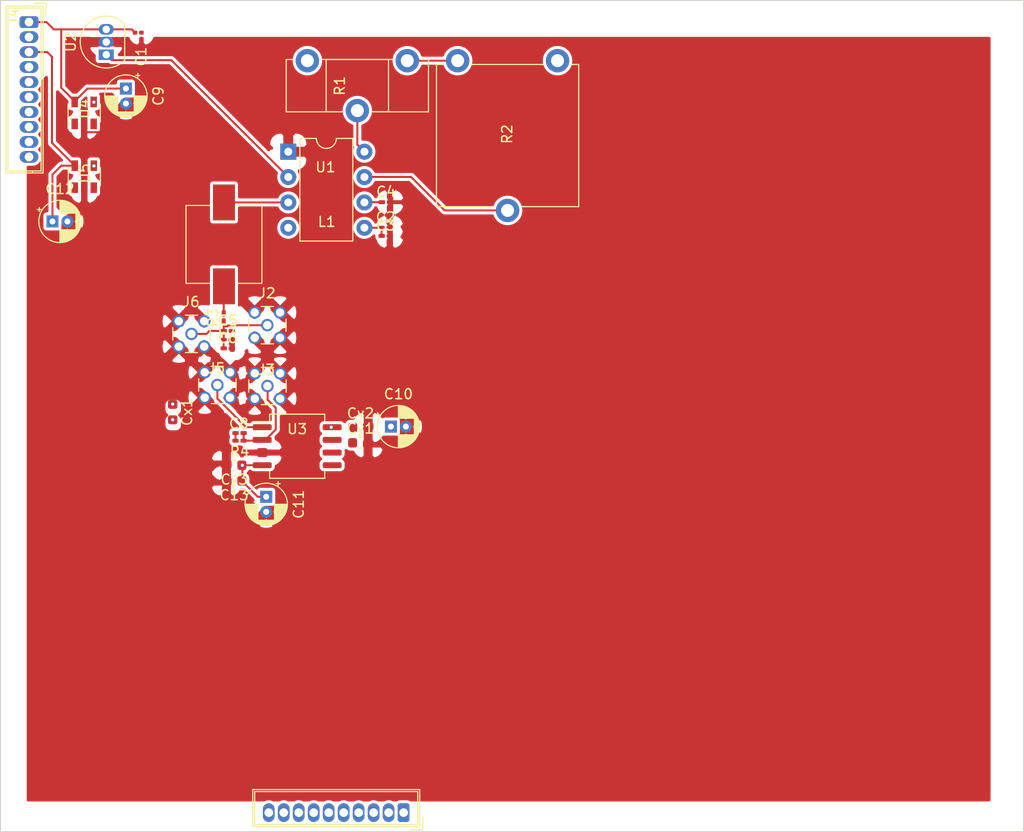
<source format=kicad_pcb>
(kicad_pcb (version 20171130) (host pcbnew "(5.1.7)-1")

  (general
    (thickness 1.6)
    (drawings 1)
    (tracks 77)
    (zones 0)
    (modules 33)
    (nets 34)
  )

  (page A4)
  (layers
    (0 F.Cu signal)
    (1 In1.Cu power)
    (2 In2.Cu power)
    (31 B.Cu signal)
    (32 B.Adhes user)
    (33 F.Adhes user)
    (34 B.Paste user)
    (35 F.Paste user)
    (36 B.SilkS user)
    (37 F.SilkS user hide)
    (38 B.Mask user)
    (39 F.Mask user)
    (40 Dwgs.User user)
    (41 Cmts.User user)
    (42 Eco1.User user)
    (43 Eco2.User user)
    (44 Edge.Cuts user)
    (45 Margin user)
    (46 B.CrtYd user)
    (47 F.CrtYd user)
    (48 B.Fab user)
    (49 F.Fab user hide)
  )

  (setup
    (last_trace_width 0.2)
    (user_trace_width 0.2)
    (trace_clearance 0.2)
    (zone_clearance 0.3)
    (zone_45_only yes)
    (trace_min 0.2)
    (via_size 0.4)
    (via_drill 0.3)
    (via_min_size 0.2)
    (via_min_drill 0.3)
    (uvia_size 0.2)
    (uvia_drill 0.1)
    (uvias_allowed no)
    (uvia_min_size 0.2)
    (uvia_min_drill 0.1)
    (edge_width 0.05)
    (segment_width 0.2)
    (pcb_text_width 0.3)
    (pcb_text_size 1.5 1.5)
    (mod_edge_width 0.12)
    (mod_text_size 0.25 0.25)
    (mod_text_width 0.015)
    (pad_size 1.524 1.524)
    (pad_drill 0.762)
    (pad_to_mask_clearance 0)
    (aux_axis_origin 0 0)
    (visible_elements 7EFFBE7F)
    (pcbplotparams
      (layerselection 0x010fc_ffffffff)
      (usegerberextensions false)
      (usegerberattributes true)
      (usegerberadvancedattributes true)
      (creategerberjobfile true)
      (excludeedgelayer true)
      (linewidth 0.100000)
      (plotframeref false)
      (viasonmask false)
      (mode 1)
      (useauxorigin false)
      (hpglpennumber 1)
      (hpglpenspeed 20)
      (hpglpendiameter 15.000000)
      (psnegative false)
      (psa4output false)
      (plotreference true)
      (plotvalue true)
      (plotinvisibletext false)
      (padsonsilk false)
      (subtractmaskfromsilk false)
      (outputformat 1)
      (mirror false)
      (drillshape 1)
      (scaleselection 1)
      (outputdirectory ""))
  )

  (net 0 "")
  (net 1 +24V)
  (net 2 GND)
  (net 3 "Net-(C2-Pad1)")
  (net 4 "Net-(C4-Pad1)")
  (net 5 "Net-(J1-Pad2)")
  (net 6 "Net-(J1-Pad3)")
  (net 7 "Net-(J1-Pad4)")
  (net 8 "Net-(J1-Pad7)")
  (net 9 "Net-(J1-Pad8)")
  (net 10 "Net-(J1-Pad9)")
  (net 11 "Net-(J1-Pad10)")
  (net 12 "Net-(R2-Pad2)")
  (net 13 "Net-(L1-Pad2)")
  (net 14 "Net-(L1-Pad1)")
  (net 15 /Vout-ref)
  (net 16 "Net-(C8-Pad2)")
  (net 17 "Net-(J1-Pad1)")
  (net 18 "Net-(J4-Pad10)")
  (net 19 "Net-(J4-Pad9)")
  (net 20 "Net-(J4-Pad8)")
  (net 21 "Net-(J4-Pad7)")
  (net 22 "Net-(J4-Pad6)")
  (net 23 "Net-(J4-Pad5)")
  (net 24 "Net-(J1-Pad5)")
  (net 25 "Net-(C8-Pad1)")
  (net 26 "Net-(J1-Pad6)")
  (net 27 -24V)
  (net 28 "Net-(U4-Pad3)")
  (net 29 "Net-(U4-Pad1)")
  (net 30 "Net-(U5-Pad3)")
  (net 31 "Net-(U5-Pad1)")
  (net 32 "Net-(C10-Pad1)")
  (net 33 "Net-(C11-Pad1)")

  (net_class Default "This is the default net class."
    (clearance 0.2)
    (trace_width 0.25)
    (via_dia 0.4)
    (via_drill 0.3)
    (uvia_dia 0.2)
    (uvia_drill 0.1)
    (add_net +24V)
    (add_net -24V)
    (add_net /Vout-ref)
    (add_net GND)
    (add_net "Net-(C10-Pad1)")
    (add_net "Net-(C11-Pad1)")
    (add_net "Net-(C2-Pad1)")
    (add_net "Net-(C4-Pad1)")
    (add_net "Net-(C8-Pad1)")
    (add_net "Net-(C8-Pad2)")
    (add_net "Net-(J1-Pad1)")
    (add_net "Net-(J1-Pad10)")
    (add_net "Net-(J1-Pad2)")
    (add_net "Net-(J1-Pad3)")
    (add_net "Net-(J1-Pad4)")
    (add_net "Net-(J1-Pad5)")
    (add_net "Net-(J1-Pad6)")
    (add_net "Net-(J1-Pad7)")
    (add_net "Net-(J1-Pad8)")
    (add_net "Net-(J1-Pad9)")
    (add_net "Net-(J4-Pad10)")
    (add_net "Net-(J4-Pad5)")
    (add_net "Net-(J4-Pad6)")
    (add_net "Net-(J4-Pad7)")
    (add_net "Net-(J4-Pad8)")
    (add_net "Net-(J4-Pad9)")
    (add_net "Net-(L1-Pad1)")
    (add_net "Net-(L1-Pad2)")
    (add_net "Net-(R2-Pad2)")
    (add_net "Net-(U4-Pad1)")
    (add_net "Net-(U4-Pad3)")
    (add_net "Net-(U5-Pad1)")
    (add_net "Net-(U5-Pad3)")
  )

  (module Capacitor_SMD:C_0603_1608Metric (layer F.Cu) (tedit 5F68FEEE) (tstamp 632CBBC6)
    (at 57.3786 162.306 180)
    (descr "Capacitor SMD 0603 (1608 Metric), square (rectangular) end terminal, IPC_7351 nominal, (Body size source: IPC-SM-782 page 76, https://www.pcb-3d.com/wordpress/wp-content/uploads/ipc-sm-782a_amendment_1_and_2.pdf), generated with kicad-footprint-generator")
    (tags capacitor)
    (path /6339467D)
    (attr smd)
    (fp_text reference C13 (at 0 -1.43) (layer F.SilkS)
      (effects (font (size 1 1) (thickness 0.15)))
    )
    (fp_text value 0.01uF (at 0 1.43) (layer F.Fab)
      (effects (font (size 1 1) (thickness 0.15)))
    )
    (fp_text user %R (at 0 0) (layer F.Fab)
      (effects (font (size 0.4 0.4) (thickness 0.06)))
    )
    (fp_line (start -0.8 0.4) (end -0.8 -0.4) (layer F.Fab) (width 0.1))
    (fp_line (start -0.8 -0.4) (end 0.8 -0.4) (layer F.Fab) (width 0.1))
    (fp_line (start 0.8 -0.4) (end 0.8 0.4) (layer F.Fab) (width 0.1))
    (fp_line (start 0.8 0.4) (end -0.8 0.4) (layer F.Fab) (width 0.1))
    (fp_line (start -0.14058 -0.51) (end 0.14058 -0.51) (layer F.SilkS) (width 0.12))
    (fp_line (start -0.14058 0.51) (end 0.14058 0.51) (layer F.SilkS) (width 0.12))
    (fp_line (start -1.48 0.73) (end -1.48 -0.73) (layer F.CrtYd) (width 0.05))
    (fp_line (start -1.48 -0.73) (end 1.48 -0.73) (layer F.CrtYd) (width 0.05))
    (fp_line (start 1.48 -0.73) (end 1.48 0.73) (layer F.CrtYd) (width 0.05))
    (fp_line (start 1.48 0.73) (end -1.48 0.73) (layer F.CrtYd) (width 0.05))
    (pad 2 smd roundrect (at 0.775 0 180) (size 0.9 0.95) (layers F.Cu F.Paste F.Mask) (roundrect_rratio 0.25)
      (net 2 GND))
    (pad 1 smd roundrect (at -0.775 0 180) (size 0.9 0.95) (layers F.Cu F.Paste F.Mask) (roundrect_rratio 0.25)
      (net 33 "Net-(C11-Pad1)"))
    (model ${KISYS3DMOD}/Capacitor_SMD.3dshapes/C_0603_1608Metric.wrl
      (at (xyz 0 0 0))
      (scale (xyz 1 1 1))
      (rotate (xyz 0 0 0))
    )
  )

  (module Capacitor_SMD:C_0603_1608Metric (layer F.Cu) (tedit 5F68FEEE) (tstamp 632CAB97)
    (at 57.3786 160.7439 180)
    (descr "Capacitor SMD 0603 (1608 Metric), square (rectangular) end terminal, IPC_7351 nominal, (Body size source: IPC-SM-782 page 76, https://www.pcb-3d.com/wordpress/wp-content/uploads/ipc-sm-782a_amendment_1_and_2.pdf), generated with kicad-footprint-generator")
    (tags capacitor)
    (path /63383970)
    (attr smd)
    (fp_text reference Cy3 (at 0 -1.43) (layer F.SilkS)
      (effects (font (size 1 1) (thickness 0.15)))
    )
    (fp_text value 0.1uF (at 0 1.43) (layer F.Fab)
      (effects (font (size 1 1) (thickness 0.15)))
    )
    (fp_text user %R (at 0 0) (layer F.Fab)
      (effects (font (size 0.4 0.4) (thickness 0.06)))
    )
    (fp_line (start -0.8 0.4) (end -0.8 -0.4) (layer F.Fab) (width 0.1))
    (fp_line (start -0.8 -0.4) (end 0.8 -0.4) (layer F.Fab) (width 0.1))
    (fp_line (start 0.8 -0.4) (end 0.8 0.4) (layer F.Fab) (width 0.1))
    (fp_line (start 0.8 0.4) (end -0.8 0.4) (layer F.Fab) (width 0.1))
    (fp_line (start -0.14058 -0.51) (end 0.14058 -0.51) (layer F.SilkS) (width 0.12))
    (fp_line (start -0.14058 0.51) (end 0.14058 0.51) (layer F.SilkS) (width 0.12))
    (fp_line (start -1.48 0.73) (end -1.48 -0.73) (layer F.CrtYd) (width 0.05))
    (fp_line (start -1.48 -0.73) (end 1.48 -0.73) (layer F.CrtYd) (width 0.05))
    (fp_line (start 1.48 -0.73) (end 1.48 0.73) (layer F.CrtYd) (width 0.05))
    (fp_line (start 1.48 0.73) (end -1.48 0.73) (layer F.CrtYd) (width 0.05))
    (pad 2 smd roundrect (at 0.775 0 180) (size 0.9 0.95) (layers F.Cu F.Paste F.Mask) (roundrect_rratio 0.25)
      (net 2 GND))
    (pad 1 smd roundrect (at -0.775 0 180) (size 0.9 0.95) (layers F.Cu F.Paste F.Mask) (roundrect_rratio 0.25)
      (net 33 "Net-(C11-Pad1)"))
    (model ${KISYS3DMOD}/Capacitor_SMD.3dshapes/C_0603_1608Metric.wrl
      (at (xyz 0 0 0))
      (scale (xyz 1 1 1))
      (rotate (xyz 0 0 0))
    )
  )

  (module Capacitor_SMD:C_0603_1608Metric (layer F.Cu) (tedit 5F68FEEE) (tstamp 632CAB86)
    (at 70.0275 156.972)
    (descr "Capacitor SMD 0603 (1608 Metric), square (rectangular) end terminal, IPC_7351 nominal, (Body size source: IPC-SM-782 page 76, https://www.pcb-3d.com/wordpress/wp-content/uploads/ipc-sm-782a_amendment_1_and_2.pdf), generated with kicad-footprint-generator")
    (tags capacitor)
    (path /63382BA6)
    (attr smd)
    (fp_text reference Cy2 (at 0 -1.43) (layer F.SilkS)
      (effects (font (size 1 1) (thickness 0.15)))
    )
    (fp_text value 0.1uF (at 0 1.43) (layer F.Fab)
      (effects (font (size 1 1) (thickness 0.15)))
    )
    (fp_text user %R (at 0 0) (layer F.Fab)
      (effects (font (size 0.4 0.4) (thickness 0.06)))
    )
    (fp_line (start -0.8 0.4) (end -0.8 -0.4) (layer F.Fab) (width 0.1))
    (fp_line (start -0.8 -0.4) (end 0.8 -0.4) (layer F.Fab) (width 0.1))
    (fp_line (start 0.8 -0.4) (end 0.8 0.4) (layer F.Fab) (width 0.1))
    (fp_line (start 0.8 0.4) (end -0.8 0.4) (layer F.Fab) (width 0.1))
    (fp_line (start -0.14058 -0.51) (end 0.14058 -0.51) (layer F.SilkS) (width 0.12))
    (fp_line (start -0.14058 0.51) (end 0.14058 0.51) (layer F.SilkS) (width 0.12))
    (fp_line (start -1.48 0.73) (end -1.48 -0.73) (layer F.CrtYd) (width 0.05))
    (fp_line (start -1.48 -0.73) (end 1.48 -0.73) (layer F.CrtYd) (width 0.05))
    (fp_line (start 1.48 -0.73) (end 1.48 0.73) (layer F.CrtYd) (width 0.05))
    (fp_line (start 1.48 0.73) (end -1.48 0.73) (layer F.CrtYd) (width 0.05))
    (pad 2 smd roundrect (at 0.775 0) (size 0.9 0.95) (layers F.Cu F.Paste F.Mask) (roundrect_rratio 0.25)
      (net 2 GND))
    (pad 1 smd roundrect (at -0.775 0) (size 0.9 0.95) (layers F.Cu F.Paste F.Mask) (roundrect_rratio 0.25)
      (net 32 "Net-(C10-Pad1)"))
    (model ${KISYS3DMOD}/Capacitor_SMD.3dshapes/C_0603_1608Metric.wrl
      (at (xyz 0 0 0))
      (scale (xyz 1 1 1))
      (rotate (xyz 0 0 0))
    )
  )

  (module Capacitor_SMD:C_0603_1608Metric (layer F.Cu) (tedit 5F68FEEE) (tstamp 632CAB75)
    (at 70.0151 158.496)
    (descr "Capacitor SMD 0603 (1608 Metric), square (rectangular) end terminal, IPC_7351 nominal, (Body size source: IPC-SM-782 page 76, https://www.pcb-3d.com/wordpress/wp-content/uploads/ipc-sm-782a_amendment_1_and_2.pdf), generated with kicad-footprint-generator")
    (tags capacitor)
    (path /63381EBD)
    (attr smd)
    (fp_text reference Cy1 (at 0 -1.43) (layer F.SilkS)
      (effects (font (size 1 1) (thickness 0.15)))
    )
    (fp_text value 0.01uF (at 0 1.43) (layer F.Fab)
      (effects (font (size 1 1) (thickness 0.15)))
    )
    (fp_text user %R (at 0 0) (layer F.Fab)
      (effects (font (size 0.4 0.4) (thickness 0.06)))
    )
    (fp_line (start -0.8 0.4) (end -0.8 -0.4) (layer F.Fab) (width 0.1))
    (fp_line (start -0.8 -0.4) (end 0.8 -0.4) (layer F.Fab) (width 0.1))
    (fp_line (start 0.8 -0.4) (end 0.8 0.4) (layer F.Fab) (width 0.1))
    (fp_line (start 0.8 0.4) (end -0.8 0.4) (layer F.Fab) (width 0.1))
    (fp_line (start -0.14058 -0.51) (end 0.14058 -0.51) (layer F.SilkS) (width 0.12))
    (fp_line (start -0.14058 0.51) (end 0.14058 0.51) (layer F.SilkS) (width 0.12))
    (fp_line (start -1.48 0.73) (end -1.48 -0.73) (layer F.CrtYd) (width 0.05))
    (fp_line (start -1.48 -0.73) (end 1.48 -0.73) (layer F.CrtYd) (width 0.05))
    (fp_line (start 1.48 -0.73) (end 1.48 0.73) (layer F.CrtYd) (width 0.05))
    (fp_line (start 1.48 0.73) (end -1.48 0.73) (layer F.CrtYd) (width 0.05))
    (pad 2 smd roundrect (at 0.775 0) (size 0.9 0.95) (layers F.Cu F.Paste F.Mask) (roundrect_rratio 0.25)
      (net 2 GND))
    (pad 1 smd roundrect (at -0.775 0) (size 0.9 0.95) (layers F.Cu F.Paste F.Mask) (roundrect_rratio 0.25)
      (net 32 "Net-(C10-Pad1)"))
    (model ${KISYS3DMOD}/Capacitor_SMD.3dshapes/C_0603_1608Metric.wrl
      (at (xyz 0 0 0))
      (scale (xyz 1 1 1))
      (rotate (xyz 0 0 0))
    )
  )

  (module Capacitor_SMD:C_0603_1608Metric (layer F.Cu) (tedit 5F68FEEE) (tstamp 632CAB64)
    (at 51.23 155.42 270)
    (descr "Capacitor SMD 0603 (1608 Metric), square (rectangular) end terminal, IPC_7351 nominal, (Body size source: IPC-SM-782 page 76, https://www.pcb-3d.com/wordpress/wp-content/uploads/ipc-sm-782a_amendment_1_and_2.pdf), generated with kicad-footprint-generator")
    (tags capacitor)
    (path /63384503)
    (attr smd)
    (fp_text reference Cx1 (at 0 -1.43 90) (layer F.SilkS)
      (effects (font (size 1 1) (thickness 0.15)))
    )
    (fp_text value 100nF (at 0 1.43 90) (layer F.Fab)
      (effects (font (size 1 1) (thickness 0.15)))
    )
    (fp_text user %R (at 0 0 90) (layer F.Fab)
      (effects (font (size 0.4 0.4) (thickness 0.06)))
    )
    (fp_line (start -0.8 0.4) (end -0.8 -0.4) (layer F.Fab) (width 0.1))
    (fp_line (start -0.8 -0.4) (end 0.8 -0.4) (layer F.Fab) (width 0.1))
    (fp_line (start 0.8 -0.4) (end 0.8 0.4) (layer F.Fab) (width 0.1))
    (fp_line (start 0.8 0.4) (end -0.8 0.4) (layer F.Fab) (width 0.1))
    (fp_line (start -0.14058 -0.51) (end 0.14058 -0.51) (layer F.SilkS) (width 0.12))
    (fp_line (start -0.14058 0.51) (end 0.14058 0.51) (layer F.SilkS) (width 0.12))
    (fp_line (start -1.48 0.73) (end -1.48 -0.73) (layer F.CrtYd) (width 0.05))
    (fp_line (start -1.48 -0.73) (end 1.48 -0.73) (layer F.CrtYd) (width 0.05))
    (fp_line (start 1.48 -0.73) (end 1.48 0.73) (layer F.CrtYd) (width 0.05))
    (fp_line (start 1.48 0.73) (end -1.48 0.73) (layer F.CrtYd) (width 0.05))
    (pad 2 smd roundrect (at 0.775 0 270) (size 0.9 0.95) (layers F.Cu F.Paste F.Mask) (roundrect_rratio 0.25)
      (net 33 "Net-(C11-Pad1)"))
    (pad 1 smd roundrect (at -0.775 0 270) (size 0.9 0.95) (layers F.Cu F.Paste F.Mask) (roundrect_rratio 0.25)
      (net 32 "Net-(C10-Pad1)"))
    (model ${KISYS3DMOD}/Capacitor_SMD.3dshapes/C_0603_1608Metric.wrl
      (at (xyz 0 0 0))
      (scale (xyz 1 1 1))
      (rotate (xyz 0 0 0))
    )
  )

  (module Inductor_SMD:L_Wuerth_WE-PD-Typ-M-Typ-S_Handsoldering (layer F.Cu) (tedit 5D8A7062) (tstamp 632BBA5F)
    (at 56.3626 138.6205 270)
    (descr "Shielded Power Inductor, Wuerth Elektronik, WE-PD, SMT, Typ M, Typ S, Handsoldering, https://katalog.we-online.com/pbs/datasheet/744778005.pdf")
    (tags "Choke Shielded Power Inductor WE-PD TypM TypS Wuerth")
    (path /632A18B2)
    (attr smd)
    (fp_text reference L1 (at -2.2606 -10.287 180) (layer F.SilkS)
      (effects (font (size 1 1) (thickness 0.15)))
    )
    (fp_text value 100uH (at 0.2032 0.1651 90) (layer F.Fab)
      (effects (font (size 1 1) (thickness 0.15)))
    )
    (fp_circle (center 0 0) (end 0.9 0.15) (layer F.Adhes) (width 0.38))
    (fp_circle (center 0 0) (end 0.55 0.05) (layer F.Adhes) (width 0.38))
    (fp_circle (center 0 0) (end 0.15 0.15) (layer F.Adhes) (width 0.38))
    (fp_circle (center -1.6 -1.65) (end -1.45 -1.5) (layer F.Fab) (width 0.1))
    (fp_line (start -2.75 1.6) (end -2.5 1.95) (layer F.Fab) (width 0.1))
    (fp_line (start -2.5 1.95) (end -2.05 2.35) (layer F.Fab) (width 0.1))
    (fp_line (start -2.05 2.35) (end -1.6 2.7) (layer F.Fab) (width 0.1))
    (fp_line (start -1.6 2.7) (end -0.95 3) (layer F.Fab) (width 0.1))
    (fp_line (start -0.95 3) (end -0.35 3.1) (layer F.Fab) (width 0.1))
    (fp_line (start -0.35 3.1) (end 0.15 3.15) (layer F.Fab) (width 0.1))
    (fp_line (start 0.15 3.15) (end 0.75 3.05) (layer F.Fab) (width 0.1))
    (fp_line (start 0.75 3.05) (end 1.4 2.8) (layer F.Fab) (width 0.1))
    (fp_line (start 1.4 2.8) (end 1.95 2.45) (layer F.Fab) (width 0.1))
    (fp_line (start 1.95 2.45) (end 2.4 2) (layer F.Fab) (width 0.1))
    (fp_line (start 2.4 2) (end 2.7 1.6) (layer F.Fab) (width 0.1))
    (fp_line (start 2.7 -1.6) (end 2.45 -1.95) (layer F.Fab) (width 0.1))
    (fp_line (start 2.45 -1.95) (end 2 -2.4) (layer F.Fab) (width 0.1))
    (fp_line (start 2 -2.4) (end 1.5 -2.75) (layer F.Fab) (width 0.1))
    (fp_line (start 1.5 -2.75) (end 1 -2.95) (layer F.Fab) (width 0.1))
    (fp_line (start 1 -2.95) (end 0.4 -3.1) (layer F.Fab) (width 0.1))
    (fp_line (start 0.4 -3.1) (end 0 -3.15) (layer F.Fab) (width 0.1))
    (fp_line (start 0 -3.15) (end -0.55 -3.1) (layer F.Fab) (width 0.1))
    (fp_line (start -0.55 -3.1) (end -1.15 -2.95) (layer F.Fab) (width 0.1))
    (fp_line (start -1.15 -2.95) (end -1.75 -2.65) (layer F.Fab) (width 0.1))
    (fp_line (start -1.75 -2.65) (end -2.2 -2.3) (layer F.Fab) (width 0.1))
    (fp_line (start -2.2 -2.3) (end -2.55 -1.85) (layer F.Fab) (width 0.1))
    (fp_line (start -2.55 -1.85) (end -2.75 -1.6) (layer F.Fab) (width 0.1))
    (fp_line (start -3.75 3.75) (end 3.75 3.75) (layer F.Fab) (width 0.1))
    (fp_line (start 3.75 3.75) (end 3.75 -3.75) (layer F.Fab) (width 0.1))
    (fp_line (start 3.75 -3.75) (end -3.75 -3.75) (layer F.Fab) (width 0.1))
    (fp_line (start -3.75 -3.75) (end -3.75 3.75) (layer F.Fab) (width 0.1))
    (fp_line (start -3.9 -1.4) (end -3.9 -3.8) (layer F.SilkS) (width 0.12))
    (fp_line (start 3.9 3.8) (end 3.9 1.4) (layer F.SilkS) (width 0.12))
    (fp_line (start -3.9 3.8) (end 3.9 3.8) (layer F.SilkS) (width 0.12))
    (fp_line (start -3.9 1.4) (end -3.9 3.8) (layer F.SilkS) (width 0.12))
    (fp_line (start 3.9 -3.8) (end -3.9 -3.8) (layer F.SilkS) (width 0.12))
    (fp_line (start 3.9 -1.4) (end 3.9 -3.8) (layer F.SilkS) (width 0.12))
    (fp_line (start 4.2 -1.4) (end 4.2 -4) (layer F.CrtYd) (width 0.05))
    (fp_line (start 6.3 -1.4) (end 4.2 -1.4) (layer F.CrtYd) (width 0.05))
    (fp_line (start 6.3 1.4) (end 6.3 -1.4) (layer F.CrtYd) (width 0.05))
    (fp_line (start 4.2 1.4) (end 6.3 1.4) (layer F.CrtYd) (width 0.05))
    (fp_line (start 4.2 4) (end 4.2 1.4) (layer F.CrtYd) (width 0.05))
    (fp_line (start -4.2 1.4) (end -4.2 4) (layer F.CrtYd) (width 0.05))
    (fp_line (start -6.3 1.4) (end -4.2 1.4) (layer F.CrtYd) (width 0.05))
    (fp_line (start -6.3 -1.4) (end -6.3 1.4) (layer F.CrtYd) (width 0.05))
    (fp_line (start -4.2 -1.4) (end -6.3 -1.4) (layer F.CrtYd) (width 0.05))
    (fp_line (start -4.2 -4) (end -4.2 -1.4) (layer F.CrtYd) (width 0.05))
    (fp_line (start -4.2 4) (end 4.2 4) (layer F.CrtYd) (width 0.05))
    (fp_line (start 4.2 -4) (end -4.2 -4) (layer F.CrtYd) (width 0.05))
    (fp_text user %R (at 0 0 90) (layer F.Fab)
      (effects (font (size 1 1) (thickness 0.15)))
    )
    (pad 2 smd rect (at 4.2 0 270) (size 3.6 2.2) (layers F.Cu F.Paste F.Mask)
      (net 13 "Net-(L1-Pad2)"))
    (pad 1 smd rect (at -4.2 0 270) (size 3.6 2.2) (layers F.Cu F.Paste F.Mask)
      (net 14 "Net-(L1-Pad1)"))
    (model ${KISYS3DMOD}/Inductor_SMD.3dshapes/L_Wuerth_WE-PD-Typ-M-Typ-S.wrl
      (at (xyz 0 0 0))
      (scale (xyz 1 1 1))
      (rotate (xyz 0 0 0))
    )
  )

  (module Capacitor_THT:CP_Radial_D4.0mm_P1.50mm (layer F.Cu) (tedit 5AE50EF0) (tstamp 632C6092)
    (at 39.1922 136.3218)
    (descr "CP, Radial series, Radial, pin pitch=1.50mm, , diameter=4mm, Electrolytic Capacitor")
    (tags "CP Radial series Radial pin pitch 1.50mm  diameter 4mm Electrolytic Capacitor")
    (path /633448D2)
    (fp_text reference C12 (at 0.75 -3.25) (layer F.SilkS)
      (effects (font (size 1 1) (thickness 0.15)))
    )
    (fp_text value 1000uF (at 0.75 3.25) (layer F.Fab)
      (effects (font (size 1 1) (thickness 0.15)))
    )
    (fp_text user %R (at 0.75 0) (layer F.Fab)
      (effects (font (size 0.8 0.8) (thickness 0.12)))
    )
    (fp_circle (center 0.75 0) (end 2.75 0) (layer F.Fab) (width 0.1))
    (fp_circle (center 0.75 0) (end 2.87 0) (layer F.SilkS) (width 0.12))
    (fp_circle (center 0.75 0) (end 3 0) (layer F.CrtYd) (width 0.05))
    (fp_line (start -0.952554 -0.8675) (end -0.552554 -0.8675) (layer F.Fab) (width 0.1))
    (fp_line (start -0.752554 -1.0675) (end -0.752554 -0.6675) (layer F.Fab) (width 0.1))
    (fp_line (start 0.75 0.84) (end 0.75 2.08) (layer F.SilkS) (width 0.12))
    (fp_line (start 0.75 -2.08) (end 0.75 -0.84) (layer F.SilkS) (width 0.12))
    (fp_line (start 0.79 0.84) (end 0.79 2.08) (layer F.SilkS) (width 0.12))
    (fp_line (start 0.79 -2.08) (end 0.79 -0.84) (layer F.SilkS) (width 0.12))
    (fp_line (start 0.83 0.84) (end 0.83 2.079) (layer F.SilkS) (width 0.12))
    (fp_line (start 0.83 -2.079) (end 0.83 -0.84) (layer F.SilkS) (width 0.12))
    (fp_line (start 0.87 -2.077) (end 0.87 -0.84) (layer F.SilkS) (width 0.12))
    (fp_line (start 0.87 0.84) (end 0.87 2.077) (layer F.SilkS) (width 0.12))
    (fp_line (start 0.91 -2.074) (end 0.91 -0.84) (layer F.SilkS) (width 0.12))
    (fp_line (start 0.91 0.84) (end 0.91 2.074) (layer F.SilkS) (width 0.12))
    (fp_line (start 0.95 -2.071) (end 0.95 -0.84) (layer F.SilkS) (width 0.12))
    (fp_line (start 0.95 0.84) (end 0.95 2.071) (layer F.SilkS) (width 0.12))
    (fp_line (start 0.99 -2.067) (end 0.99 -0.84) (layer F.SilkS) (width 0.12))
    (fp_line (start 0.99 0.84) (end 0.99 2.067) (layer F.SilkS) (width 0.12))
    (fp_line (start 1.03 -2.062) (end 1.03 -0.84) (layer F.SilkS) (width 0.12))
    (fp_line (start 1.03 0.84) (end 1.03 2.062) (layer F.SilkS) (width 0.12))
    (fp_line (start 1.07 -2.056) (end 1.07 -0.84) (layer F.SilkS) (width 0.12))
    (fp_line (start 1.07 0.84) (end 1.07 2.056) (layer F.SilkS) (width 0.12))
    (fp_line (start 1.11 -2.05) (end 1.11 -0.84) (layer F.SilkS) (width 0.12))
    (fp_line (start 1.11 0.84) (end 1.11 2.05) (layer F.SilkS) (width 0.12))
    (fp_line (start 1.15 -2.042) (end 1.15 -0.84) (layer F.SilkS) (width 0.12))
    (fp_line (start 1.15 0.84) (end 1.15 2.042) (layer F.SilkS) (width 0.12))
    (fp_line (start 1.19 -2.034) (end 1.19 -0.84) (layer F.SilkS) (width 0.12))
    (fp_line (start 1.19 0.84) (end 1.19 2.034) (layer F.SilkS) (width 0.12))
    (fp_line (start 1.23 -2.025) (end 1.23 -0.84) (layer F.SilkS) (width 0.12))
    (fp_line (start 1.23 0.84) (end 1.23 2.025) (layer F.SilkS) (width 0.12))
    (fp_line (start 1.27 -2.016) (end 1.27 -0.84) (layer F.SilkS) (width 0.12))
    (fp_line (start 1.27 0.84) (end 1.27 2.016) (layer F.SilkS) (width 0.12))
    (fp_line (start 1.31 -2.005) (end 1.31 -0.84) (layer F.SilkS) (width 0.12))
    (fp_line (start 1.31 0.84) (end 1.31 2.005) (layer F.SilkS) (width 0.12))
    (fp_line (start 1.35 -1.994) (end 1.35 -0.84) (layer F.SilkS) (width 0.12))
    (fp_line (start 1.35 0.84) (end 1.35 1.994) (layer F.SilkS) (width 0.12))
    (fp_line (start 1.39 -1.982) (end 1.39 -0.84) (layer F.SilkS) (width 0.12))
    (fp_line (start 1.39 0.84) (end 1.39 1.982) (layer F.SilkS) (width 0.12))
    (fp_line (start 1.43 -1.968) (end 1.43 -0.84) (layer F.SilkS) (width 0.12))
    (fp_line (start 1.43 0.84) (end 1.43 1.968) (layer F.SilkS) (width 0.12))
    (fp_line (start 1.471 -1.954) (end 1.471 -0.84) (layer F.SilkS) (width 0.12))
    (fp_line (start 1.471 0.84) (end 1.471 1.954) (layer F.SilkS) (width 0.12))
    (fp_line (start 1.511 -1.94) (end 1.511 -0.84) (layer F.SilkS) (width 0.12))
    (fp_line (start 1.511 0.84) (end 1.511 1.94) (layer F.SilkS) (width 0.12))
    (fp_line (start 1.551 -1.924) (end 1.551 -0.84) (layer F.SilkS) (width 0.12))
    (fp_line (start 1.551 0.84) (end 1.551 1.924) (layer F.SilkS) (width 0.12))
    (fp_line (start 1.591 -1.907) (end 1.591 -0.84) (layer F.SilkS) (width 0.12))
    (fp_line (start 1.591 0.84) (end 1.591 1.907) (layer F.SilkS) (width 0.12))
    (fp_line (start 1.631 -1.889) (end 1.631 -0.84) (layer F.SilkS) (width 0.12))
    (fp_line (start 1.631 0.84) (end 1.631 1.889) (layer F.SilkS) (width 0.12))
    (fp_line (start 1.671 -1.87) (end 1.671 -0.84) (layer F.SilkS) (width 0.12))
    (fp_line (start 1.671 0.84) (end 1.671 1.87) (layer F.SilkS) (width 0.12))
    (fp_line (start 1.711 -1.851) (end 1.711 -0.84) (layer F.SilkS) (width 0.12))
    (fp_line (start 1.711 0.84) (end 1.711 1.851) (layer F.SilkS) (width 0.12))
    (fp_line (start 1.751 -1.83) (end 1.751 -0.84) (layer F.SilkS) (width 0.12))
    (fp_line (start 1.751 0.84) (end 1.751 1.83) (layer F.SilkS) (width 0.12))
    (fp_line (start 1.791 -1.808) (end 1.791 -0.84) (layer F.SilkS) (width 0.12))
    (fp_line (start 1.791 0.84) (end 1.791 1.808) (layer F.SilkS) (width 0.12))
    (fp_line (start 1.831 -1.785) (end 1.831 -0.84) (layer F.SilkS) (width 0.12))
    (fp_line (start 1.831 0.84) (end 1.831 1.785) (layer F.SilkS) (width 0.12))
    (fp_line (start 1.871 -1.76) (end 1.871 -0.84) (layer F.SilkS) (width 0.12))
    (fp_line (start 1.871 0.84) (end 1.871 1.76) (layer F.SilkS) (width 0.12))
    (fp_line (start 1.911 -1.735) (end 1.911 -0.84) (layer F.SilkS) (width 0.12))
    (fp_line (start 1.911 0.84) (end 1.911 1.735) (layer F.SilkS) (width 0.12))
    (fp_line (start 1.951 -1.708) (end 1.951 -0.84) (layer F.SilkS) (width 0.12))
    (fp_line (start 1.951 0.84) (end 1.951 1.708) (layer F.SilkS) (width 0.12))
    (fp_line (start 1.991 -1.68) (end 1.991 -0.84) (layer F.SilkS) (width 0.12))
    (fp_line (start 1.991 0.84) (end 1.991 1.68) (layer F.SilkS) (width 0.12))
    (fp_line (start 2.031 -1.65) (end 2.031 -0.84) (layer F.SilkS) (width 0.12))
    (fp_line (start 2.031 0.84) (end 2.031 1.65) (layer F.SilkS) (width 0.12))
    (fp_line (start 2.071 -1.619) (end 2.071 -0.84) (layer F.SilkS) (width 0.12))
    (fp_line (start 2.071 0.84) (end 2.071 1.619) (layer F.SilkS) (width 0.12))
    (fp_line (start 2.111 -1.587) (end 2.111 -0.84) (layer F.SilkS) (width 0.12))
    (fp_line (start 2.111 0.84) (end 2.111 1.587) (layer F.SilkS) (width 0.12))
    (fp_line (start 2.151 -1.552) (end 2.151 -0.84) (layer F.SilkS) (width 0.12))
    (fp_line (start 2.151 0.84) (end 2.151 1.552) (layer F.SilkS) (width 0.12))
    (fp_line (start 2.191 -1.516) (end 2.191 -0.84) (layer F.SilkS) (width 0.12))
    (fp_line (start 2.191 0.84) (end 2.191 1.516) (layer F.SilkS) (width 0.12))
    (fp_line (start 2.231 -1.478) (end 2.231 -0.84) (layer F.SilkS) (width 0.12))
    (fp_line (start 2.231 0.84) (end 2.231 1.478) (layer F.SilkS) (width 0.12))
    (fp_line (start 2.271 -1.438) (end 2.271 -0.84) (layer F.SilkS) (width 0.12))
    (fp_line (start 2.271 0.84) (end 2.271 1.438) (layer F.SilkS) (width 0.12))
    (fp_line (start 2.311 -1.396) (end 2.311 -0.84) (layer F.SilkS) (width 0.12))
    (fp_line (start 2.311 0.84) (end 2.311 1.396) (layer F.SilkS) (width 0.12))
    (fp_line (start 2.351 -1.351) (end 2.351 1.351) (layer F.SilkS) (width 0.12))
    (fp_line (start 2.391 -1.304) (end 2.391 1.304) (layer F.SilkS) (width 0.12))
    (fp_line (start 2.431 -1.254) (end 2.431 1.254) (layer F.SilkS) (width 0.12))
    (fp_line (start 2.471 -1.2) (end 2.471 1.2) (layer F.SilkS) (width 0.12))
    (fp_line (start 2.511 -1.142) (end 2.511 1.142) (layer F.SilkS) (width 0.12))
    (fp_line (start 2.551 -1.08) (end 2.551 1.08) (layer F.SilkS) (width 0.12))
    (fp_line (start 2.591 -1.013) (end 2.591 1.013) (layer F.SilkS) (width 0.12))
    (fp_line (start 2.631 -0.94) (end 2.631 0.94) (layer F.SilkS) (width 0.12))
    (fp_line (start 2.671 -0.859) (end 2.671 0.859) (layer F.SilkS) (width 0.12))
    (fp_line (start 2.711 -0.768) (end 2.711 0.768) (layer F.SilkS) (width 0.12))
    (fp_line (start 2.751 -0.664) (end 2.751 0.664) (layer F.SilkS) (width 0.12))
    (fp_line (start 2.791 -0.537) (end 2.791 0.537) (layer F.SilkS) (width 0.12))
    (fp_line (start 2.831 -0.37) (end 2.831 0.37) (layer F.SilkS) (width 0.12))
    (fp_line (start -1.519801 -1.195) (end -1.119801 -1.195) (layer F.SilkS) (width 0.12))
    (fp_line (start -1.319801 -1.395) (end -1.319801 -0.995) (layer F.SilkS) (width 0.12))
    (pad 2 thru_hole circle (at 1.5 0) (size 1.2 1.2) (drill 0.6) (layers *.Cu *.Mask)
      (net 2 GND))
    (pad 1 thru_hole rect (at 0 0) (size 1.2 1.2) (drill 0.6) (layers *.Cu *.Mask)
      (net 27 -24V))
    (model ${KISYS3DMOD}/Capacitor_THT.3dshapes/CP_Radial_D4.0mm_P1.50mm.wrl
      (at (xyz 0 0 0))
      (scale (xyz 1 1 1))
      (rotate (xyz 0 0 0))
    )
  )

  (module Capacitor_THT:CP_Radial_D4.0mm_P1.50mm (layer F.Cu) (tedit 5AE50EF0) (tstamp 632C80B4)
    (at 60.5917 163.9062 270)
    (descr "CP, Radial series, Radial, pin pitch=1.50mm, , diameter=4mm, Electrolytic Capacitor")
    (tags "CP Radial series Radial pin pitch 1.50mm  diameter 4mm Electrolytic Capacitor")
    (path /63323E3F)
    (fp_text reference C11 (at 0.75 -3.25 90) (layer F.SilkS)
      (effects (font (size 1 1) (thickness 0.15)))
    )
    (fp_text value 1000uF (at 0.75 3.25 90) (layer F.Fab)
      (effects (font (size 1 1) (thickness 0.15)))
    )
    (fp_text user %R (at 0.75 0 90) (layer F.Fab)
      (effects (font (size 0.8 0.8) (thickness 0.12)))
    )
    (fp_circle (center 0.75 0) (end 2.75 0) (layer F.Fab) (width 0.1))
    (fp_circle (center 0.75 0) (end 2.87 0) (layer F.SilkS) (width 0.12))
    (fp_circle (center 0.75 0) (end 3 0) (layer F.CrtYd) (width 0.05))
    (fp_line (start -0.952554 -0.8675) (end -0.552554 -0.8675) (layer F.Fab) (width 0.1))
    (fp_line (start -0.752554 -1.0675) (end -0.752554 -0.6675) (layer F.Fab) (width 0.1))
    (fp_line (start 0.75 0.84) (end 0.75 2.08) (layer F.SilkS) (width 0.12))
    (fp_line (start 0.75 -2.08) (end 0.75 -0.84) (layer F.SilkS) (width 0.12))
    (fp_line (start 0.79 0.84) (end 0.79 2.08) (layer F.SilkS) (width 0.12))
    (fp_line (start 0.79 -2.08) (end 0.79 -0.84) (layer F.SilkS) (width 0.12))
    (fp_line (start 0.83 0.84) (end 0.83 2.079) (layer F.SilkS) (width 0.12))
    (fp_line (start 0.83 -2.079) (end 0.83 -0.84) (layer F.SilkS) (width 0.12))
    (fp_line (start 0.87 -2.077) (end 0.87 -0.84) (layer F.SilkS) (width 0.12))
    (fp_line (start 0.87 0.84) (end 0.87 2.077) (layer F.SilkS) (width 0.12))
    (fp_line (start 0.91 -2.074) (end 0.91 -0.84) (layer F.SilkS) (width 0.12))
    (fp_line (start 0.91 0.84) (end 0.91 2.074) (layer F.SilkS) (width 0.12))
    (fp_line (start 0.95 -2.071) (end 0.95 -0.84) (layer F.SilkS) (width 0.12))
    (fp_line (start 0.95 0.84) (end 0.95 2.071) (layer F.SilkS) (width 0.12))
    (fp_line (start 0.99 -2.067) (end 0.99 -0.84) (layer F.SilkS) (width 0.12))
    (fp_line (start 0.99 0.84) (end 0.99 2.067) (layer F.SilkS) (width 0.12))
    (fp_line (start 1.03 -2.062) (end 1.03 -0.84) (layer F.SilkS) (width 0.12))
    (fp_line (start 1.03 0.84) (end 1.03 2.062) (layer F.SilkS) (width 0.12))
    (fp_line (start 1.07 -2.056) (end 1.07 -0.84) (layer F.SilkS) (width 0.12))
    (fp_line (start 1.07 0.84) (end 1.07 2.056) (layer F.SilkS) (width 0.12))
    (fp_line (start 1.11 -2.05) (end 1.11 -0.84) (layer F.SilkS) (width 0.12))
    (fp_line (start 1.11 0.84) (end 1.11 2.05) (layer F.SilkS) (width 0.12))
    (fp_line (start 1.15 -2.042) (end 1.15 -0.84) (layer F.SilkS) (width 0.12))
    (fp_line (start 1.15 0.84) (end 1.15 2.042) (layer F.SilkS) (width 0.12))
    (fp_line (start 1.19 -2.034) (end 1.19 -0.84) (layer F.SilkS) (width 0.12))
    (fp_line (start 1.19 0.84) (end 1.19 2.034) (layer F.SilkS) (width 0.12))
    (fp_line (start 1.23 -2.025) (end 1.23 -0.84) (layer F.SilkS) (width 0.12))
    (fp_line (start 1.23 0.84) (end 1.23 2.025) (layer F.SilkS) (width 0.12))
    (fp_line (start 1.27 -2.016) (end 1.27 -0.84) (layer F.SilkS) (width 0.12))
    (fp_line (start 1.27 0.84) (end 1.27 2.016) (layer F.SilkS) (width 0.12))
    (fp_line (start 1.31 -2.005) (end 1.31 -0.84) (layer F.SilkS) (width 0.12))
    (fp_line (start 1.31 0.84) (end 1.31 2.005) (layer F.SilkS) (width 0.12))
    (fp_line (start 1.35 -1.994) (end 1.35 -0.84) (layer F.SilkS) (width 0.12))
    (fp_line (start 1.35 0.84) (end 1.35 1.994) (layer F.SilkS) (width 0.12))
    (fp_line (start 1.39 -1.982) (end 1.39 -0.84) (layer F.SilkS) (width 0.12))
    (fp_line (start 1.39 0.84) (end 1.39 1.982) (layer F.SilkS) (width 0.12))
    (fp_line (start 1.43 -1.968) (end 1.43 -0.84) (layer F.SilkS) (width 0.12))
    (fp_line (start 1.43 0.84) (end 1.43 1.968) (layer F.SilkS) (width 0.12))
    (fp_line (start 1.471 -1.954) (end 1.471 -0.84) (layer F.SilkS) (width 0.12))
    (fp_line (start 1.471 0.84) (end 1.471 1.954) (layer F.SilkS) (width 0.12))
    (fp_line (start 1.511 -1.94) (end 1.511 -0.84) (layer F.SilkS) (width 0.12))
    (fp_line (start 1.511 0.84) (end 1.511 1.94) (layer F.SilkS) (width 0.12))
    (fp_line (start 1.551 -1.924) (end 1.551 -0.84) (layer F.SilkS) (width 0.12))
    (fp_line (start 1.551 0.84) (end 1.551 1.924) (layer F.SilkS) (width 0.12))
    (fp_line (start 1.591 -1.907) (end 1.591 -0.84) (layer F.SilkS) (width 0.12))
    (fp_line (start 1.591 0.84) (end 1.591 1.907) (layer F.SilkS) (width 0.12))
    (fp_line (start 1.631 -1.889) (end 1.631 -0.84) (layer F.SilkS) (width 0.12))
    (fp_line (start 1.631 0.84) (end 1.631 1.889) (layer F.SilkS) (width 0.12))
    (fp_line (start 1.671 -1.87) (end 1.671 -0.84) (layer F.SilkS) (width 0.12))
    (fp_line (start 1.671 0.84) (end 1.671 1.87) (layer F.SilkS) (width 0.12))
    (fp_line (start 1.711 -1.851) (end 1.711 -0.84) (layer F.SilkS) (width 0.12))
    (fp_line (start 1.711 0.84) (end 1.711 1.851) (layer F.SilkS) (width 0.12))
    (fp_line (start 1.751 -1.83) (end 1.751 -0.84) (layer F.SilkS) (width 0.12))
    (fp_line (start 1.751 0.84) (end 1.751 1.83) (layer F.SilkS) (width 0.12))
    (fp_line (start 1.791 -1.808) (end 1.791 -0.84) (layer F.SilkS) (width 0.12))
    (fp_line (start 1.791 0.84) (end 1.791 1.808) (layer F.SilkS) (width 0.12))
    (fp_line (start 1.831 -1.785) (end 1.831 -0.84) (layer F.SilkS) (width 0.12))
    (fp_line (start 1.831 0.84) (end 1.831 1.785) (layer F.SilkS) (width 0.12))
    (fp_line (start 1.871 -1.76) (end 1.871 -0.84) (layer F.SilkS) (width 0.12))
    (fp_line (start 1.871 0.84) (end 1.871 1.76) (layer F.SilkS) (width 0.12))
    (fp_line (start 1.911 -1.735) (end 1.911 -0.84) (layer F.SilkS) (width 0.12))
    (fp_line (start 1.911 0.84) (end 1.911 1.735) (layer F.SilkS) (width 0.12))
    (fp_line (start 1.951 -1.708) (end 1.951 -0.84) (layer F.SilkS) (width 0.12))
    (fp_line (start 1.951 0.84) (end 1.951 1.708) (layer F.SilkS) (width 0.12))
    (fp_line (start 1.991 -1.68) (end 1.991 -0.84) (layer F.SilkS) (width 0.12))
    (fp_line (start 1.991 0.84) (end 1.991 1.68) (layer F.SilkS) (width 0.12))
    (fp_line (start 2.031 -1.65) (end 2.031 -0.84) (layer F.SilkS) (width 0.12))
    (fp_line (start 2.031 0.84) (end 2.031 1.65) (layer F.SilkS) (width 0.12))
    (fp_line (start 2.071 -1.619) (end 2.071 -0.84) (layer F.SilkS) (width 0.12))
    (fp_line (start 2.071 0.84) (end 2.071 1.619) (layer F.SilkS) (width 0.12))
    (fp_line (start 2.111 -1.587) (end 2.111 -0.84) (layer F.SilkS) (width 0.12))
    (fp_line (start 2.111 0.84) (end 2.111 1.587) (layer F.SilkS) (width 0.12))
    (fp_line (start 2.151 -1.552) (end 2.151 -0.84) (layer F.SilkS) (width 0.12))
    (fp_line (start 2.151 0.84) (end 2.151 1.552) (layer F.SilkS) (width 0.12))
    (fp_line (start 2.191 -1.516) (end 2.191 -0.84) (layer F.SilkS) (width 0.12))
    (fp_line (start 2.191 0.84) (end 2.191 1.516) (layer F.SilkS) (width 0.12))
    (fp_line (start 2.231 -1.478) (end 2.231 -0.84) (layer F.SilkS) (width 0.12))
    (fp_line (start 2.231 0.84) (end 2.231 1.478) (layer F.SilkS) (width 0.12))
    (fp_line (start 2.271 -1.438) (end 2.271 -0.84) (layer F.SilkS) (width 0.12))
    (fp_line (start 2.271 0.84) (end 2.271 1.438) (layer F.SilkS) (width 0.12))
    (fp_line (start 2.311 -1.396) (end 2.311 -0.84) (layer F.SilkS) (width 0.12))
    (fp_line (start 2.311 0.84) (end 2.311 1.396) (layer F.SilkS) (width 0.12))
    (fp_line (start 2.351 -1.351) (end 2.351 1.351) (layer F.SilkS) (width 0.12))
    (fp_line (start 2.391 -1.304) (end 2.391 1.304) (layer F.SilkS) (width 0.12))
    (fp_line (start 2.431 -1.254) (end 2.431 1.254) (layer F.SilkS) (width 0.12))
    (fp_line (start 2.471 -1.2) (end 2.471 1.2) (layer F.SilkS) (width 0.12))
    (fp_line (start 2.511 -1.142) (end 2.511 1.142) (layer F.SilkS) (width 0.12))
    (fp_line (start 2.551 -1.08) (end 2.551 1.08) (layer F.SilkS) (width 0.12))
    (fp_line (start 2.591 -1.013) (end 2.591 1.013) (layer F.SilkS) (width 0.12))
    (fp_line (start 2.631 -0.94) (end 2.631 0.94) (layer F.SilkS) (width 0.12))
    (fp_line (start 2.671 -0.859) (end 2.671 0.859) (layer F.SilkS) (width 0.12))
    (fp_line (start 2.711 -0.768) (end 2.711 0.768) (layer F.SilkS) (width 0.12))
    (fp_line (start 2.751 -0.664) (end 2.751 0.664) (layer F.SilkS) (width 0.12))
    (fp_line (start 2.791 -0.537) (end 2.791 0.537) (layer F.SilkS) (width 0.12))
    (fp_line (start 2.831 -0.37) (end 2.831 0.37) (layer F.SilkS) (width 0.12))
    (fp_line (start -1.519801 -1.195) (end -1.119801 -1.195) (layer F.SilkS) (width 0.12))
    (fp_line (start -1.319801 -1.395) (end -1.319801 -0.995) (layer F.SilkS) (width 0.12))
    (pad 2 thru_hole circle (at 1.5 0 270) (size 1.2 1.2) (drill 0.6) (layers *.Cu *.Mask)
      (net 2 GND))
    (pad 1 thru_hole rect (at 0 0 270) (size 1.2 1.2) (drill 0.6) (layers *.Cu *.Mask)
      (net 33 "Net-(C11-Pad1)"))
    (model ${KISYS3DMOD}/Capacitor_THT.3dshapes/CP_Radial_D4.0mm_P1.50mm.wrl
      (at (xyz 0 0 0))
      (scale (xyz 1 1 1))
      (rotate (xyz 0 0 0))
    )
  )

  (module Capacitor_THT:CP_Radial_D4.0mm_P1.50mm (layer F.Cu) (tedit 5AE50EF0) (tstamp 632C82C9)
    (at 73.0758 156.8704)
    (descr "CP, Radial series, Radial, pin pitch=1.50mm, , diameter=4mm, Electrolytic Capacitor")
    (tags "CP Radial series Radial pin pitch 1.50mm  diameter 4mm Electrolytic Capacitor")
    (path /63321271)
    (fp_text reference C10 (at 0.75 -3.25) (layer F.SilkS)
      (effects (font (size 1 1) (thickness 0.15)))
    )
    (fp_text value 1000uF (at 0.75 3.25) (layer F.Fab)
      (effects (font (size 1 1) (thickness 0.15)))
    )
    (fp_text user %R (at 0.75 0) (layer F.Fab)
      (effects (font (size 0.8 0.8) (thickness 0.12)))
    )
    (fp_circle (center 0.75 0) (end 2.75 0) (layer F.Fab) (width 0.1))
    (fp_circle (center 0.75 0) (end 2.87 0) (layer F.SilkS) (width 0.12))
    (fp_circle (center 0.75 0) (end 3 0) (layer F.CrtYd) (width 0.05))
    (fp_line (start -0.952554 -0.8675) (end -0.552554 -0.8675) (layer F.Fab) (width 0.1))
    (fp_line (start -0.752554 -1.0675) (end -0.752554 -0.6675) (layer F.Fab) (width 0.1))
    (fp_line (start 0.75 0.84) (end 0.75 2.08) (layer F.SilkS) (width 0.12))
    (fp_line (start 0.75 -2.08) (end 0.75 -0.84) (layer F.SilkS) (width 0.12))
    (fp_line (start 0.79 0.84) (end 0.79 2.08) (layer F.SilkS) (width 0.12))
    (fp_line (start 0.79 -2.08) (end 0.79 -0.84) (layer F.SilkS) (width 0.12))
    (fp_line (start 0.83 0.84) (end 0.83 2.079) (layer F.SilkS) (width 0.12))
    (fp_line (start 0.83 -2.079) (end 0.83 -0.84) (layer F.SilkS) (width 0.12))
    (fp_line (start 0.87 -2.077) (end 0.87 -0.84) (layer F.SilkS) (width 0.12))
    (fp_line (start 0.87 0.84) (end 0.87 2.077) (layer F.SilkS) (width 0.12))
    (fp_line (start 0.91 -2.074) (end 0.91 -0.84) (layer F.SilkS) (width 0.12))
    (fp_line (start 0.91 0.84) (end 0.91 2.074) (layer F.SilkS) (width 0.12))
    (fp_line (start 0.95 -2.071) (end 0.95 -0.84) (layer F.SilkS) (width 0.12))
    (fp_line (start 0.95 0.84) (end 0.95 2.071) (layer F.SilkS) (width 0.12))
    (fp_line (start 0.99 -2.067) (end 0.99 -0.84) (layer F.SilkS) (width 0.12))
    (fp_line (start 0.99 0.84) (end 0.99 2.067) (layer F.SilkS) (width 0.12))
    (fp_line (start 1.03 -2.062) (end 1.03 -0.84) (layer F.SilkS) (width 0.12))
    (fp_line (start 1.03 0.84) (end 1.03 2.062) (layer F.SilkS) (width 0.12))
    (fp_line (start 1.07 -2.056) (end 1.07 -0.84) (layer F.SilkS) (width 0.12))
    (fp_line (start 1.07 0.84) (end 1.07 2.056) (layer F.SilkS) (width 0.12))
    (fp_line (start 1.11 -2.05) (end 1.11 -0.84) (layer F.SilkS) (width 0.12))
    (fp_line (start 1.11 0.84) (end 1.11 2.05) (layer F.SilkS) (width 0.12))
    (fp_line (start 1.15 -2.042) (end 1.15 -0.84) (layer F.SilkS) (width 0.12))
    (fp_line (start 1.15 0.84) (end 1.15 2.042) (layer F.SilkS) (width 0.12))
    (fp_line (start 1.19 -2.034) (end 1.19 -0.84) (layer F.SilkS) (width 0.12))
    (fp_line (start 1.19 0.84) (end 1.19 2.034) (layer F.SilkS) (width 0.12))
    (fp_line (start 1.23 -2.025) (end 1.23 -0.84) (layer F.SilkS) (width 0.12))
    (fp_line (start 1.23 0.84) (end 1.23 2.025) (layer F.SilkS) (width 0.12))
    (fp_line (start 1.27 -2.016) (end 1.27 -0.84) (layer F.SilkS) (width 0.12))
    (fp_line (start 1.27 0.84) (end 1.27 2.016) (layer F.SilkS) (width 0.12))
    (fp_line (start 1.31 -2.005) (end 1.31 -0.84) (layer F.SilkS) (width 0.12))
    (fp_line (start 1.31 0.84) (end 1.31 2.005) (layer F.SilkS) (width 0.12))
    (fp_line (start 1.35 -1.994) (end 1.35 -0.84) (layer F.SilkS) (width 0.12))
    (fp_line (start 1.35 0.84) (end 1.35 1.994) (layer F.SilkS) (width 0.12))
    (fp_line (start 1.39 -1.982) (end 1.39 -0.84) (layer F.SilkS) (width 0.12))
    (fp_line (start 1.39 0.84) (end 1.39 1.982) (layer F.SilkS) (width 0.12))
    (fp_line (start 1.43 -1.968) (end 1.43 -0.84) (layer F.SilkS) (width 0.12))
    (fp_line (start 1.43 0.84) (end 1.43 1.968) (layer F.SilkS) (width 0.12))
    (fp_line (start 1.471 -1.954) (end 1.471 -0.84) (layer F.SilkS) (width 0.12))
    (fp_line (start 1.471 0.84) (end 1.471 1.954) (layer F.SilkS) (width 0.12))
    (fp_line (start 1.511 -1.94) (end 1.511 -0.84) (layer F.SilkS) (width 0.12))
    (fp_line (start 1.511 0.84) (end 1.511 1.94) (layer F.SilkS) (width 0.12))
    (fp_line (start 1.551 -1.924) (end 1.551 -0.84) (layer F.SilkS) (width 0.12))
    (fp_line (start 1.551 0.84) (end 1.551 1.924) (layer F.SilkS) (width 0.12))
    (fp_line (start 1.591 -1.907) (end 1.591 -0.84) (layer F.SilkS) (width 0.12))
    (fp_line (start 1.591 0.84) (end 1.591 1.907) (layer F.SilkS) (width 0.12))
    (fp_line (start 1.631 -1.889) (end 1.631 -0.84) (layer F.SilkS) (width 0.12))
    (fp_line (start 1.631 0.84) (end 1.631 1.889) (layer F.SilkS) (width 0.12))
    (fp_line (start 1.671 -1.87) (end 1.671 -0.84) (layer F.SilkS) (width 0.12))
    (fp_line (start 1.671 0.84) (end 1.671 1.87) (layer F.SilkS) (width 0.12))
    (fp_line (start 1.711 -1.851) (end 1.711 -0.84) (layer F.SilkS) (width 0.12))
    (fp_line (start 1.711 0.84) (end 1.711 1.851) (layer F.SilkS) (width 0.12))
    (fp_line (start 1.751 -1.83) (end 1.751 -0.84) (layer F.SilkS) (width 0.12))
    (fp_line (start 1.751 0.84) (end 1.751 1.83) (layer F.SilkS) (width 0.12))
    (fp_line (start 1.791 -1.808) (end 1.791 -0.84) (layer F.SilkS) (width 0.12))
    (fp_line (start 1.791 0.84) (end 1.791 1.808) (layer F.SilkS) (width 0.12))
    (fp_line (start 1.831 -1.785) (end 1.831 -0.84) (layer F.SilkS) (width 0.12))
    (fp_line (start 1.831 0.84) (end 1.831 1.785) (layer F.SilkS) (width 0.12))
    (fp_line (start 1.871 -1.76) (end 1.871 -0.84) (layer F.SilkS) (width 0.12))
    (fp_line (start 1.871 0.84) (end 1.871 1.76) (layer F.SilkS) (width 0.12))
    (fp_line (start 1.911 -1.735) (end 1.911 -0.84) (layer F.SilkS) (width 0.12))
    (fp_line (start 1.911 0.84) (end 1.911 1.735) (layer F.SilkS) (width 0.12))
    (fp_line (start 1.951 -1.708) (end 1.951 -0.84) (layer F.SilkS) (width 0.12))
    (fp_line (start 1.951 0.84) (end 1.951 1.708) (layer F.SilkS) (width 0.12))
    (fp_line (start 1.991 -1.68) (end 1.991 -0.84) (layer F.SilkS) (width 0.12))
    (fp_line (start 1.991 0.84) (end 1.991 1.68) (layer F.SilkS) (width 0.12))
    (fp_line (start 2.031 -1.65) (end 2.031 -0.84) (layer F.SilkS) (width 0.12))
    (fp_line (start 2.031 0.84) (end 2.031 1.65) (layer F.SilkS) (width 0.12))
    (fp_line (start 2.071 -1.619) (end 2.071 -0.84) (layer F.SilkS) (width 0.12))
    (fp_line (start 2.071 0.84) (end 2.071 1.619) (layer F.SilkS) (width 0.12))
    (fp_line (start 2.111 -1.587) (end 2.111 -0.84) (layer F.SilkS) (width 0.12))
    (fp_line (start 2.111 0.84) (end 2.111 1.587) (layer F.SilkS) (width 0.12))
    (fp_line (start 2.151 -1.552) (end 2.151 -0.84) (layer F.SilkS) (width 0.12))
    (fp_line (start 2.151 0.84) (end 2.151 1.552) (layer F.SilkS) (width 0.12))
    (fp_line (start 2.191 -1.516) (end 2.191 -0.84) (layer F.SilkS) (width 0.12))
    (fp_line (start 2.191 0.84) (end 2.191 1.516) (layer F.SilkS) (width 0.12))
    (fp_line (start 2.231 -1.478) (end 2.231 -0.84) (layer F.SilkS) (width 0.12))
    (fp_line (start 2.231 0.84) (end 2.231 1.478) (layer F.SilkS) (width 0.12))
    (fp_line (start 2.271 -1.438) (end 2.271 -0.84) (layer F.SilkS) (width 0.12))
    (fp_line (start 2.271 0.84) (end 2.271 1.438) (layer F.SilkS) (width 0.12))
    (fp_line (start 2.311 -1.396) (end 2.311 -0.84) (layer F.SilkS) (width 0.12))
    (fp_line (start 2.311 0.84) (end 2.311 1.396) (layer F.SilkS) (width 0.12))
    (fp_line (start 2.351 -1.351) (end 2.351 1.351) (layer F.SilkS) (width 0.12))
    (fp_line (start 2.391 -1.304) (end 2.391 1.304) (layer F.SilkS) (width 0.12))
    (fp_line (start 2.431 -1.254) (end 2.431 1.254) (layer F.SilkS) (width 0.12))
    (fp_line (start 2.471 -1.2) (end 2.471 1.2) (layer F.SilkS) (width 0.12))
    (fp_line (start 2.511 -1.142) (end 2.511 1.142) (layer F.SilkS) (width 0.12))
    (fp_line (start 2.551 -1.08) (end 2.551 1.08) (layer F.SilkS) (width 0.12))
    (fp_line (start 2.591 -1.013) (end 2.591 1.013) (layer F.SilkS) (width 0.12))
    (fp_line (start 2.631 -0.94) (end 2.631 0.94) (layer F.SilkS) (width 0.12))
    (fp_line (start 2.671 -0.859) (end 2.671 0.859) (layer F.SilkS) (width 0.12))
    (fp_line (start 2.711 -0.768) (end 2.711 0.768) (layer F.SilkS) (width 0.12))
    (fp_line (start 2.751 -0.664) (end 2.751 0.664) (layer F.SilkS) (width 0.12))
    (fp_line (start 2.791 -0.537) (end 2.791 0.537) (layer F.SilkS) (width 0.12))
    (fp_line (start 2.831 -0.37) (end 2.831 0.37) (layer F.SilkS) (width 0.12))
    (fp_line (start -1.519801 -1.195) (end -1.119801 -1.195) (layer F.SilkS) (width 0.12))
    (fp_line (start -1.319801 -1.395) (end -1.319801 -0.995) (layer F.SilkS) (width 0.12))
    (pad 2 thru_hole circle (at 1.5 0) (size 1.2 1.2) (drill 0.6) (layers *.Cu *.Mask)
      (net 2 GND))
    (pad 1 thru_hole rect (at 0 0) (size 1.2 1.2) (drill 0.6) (layers *.Cu *.Mask)
      (net 32 "Net-(C10-Pad1)"))
    (model ${KISYS3DMOD}/Capacitor_THT.3dshapes/CP_Radial_D4.0mm_P1.50mm.wrl
      (at (xyz 0 0 0))
      (scale (xyz 1 1 1))
      (rotate (xyz 0 0 0))
    )
  )

  (module Capacitor_THT:CP_Radial_D4.0mm_P1.50mm (layer F.Cu) (tedit 5AE50EF0) (tstamp 632C5F51)
    (at 46.5455 123.0122 270)
    (descr "CP, Radial series, Radial, pin pitch=1.50mm, , diameter=4mm, Electrolytic Capacitor")
    (tags "CP Radial series Radial pin pitch 1.50mm  diameter 4mm Electrolytic Capacitor")
    (path /63320760)
    (fp_text reference C9 (at 0.75 -3.25 90) (layer F.SilkS)
      (effects (font (size 1 1) (thickness 0.15)))
    )
    (fp_text value 1000uF (at 0.75 3.25 90) (layer F.Fab)
      (effects (font (size 1 1) (thickness 0.15)))
    )
    (fp_text user %R (at 0.75 0 90) (layer F.Fab)
      (effects (font (size 0.8 0.8) (thickness 0.12)))
    )
    (fp_circle (center 0.75 0) (end 2.75 0) (layer F.Fab) (width 0.1))
    (fp_circle (center 0.75 0) (end 2.87 0) (layer F.SilkS) (width 0.12))
    (fp_circle (center 0.75 0) (end 3 0) (layer F.CrtYd) (width 0.05))
    (fp_line (start -0.952554 -0.8675) (end -0.552554 -0.8675) (layer F.Fab) (width 0.1))
    (fp_line (start -0.752554 -1.0675) (end -0.752554 -0.6675) (layer F.Fab) (width 0.1))
    (fp_line (start 0.75 0.84) (end 0.75 2.08) (layer F.SilkS) (width 0.12))
    (fp_line (start 0.75 -2.08) (end 0.75 -0.84) (layer F.SilkS) (width 0.12))
    (fp_line (start 0.79 0.84) (end 0.79 2.08) (layer F.SilkS) (width 0.12))
    (fp_line (start 0.79 -2.08) (end 0.79 -0.84) (layer F.SilkS) (width 0.12))
    (fp_line (start 0.83 0.84) (end 0.83 2.079) (layer F.SilkS) (width 0.12))
    (fp_line (start 0.83 -2.079) (end 0.83 -0.84) (layer F.SilkS) (width 0.12))
    (fp_line (start 0.87 -2.077) (end 0.87 -0.84) (layer F.SilkS) (width 0.12))
    (fp_line (start 0.87 0.84) (end 0.87 2.077) (layer F.SilkS) (width 0.12))
    (fp_line (start 0.91 -2.074) (end 0.91 -0.84) (layer F.SilkS) (width 0.12))
    (fp_line (start 0.91 0.84) (end 0.91 2.074) (layer F.SilkS) (width 0.12))
    (fp_line (start 0.95 -2.071) (end 0.95 -0.84) (layer F.SilkS) (width 0.12))
    (fp_line (start 0.95 0.84) (end 0.95 2.071) (layer F.SilkS) (width 0.12))
    (fp_line (start 0.99 -2.067) (end 0.99 -0.84) (layer F.SilkS) (width 0.12))
    (fp_line (start 0.99 0.84) (end 0.99 2.067) (layer F.SilkS) (width 0.12))
    (fp_line (start 1.03 -2.062) (end 1.03 -0.84) (layer F.SilkS) (width 0.12))
    (fp_line (start 1.03 0.84) (end 1.03 2.062) (layer F.SilkS) (width 0.12))
    (fp_line (start 1.07 -2.056) (end 1.07 -0.84) (layer F.SilkS) (width 0.12))
    (fp_line (start 1.07 0.84) (end 1.07 2.056) (layer F.SilkS) (width 0.12))
    (fp_line (start 1.11 -2.05) (end 1.11 -0.84) (layer F.SilkS) (width 0.12))
    (fp_line (start 1.11 0.84) (end 1.11 2.05) (layer F.SilkS) (width 0.12))
    (fp_line (start 1.15 -2.042) (end 1.15 -0.84) (layer F.SilkS) (width 0.12))
    (fp_line (start 1.15 0.84) (end 1.15 2.042) (layer F.SilkS) (width 0.12))
    (fp_line (start 1.19 -2.034) (end 1.19 -0.84) (layer F.SilkS) (width 0.12))
    (fp_line (start 1.19 0.84) (end 1.19 2.034) (layer F.SilkS) (width 0.12))
    (fp_line (start 1.23 -2.025) (end 1.23 -0.84) (layer F.SilkS) (width 0.12))
    (fp_line (start 1.23 0.84) (end 1.23 2.025) (layer F.SilkS) (width 0.12))
    (fp_line (start 1.27 -2.016) (end 1.27 -0.84) (layer F.SilkS) (width 0.12))
    (fp_line (start 1.27 0.84) (end 1.27 2.016) (layer F.SilkS) (width 0.12))
    (fp_line (start 1.31 -2.005) (end 1.31 -0.84) (layer F.SilkS) (width 0.12))
    (fp_line (start 1.31 0.84) (end 1.31 2.005) (layer F.SilkS) (width 0.12))
    (fp_line (start 1.35 -1.994) (end 1.35 -0.84) (layer F.SilkS) (width 0.12))
    (fp_line (start 1.35 0.84) (end 1.35 1.994) (layer F.SilkS) (width 0.12))
    (fp_line (start 1.39 -1.982) (end 1.39 -0.84) (layer F.SilkS) (width 0.12))
    (fp_line (start 1.39 0.84) (end 1.39 1.982) (layer F.SilkS) (width 0.12))
    (fp_line (start 1.43 -1.968) (end 1.43 -0.84) (layer F.SilkS) (width 0.12))
    (fp_line (start 1.43 0.84) (end 1.43 1.968) (layer F.SilkS) (width 0.12))
    (fp_line (start 1.471 -1.954) (end 1.471 -0.84) (layer F.SilkS) (width 0.12))
    (fp_line (start 1.471 0.84) (end 1.471 1.954) (layer F.SilkS) (width 0.12))
    (fp_line (start 1.511 -1.94) (end 1.511 -0.84) (layer F.SilkS) (width 0.12))
    (fp_line (start 1.511 0.84) (end 1.511 1.94) (layer F.SilkS) (width 0.12))
    (fp_line (start 1.551 -1.924) (end 1.551 -0.84) (layer F.SilkS) (width 0.12))
    (fp_line (start 1.551 0.84) (end 1.551 1.924) (layer F.SilkS) (width 0.12))
    (fp_line (start 1.591 -1.907) (end 1.591 -0.84) (layer F.SilkS) (width 0.12))
    (fp_line (start 1.591 0.84) (end 1.591 1.907) (layer F.SilkS) (width 0.12))
    (fp_line (start 1.631 -1.889) (end 1.631 -0.84) (layer F.SilkS) (width 0.12))
    (fp_line (start 1.631 0.84) (end 1.631 1.889) (layer F.SilkS) (width 0.12))
    (fp_line (start 1.671 -1.87) (end 1.671 -0.84) (layer F.SilkS) (width 0.12))
    (fp_line (start 1.671 0.84) (end 1.671 1.87) (layer F.SilkS) (width 0.12))
    (fp_line (start 1.711 -1.851) (end 1.711 -0.84) (layer F.SilkS) (width 0.12))
    (fp_line (start 1.711 0.84) (end 1.711 1.851) (layer F.SilkS) (width 0.12))
    (fp_line (start 1.751 -1.83) (end 1.751 -0.84) (layer F.SilkS) (width 0.12))
    (fp_line (start 1.751 0.84) (end 1.751 1.83) (layer F.SilkS) (width 0.12))
    (fp_line (start 1.791 -1.808) (end 1.791 -0.84) (layer F.SilkS) (width 0.12))
    (fp_line (start 1.791 0.84) (end 1.791 1.808) (layer F.SilkS) (width 0.12))
    (fp_line (start 1.831 -1.785) (end 1.831 -0.84) (layer F.SilkS) (width 0.12))
    (fp_line (start 1.831 0.84) (end 1.831 1.785) (layer F.SilkS) (width 0.12))
    (fp_line (start 1.871 -1.76) (end 1.871 -0.84) (layer F.SilkS) (width 0.12))
    (fp_line (start 1.871 0.84) (end 1.871 1.76) (layer F.SilkS) (width 0.12))
    (fp_line (start 1.911 -1.735) (end 1.911 -0.84) (layer F.SilkS) (width 0.12))
    (fp_line (start 1.911 0.84) (end 1.911 1.735) (layer F.SilkS) (width 0.12))
    (fp_line (start 1.951 -1.708) (end 1.951 -0.84) (layer F.SilkS) (width 0.12))
    (fp_line (start 1.951 0.84) (end 1.951 1.708) (layer F.SilkS) (width 0.12))
    (fp_line (start 1.991 -1.68) (end 1.991 -0.84) (layer F.SilkS) (width 0.12))
    (fp_line (start 1.991 0.84) (end 1.991 1.68) (layer F.SilkS) (width 0.12))
    (fp_line (start 2.031 -1.65) (end 2.031 -0.84) (layer F.SilkS) (width 0.12))
    (fp_line (start 2.031 0.84) (end 2.031 1.65) (layer F.SilkS) (width 0.12))
    (fp_line (start 2.071 -1.619) (end 2.071 -0.84) (layer F.SilkS) (width 0.12))
    (fp_line (start 2.071 0.84) (end 2.071 1.619) (layer F.SilkS) (width 0.12))
    (fp_line (start 2.111 -1.587) (end 2.111 -0.84) (layer F.SilkS) (width 0.12))
    (fp_line (start 2.111 0.84) (end 2.111 1.587) (layer F.SilkS) (width 0.12))
    (fp_line (start 2.151 -1.552) (end 2.151 -0.84) (layer F.SilkS) (width 0.12))
    (fp_line (start 2.151 0.84) (end 2.151 1.552) (layer F.SilkS) (width 0.12))
    (fp_line (start 2.191 -1.516) (end 2.191 -0.84) (layer F.SilkS) (width 0.12))
    (fp_line (start 2.191 0.84) (end 2.191 1.516) (layer F.SilkS) (width 0.12))
    (fp_line (start 2.231 -1.478) (end 2.231 -0.84) (layer F.SilkS) (width 0.12))
    (fp_line (start 2.231 0.84) (end 2.231 1.478) (layer F.SilkS) (width 0.12))
    (fp_line (start 2.271 -1.438) (end 2.271 -0.84) (layer F.SilkS) (width 0.12))
    (fp_line (start 2.271 0.84) (end 2.271 1.438) (layer F.SilkS) (width 0.12))
    (fp_line (start 2.311 -1.396) (end 2.311 -0.84) (layer F.SilkS) (width 0.12))
    (fp_line (start 2.311 0.84) (end 2.311 1.396) (layer F.SilkS) (width 0.12))
    (fp_line (start 2.351 -1.351) (end 2.351 1.351) (layer F.SilkS) (width 0.12))
    (fp_line (start 2.391 -1.304) (end 2.391 1.304) (layer F.SilkS) (width 0.12))
    (fp_line (start 2.431 -1.254) (end 2.431 1.254) (layer F.SilkS) (width 0.12))
    (fp_line (start 2.471 -1.2) (end 2.471 1.2) (layer F.SilkS) (width 0.12))
    (fp_line (start 2.511 -1.142) (end 2.511 1.142) (layer F.SilkS) (width 0.12))
    (fp_line (start 2.551 -1.08) (end 2.551 1.08) (layer F.SilkS) (width 0.12))
    (fp_line (start 2.591 -1.013) (end 2.591 1.013) (layer F.SilkS) (width 0.12))
    (fp_line (start 2.631 -0.94) (end 2.631 0.94) (layer F.SilkS) (width 0.12))
    (fp_line (start 2.671 -0.859) (end 2.671 0.859) (layer F.SilkS) (width 0.12))
    (fp_line (start 2.711 -0.768) (end 2.711 0.768) (layer F.SilkS) (width 0.12))
    (fp_line (start 2.751 -0.664) (end 2.751 0.664) (layer F.SilkS) (width 0.12))
    (fp_line (start 2.791 -0.537) (end 2.791 0.537) (layer F.SilkS) (width 0.12))
    (fp_line (start 2.831 -0.37) (end 2.831 0.37) (layer F.SilkS) (width 0.12))
    (fp_line (start -1.519801 -1.195) (end -1.119801 -1.195) (layer F.SilkS) (width 0.12))
    (fp_line (start -1.319801 -1.395) (end -1.319801 -0.995) (layer F.SilkS) (width 0.12))
    (pad 2 thru_hole circle (at 1.5 0 270) (size 1.2 1.2) (drill 0.6) (layers *.Cu *.Mask)
      (net 2 GND))
    (pad 1 thru_hole rect (at 0 0 270) (size 1.2 1.2) (drill 0.6) (layers *.Cu *.Mask)
      (net 1 +24V))
    (model ${KISYS3DMOD}/Capacitor_THT.3dshapes/CP_Radial_D4.0mm_P1.50mm.wrl
      (at (xyz 0 0 0))
      (scale (xyz 1 1 1))
      (rotate (xyz 0 0 0))
    )
  )

  (module Package_TO_SOT_SMD:SOT-23-5 (layer F.Cu) (tedit 5A02FF57) (tstamp 632BC696)
    (at 42.3799 131.8387 90)
    (descr "5-pin SOT23 package")
    (tags SOT-23-5)
    (path /632E8ED4)
    (attr smd)
    (fp_text reference U5 (at 0.3429 0.0381 90) (layer F.SilkS)
      (effects (font (size 1 1) (thickness 0.15)))
    )
    (fp_text value LK112M80TR (at 0 2.9 90) (layer F.Fab)
      (effects (font (size 1 1) (thickness 0.15)))
    )
    (fp_text user %R (at 0 0) (layer F.Fab)
      (effects (font (size 0.5 0.5) (thickness 0.075)))
    )
    (fp_line (start -0.9 1.61) (end 0.9 1.61) (layer F.SilkS) (width 0.12))
    (fp_line (start 0.9 -1.61) (end -1.55 -1.61) (layer F.SilkS) (width 0.12))
    (fp_line (start -1.9 -1.8) (end 1.9 -1.8) (layer F.CrtYd) (width 0.05))
    (fp_line (start 1.9 -1.8) (end 1.9 1.8) (layer F.CrtYd) (width 0.05))
    (fp_line (start 1.9 1.8) (end -1.9 1.8) (layer F.CrtYd) (width 0.05))
    (fp_line (start -1.9 1.8) (end -1.9 -1.8) (layer F.CrtYd) (width 0.05))
    (fp_line (start -0.9 -0.9) (end -0.25 -1.55) (layer F.Fab) (width 0.1))
    (fp_line (start 0.9 -1.55) (end -0.25 -1.55) (layer F.Fab) (width 0.1))
    (fp_line (start -0.9 -0.9) (end -0.9 1.55) (layer F.Fab) (width 0.1))
    (fp_line (start 0.9 1.55) (end -0.9 1.55) (layer F.Fab) (width 0.1))
    (fp_line (start 0.9 -1.55) (end 0.9 1.55) (layer F.Fab) (width 0.1))
    (pad 5 smd rect (at 1.1 -0.95 90) (size 1.06 0.65) (layers F.Cu F.Paste F.Mask)
      (net 27 -24V))
    (pad 4 smd rect (at 1.1 0.95 90) (size 1.06 0.65) (layers F.Cu F.Paste F.Mask)
      (net 33 "Net-(C11-Pad1)"))
    (pad 3 smd rect (at -1.1 0.95 90) (size 1.06 0.65) (layers F.Cu F.Paste F.Mask)
      (net 30 "Net-(U5-Pad3)"))
    (pad 2 smd rect (at -1.1 0 90) (size 1.06 0.65) (layers F.Cu F.Paste F.Mask)
      (net 2 GND))
    (pad 1 smd rect (at -1.1 -0.95 90) (size 1.06 0.65) (layers F.Cu F.Paste F.Mask)
      (net 31 "Net-(U5-Pad1)"))
    (model ${KISYS3DMOD}/Package_TO_SOT_SMD.3dshapes/SOT-23-5.wrl
      (at (xyz 0 0 0))
      (scale (xyz 1 1 1))
      (rotate (xyz 0 0 0))
    )
  )

  (module Package_TO_SOT_SMD:SOT-23-5 (layer F.Cu) (tedit 5A02FF57) (tstamp 632C333E)
    (at 42.3672 125.4506 90)
    (descr "5-pin SOT23 package")
    (tags SOT-23-5)
    (path /632E9DCA)
    (attr smd)
    (fp_text reference U4 (at 0.4064 0.0254 90) (layer F.SilkS)
      (effects (font (size 1 1) (thickness 0.15)))
    )
    (fp_text value LK112M80TR (at 6.7564 0.254 90) (layer F.Fab)
      (effects (font (size 1 1) (thickness 0.15)))
    )
    (fp_text user %R (at 0 0) (layer F.Fab)
      (effects (font (size 0.5 0.5) (thickness 0.075)))
    )
    (fp_line (start -0.9 1.61) (end 0.9 1.61) (layer F.SilkS) (width 0.12))
    (fp_line (start 0.9 -1.61) (end -1.55 -1.61) (layer F.SilkS) (width 0.12))
    (fp_line (start -1.9 -1.8) (end 1.9 -1.8) (layer F.CrtYd) (width 0.05))
    (fp_line (start 1.9 -1.8) (end 1.9 1.8) (layer F.CrtYd) (width 0.05))
    (fp_line (start 1.9 1.8) (end -1.9 1.8) (layer F.CrtYd) (width 0.05))
    (fp_line (start -1.9 1.8) (end -1.9 -1.8) (layer F.CrtYd) (width 0.05))
    (fp_line (start -0.9 -0.9) (end -0.25 -1.55) (layer F.Fab) (width 0.1))
    (fp_line (start 0.9 -1.55) (end -0.25 -1.55) (layer F.Fab) (width 0.1))
    (fp_line (start -0.9 -0.9) (end -0.9 1.55) (layer F.Fab) (width 0.1))
    (fp_line (start 0.9 1.55) (end -0.9 1.55) (layer F.Fab) (width 0.1))
    (fp_line (start 0.9 -1.55) (end 0.9 1.55) (layer F.Fab) (width 0.1))
    (pad 5 smd rect (at 1.1 -0.95 90) (size 1.06 0.65) (layers F.Cu F.Paste F.Mask)
      (net 1 +24V))
    (pad 4 smd rect (at 1.1 0.95 90) (size 1.06 0.65) (layers F.Cu F.Paste F.Mask)
      (net 32 "Net-(C10-Pad1)"))
    (pad 3 smd rect (at -1.1 0.95 90) (size 1.06 0.65) (layers F.Cu F.Paste F.Mask)
      (net 28 "Net-(U4-Pad3)"))
    (pad 2 smd rect (at -1.1 0 90) (size 1.06 0.65) (layers F.Cu F.Paste F.Mask)
      (net 2 GND))
    (pad 1 smd rect (at -1.1 -0.95 90) (size 1.06 0.65) (layers F.Cu F.Paste F.Mask)
      (net 29 "Net-(U4-Pad1)"))
    (model ${KISYS3DMOD}/Package_TO_SOT_SMD.3dshapes/SOT-23-5.wrl
      (at (xyz 0 0 0))
      (scale (xyz 1 1 1))
      (rotate (xyz 0 0 0))
    )
  )

  (module Connector_Coaxial:MMCX_Molex_73415-1471_Vertical (layer F.Cu) (tedit 5B4273E9) (tstamp 632BB3E1)
    (at 53.1114 147.5867)
    (descr http://www.molex.com/pdm_docs/sd/734151471_sd.pdf)
    (tags "Molex MMCX Coaxial Connector 50 ohms Female Jack Vertical THT")
    (path /632D0BA2)
    (fp_text reference J6 (at -0.04 -3.2) (layer F.SilkS)
      (effects (font (size 1 1) (thickness 0.15)))
    )
    (fp_text value Conn_Coaxial (at 0 3.2) (layer F.Fab)
      (effects (font (size 1 1) (thickness 0.15)))
    )
    (fp_text user %R (at 0 0) (layer F.Fab)
      (effects (font (size 0.8 0.8) (thickness 0.12)))
    )
    (fp_line (start -2.39 2.39) (end 2.39 2.39) (layer F.CrtYd) (width 0.05))
    (fp_line (start -2.39 -2.39) (end 2.39 -2.39) (layer F.CrtYd) (width 0.05))
    (fp_line (start 2.39 2.39) (end 2.39 -2.39) (layer F.CrtYd) (width 0.05))
    (fp_line (start -1.755 -1.755) (end -1.755 1.755) (layer F.Fab) (width 0.1))
    (fp_line (start 1.755 -1.755) (end 1.755 1.755) (layer F.Fab) (width 0.1))
    (fp_line (start -1.755 -1.755) (end 1.755 -1.755) (layer F.Fab) (width 0.1))
    (fp_line (start -1.755 1.755) (end 1.755 1.755) (layer F.Fab) (width 0.1))
    (fp_line (start 1.87 0.62) (end 1.87 -0.62) (layer F.SilkS) (width 0.12))
    (fp_line (start -2.39 2.39) (end -2.39 -2.39) (layer F.CrtYd) (width 0.05))
    (fp_line (start -1.87 0.62) (end -1.87 -0.62) (layer F.SilkS) (width 0.12))
    (fp_line (start 0.62 -1.87) (end -0.62 -1.87) (layer F.SilkS) (width 0.12))
    (fp_line (start 0.62 1.87) (end -0.62 1.87) (layer F.SilkS) (width 0.12))
    (pad 2 thru_hole circle (at -1.27 1.27) (size 1.24 1.24) (drill 0.84) (layers *.Cu *.Mask)
      (net 2 GND))
    (pad 2 thru_hole circle (at 1.27 -1.27) (size 1.24 1.24) (drill 0.84) (layers *.Cu *.Mask)
      (net 2 GND))
    (pad 2 thru_hole circle (at 1.27 1.27) (size 1.24 1.24) (drill 0.84) (layers *.Cu *.Mask)
      (net 2 GND))
    (pad 2 thru_hole circle (at -1.27 -1.27) (size 1.24 1.24) (drill 0.84) (layers *.Cu *.Mask)
      (net 2 GND))
    (pad 1 thru_hole circle (at 0 0) (size 1.24 1.24) (drill 0.84) (layers *.Cu *.Mask)
      (net 15 /Vout-ref))
    (model ${KISYS3DMOD}/Connector_Coaxial.3dshapes/MMCX_Molex_73415-1471_Vertical.wrl
      (at (xyz 0 0 0))
      (scale (xyz 1 1 1))
      (rotate (xyz 0 0 0))
    )
  )

  (module Connector_Coaxial:MMCX_Molex_73415-1471_Vertical (layer F.Cu) (tedit 5B4273E9) (tstamp 632BB3CB)
    (at 55.7022 152.7048)
    (descr http://www.molex.com/pdm_docs/sd/734151471_sd.pdf)
    (tags "Molex MMCX Coaxial Connector 50 ohms Female Jack Vertical THT")
    (path /632CF059)
    (fp_text reference J5 (at -0.0889 -1.6764) (layer F.SilkS)
      (effects (font (size 1 1) (thickness 0.15)))
    )
    (fp_text value Conn_Coaxial (at 0 3.2) (layer F.Fab)
      (effects (font (size 1 1) (thickness 0.15)))
    )
    (fp_text user %R (at 0 0) (layer F.Fab)
      (effects (font (size 0.8 0.8) (thickness 0.12)))
    )
    (fp_line (start -2.39 2.39) (end 2.39 2.39) (layer F.CrtYd) (width 0.05))
    (fp_line (start -2.39 -2.39) (end 2.39 -2.39) (layer F.CrtYd) (width 0.05))
    (fp_line (start 2.39 2.39) (end 2.39 -2.39) (layer F.CrtYd) (width 0.05))
    (fp_line (start -1.755 -1.755) (end -1.755 1.755) (layer F.Fab) (width 0.1))
    (fp_line (start 1.755 -1.755) (end 1.755 1.755) (layer F.Fab) (width 0.1))
    (fp_line (start -1.755 -1.755) (end 1.755 -1.755) (layer F.Fab) (width 0.1))
    (fp_line (start -1.755 1.755) (end 1.755 1.755) (layer F.Fab) (width 0.1))
    (fp_line (start 1.87 0.62) (end 1.87 -0.62) (layer F.SilkS) (width 0.12))
    (fp_line (start -2.39 2.39) (end -2.39 -2.39) (layer F.CrtYd) (width 0.05))
    (fp_line (start -1.87 0.62) (end -1.87 -0.62) (layer F.SilkS) (width 0.12))
    (fp_line (start 0.62 -1.87) (end -0.62 -1.87) (layer F.SilkS) (width 0.12))
    (fp_line (start 0.62 1.87) (end -0.62 1.87) (layer F.SilkS) (width 0.12))
    (pad 2 thru_hole circle (at -1.27 1.27) (size 1.24 1.24) (drill 0.84) (layers *.Cu *.Mask)
      (net 2 GND))
    (pad 2 thru_hole circle (at 1.27 -1.27) (size 1.24 1.24) (drill 0.84) (layers *.Cu *.Mask)
      (net 2 GND))
    (pad 2 thru_hole circle (at 1.27 1.27) (size 1.24 1.24) (drill 0.84) (layers *.Cu *.Mask)
      (net 2 GND))
    (pad 2 thru_hole circle (at -1.27 -1.27) (size 1.24 1.24) (drill 0.84) (layers *.Cu *.Mask)
      (net 2 GND))
    (pad 1 thru_hole circle (at 0 0) (size 1.24 1.24) (drill 0.84) (layers *.Cu *.Mask)
      (net 25 "Net-(C8-Pad1)"))
    (model ${KISYS3DMOD}/Connector_Coaxial.3dshapes/MMCX_Molex_73415-1471_Vertical.wrl
      (at (xyz 0 0 0))
      (scale (xyz 1 1 1))
      (rotate (xyz 0 0 0))
    )
  )

  (module Connector_Wuerth:Wuerth_WR-WTB_64801011622_1x10_P1.50mm_Vertical (layer F.Cu) (tedit 5D1DE247) (tstamp 632A800D)
    (at 36.8427 116.3574 270)
    (descr "Wuerth WR-WTB series connector, 64801011622 (https://katalog.we-online.com/em/datasheet/6480xx11622.pdf), generated with kicad-footprint-generator")
    (tags "connector Wuerth WR-WTB vertical")
    (path /632F9010)
    (fp_text reference J4 (at -0.5334 1.4859 90) (layer F.SilkS)
      (effects (font (size 1 1) (thickness 0.15)))
    )
    (fp_text value Conn_01x10_Male (at 6.75 3.4 90) (layer F.Fab)
      (effects (font (size 1 1) (thickness 0.15)))
    )
    (fp_line (start 15.5 -1.8) (end -2 -1.8) (layer F.CrtYd) (width 0.05))
    (fp_line (start 15.5 2.7) (end 15.5 -1.8) (layer F.CrtYd) (width 0.05))
    (fp_line (start -2 2.7) (end 15.5 2.7) (layer F.CrtYd) (width 0.05))
    (fp_line (start -2 -1.8) (end -2 2.7) (layer F.CrtYd) (width 0.05))
    (fp_line (start -1.91 -1.71) (end -1.91 -0.46) (layer F.SilkS) (width 0.12))
    (fp_line (start -0.66 -1.71) (end -1.91 -1.71) (layer F.SilkS) (width 0.12))
    (fp_line (start 14.91 2.11) (end 14.91 0.35) (layer F.SilkS) (width 0.12))
    (fp_line (start -1.41 2.11) (end 14.91 2.11) (layer F.SilkS) (width 0.12))
    (fp_line (start -1.41 0.35) (end -1.41 2.11) (layer F.SilkS) (width 0.12))
    (fp_line (start 14.91 0.35) (end 15.11 0.35) (layer F.SilkS) (width 0.12))
    (fp_line (start 14.91 -0.35) (end 14.91 0.35) (layer F.SilkS) (width 0.12))
    (fp_line (start -1.41 0.35) (end -1.61 0.35) (layer F.SilkS) (width 0.12))
    (fp_line (start -1.41 -0.35) (end -1.41 0.35) (layer F.SilkS) (width 0.12))
    (fp_line (start 14.91 -0.35) (end 15.11 -0.35) (layer F.SilkS) (width 0.12))
    (fp_line (start 14.91 -1.21) (end 14.91 -0.35) (layer F.SilkS) (width 0.12))
    (fp_line (start -1.41 -1.21) (end 14.91 -1.21) (layer F.SilkS) (width 0.12))
    (fp_line (start -1.41 -0.35) (end -1.41 -1.21) (layer F.SilkS) (width 0.12))
    (fp_line (start -1.61 -0.35) (end -1.41 -0.35) (layer F.SilkS) (width 0.12))
    (fp_line (start 15.11 -1.41) (end -1.61 -1.41) (layer F.SilkS) (width 0.12))
    (fp_line (start 15.11 2.31) (end 15.11 -1.41) (layer F.SilkS) (width 0.12))
    (fp_line (start -1.61 2.31) (end 15.11 2.31) (layer F.SilkS) (width 0.12))
    (fp_line (start -1.61 -1.41) (end -1.61 2.31) (layer F.SilkS) (width 0.12))
    (fp_line (start 0 -0.3) (end 1 -1.3) (layer F.Fab) (width 0.1))
    (fp_line (start -1 -1.3) (end 0 -0.3) (layer F.Fab) (width 0.1))
    (fp_line (start 15 -1.3) (end -1.5 -1.3) (layer F.Fab) (width 0.1))
    (fp_line (start 15 2.2) (end 15 -1.3) (layer F.Fab) (width 0.1))
    (fp_line (start -1.5 2.2) (end 15 2.2) (layer F.Fab) (width 0.1))
    (fp_line (start -1.5 -1.3) (end -1.5 2.2) (layer F.Fab) (width 0.1))
    (fp_text user %R (at 6.75 1.5 90) (layer F.Fab)
      (effects (font (size 1 1) (thickness 0.15)))
    )
    (pad 10 thru_hole oval (at 13.5 0 270) (size 1.17 1.87) (drill 0.87) (layers *.Cu *.Mask)
      (net 18 "Net-(J4-Pad10)"))
    (pad 9 thru_hole oval (at 12 0 270) (size 1.17 1.87) (drill 0.87) (layers *.Cu *.Mask)
      (net 19 "Net-(J4-Pad9)"))
    (pad 8 thru_hole oval (at 10.5 0 270) (size 1.17 1.87) (drill 0.87) (layers *.Cu *.Mask)
      (net 20 "Net-(J4-Pad8)"))
    (pad 7 thru_hole oval (at 9 0 270) (size 1.17 1.87) (drill 0.87) (layers *.Cu *.Mask)
      (net 21 "Net-(J4-Pad7)"))
    (pad 6 thru_hole oval (at 7.5 0 270) (size 1.17 1.87) (drill 0.87) (layers *.Cu *.Mask)
      (net 22 "Net-(J4-Pad6)"))
    (pad 5 thru_hole oval (at 6 0 270) (size 1.17 1.87) (drill 0.87) (layers *.Cu *.Mask)
      (net 23 "Net-(J4-Pad5)"))
    (pad 4 thru_hole oval (at 4.5 0 270) (size 1.17 1.87) (drill 0.87) (layers *.Cu *.Mask)
      (net 2 GND))
    (pad 3 thru_hole oval (at 3 0 270) (size 1.17 1.87) (drill 0.87) (layers *.Cu *.Mask)
      (net 27 -24V))
    (pad 2 thru_hole oval (at 1.5 0 270) (size 1.17 1.87) (drill 0.87) (layers *.Cu *.Mask)
      (net 2 GND))
    (pad 1 thru_hole roundrect (at 0 0 270) (size 1.17 1.87) (drill 0.87) (layers *.Cu *.Mask) (roundrect_rratio 0.213675)
      (net 1 +24V))
    (model ${KISYS3DMOD}/Connector_Wuerth.3dshapes/Wuerth_WR-WTB_64801011622_1x10_P1.50mm_Vertical.wrl
      (at (xyz 0 0 0))
      (scale (xyz 1 1 1))
      (rotate (xyz 0 0 0))
    )
  )

  (module Package_SO:SO-8_5.3x6.2mm_P1.27mm (layer F.Cu) (tedit 5EA5315B) (tstamp 632BA063)
    (at 63.6905 158.8389)
    (descr "SO, 8 Pin (https://www.ti.com/lit/ml/msop001a/msop001a.pdf), generated with kicad-footprint-generator ipc_gullwing_generator.py")
    (tags "SO SO")
    (path /632CCCE9)
    (attr smd)
    (fp_text reference U3 (at 0 -1.7145) (layer F.SilkS)
      (effects (font (size 1 1) (thickness 0.15)))
    )
    (fp_text value LM358 (at 0 1.5875) (layer F.Fab)
      (effects (font (size 1 1) (thickness 0.15)))
    )
    (fp_line (start 4.7 -3.35) (end -4.7 -3.35) (layer F.CrtYd) (width 0.05))
    (fp_line (start 4.7 3.35) (end 4.7 -3.35) (layer F.CrtYd) (width 0.05))
    (fp_line (start -4.7 3.35) (end 4.7 3.35) (layer F.CrtYd) (width 0.05))
    (fp_line (start -4.7 -3.35) (end -4.7 3.35) (layer F.CrtYd) (width 0.05))
    (fp_line (start -2.65 -2.1) (end -1.65 -3.1) (layer F.Fab) (width 0.1))
    (fp_line (start -2.65 3.1) (end -2.65 -2.1) (layer F.Fab) (width 0.1))
    (fp_line (start 2.65 3.1) (end -2.65 3.1) (layer F.Fab) (width 0.1))
    (fp_line (start 2.65 -3.1) (end 2.65 3.1) (layer F.Fab) (width 0.1))
    (fp_line (start -1.65 -3.1) (end 2.65 -3.1) (layer F.Fab) (width 0.1))
    (fp_line (start -2.76 -2.465) (end -4.45 -2.465) (layer F.SilkS) (width 0.12))
    (fp_line (start -2.76 -3.21) (end -2.76 -2.465) (layer F.SilkS) (width 0.12))
    (fp_line (start 0 -3.21) (end -2.76 -3.21) (layer F.SilkS) (width 0.12))
    (fp_line (start 2.76 -3.21) (end 2.76 -2.465) (layer F.SilkS) (width 0.12))
    (fp_line (start 0 -3.21) (end 2.76 -3.21) (layer F.SilkS) (width 0.12))
    (fp_line (start -2.76 3.21) (end -2.76 2.465) (layer F.SilkS) (width 0.12))
    (fp_line (start 0 3.21) (end -2.76 3.21) (layer F.SilkS) (width 0.12))
    (fp_line (start 2.76 3.21) (end 2.76 2.465) (layer F.SilkS) (width 0.12))
    (fp_line (start 0 3.21) (end 2.76 3.21) (layer F.SilkS) (width 0.12))
    (fp_text user %R (at 0 0) (layer F.Fab)
      (effects (font (size 1 1) (thickness 0.15)))
    )
    (pad 8 smd roundrect (at 3.5 -1.905) (size 1.9 0.6) (layers F.Cu F.Paste F.Mask) (roundrect_rratio 0.25)
      (net 32 "Net-(C10-Pad1)"))
    (pad 7 smd roundrect (at 3.5 -0.635) (size 1.9 0.6) (layers F.Cu F.Paste F.Mask) (roundrect_rratio 0.25))
    (pad 6 smd roundrect (at 3.5 0.635) (size 1.9 0.6) (layers F.Cu F.Paste F.Mask) (roundrect_rratio 0.25))
    (pad 5 smd roundrect (at 3.5 1.905) (size 1.9 0.6) (layers F.Cu F.Paste F.Mask) (roundrect_rratio 0.25))
    (pad 4 smd roundrect (at -3.5 1.905) (size 1.9 0.6) (layers F.Cu F.Paste F.Mask) (roundrect_rratio 0.25)
      (net 33 "Net-(C11-Pad1)"))
    (pad 3 smd roundrect (at -3.5 0.635) (size 1.9 0.6) (layers F.Cu F.Paste F.Mask) (roundrect_rratio 0.25)
      (net 2 GND))
    (pad 2 smd roundrect (at -3.5 -0.635) (size 1.9 0.6) (layers F.Cu F.Paste F.Mask) (roundrect_rratio 0.25)
      (net 16 "Net-(C8-Pad2)"))
    (pad 1 smd roundrect (at -3.5 -1.905) (size 1.9 0.6) (layers F.Cu F.Paste F.Mask) (roundrect_rratio 0.25)
      (net 25 "Net-(C8-Pad1)"))
    (model ${KISYS3DMOD}/Package_SO.3dshapes/SO-8_5.3x6.2mm_P1.27mm.wrl
      (at (xyz 0 0 0))
      (scale (xyz 1 1 1))
      (rotate (xyz 0 0 0))
    )
  )

  (module Capacitor_SMD:C_0201_0603Metric_Pad0.64x0.40mm_HandSolder (layer F.Cu) (tedit 5F6BB9E0) (tstamp 632BBC11)
    (at 57.9247 157.5181)
    (descr "Capacitor SMD 0201 (0603 Metric), square (rectangular) end terminal, IPC_7351 nominal with elongated pad for handsoldering. (Body size source: https://www.vishay.com/docs/20052/crcw0201e3.pdf), generated with kicad-footprint-generator")
    (tags "capacitor handsolder")
    (path /632D1A91)
    (attr smd)
    (fp_text reference R4 (at 0 1.8542) (layer F.SilkS)
      (effects (font (size 1 1) (thickness 0.15)))
    )
    (fp_text value 10k (at 0 1.05) (layer F.Fab)
      (effects (font (size 1 1) (thickness 0.15)))
    )
    (fp_line (start 0.88 0.35) (end -0.88 0.35) (layer F.CrtYd) (width 0.05))
    (fp_line (start 0.88 -0.35) (end 0.88 0.35) (layer F.CrtYd) (width 0.05))
    (fp_line (start -0.88 -0.35) (end 0.88 -0.35) (layer F.CrtYd) (width 0.05))
    (fp_line (start -0.88 0.35) (end -0.88 -0.35) (layer F.CrtYd) (width 0.05))
    (fp_line (start 0.3 0.15) (end -0.3 0.15) (layer F.Fab) (width 0.1))
    (fp_line (start 0.3 -0.15) (end 0.3 0.15) (layer F.Fab) (width 0.1))
    (fp_line (start -0.3 -0.15) (end 0.3 -0.15) (layer F.Fab) (width 0.1))
    (fp_line (start -0.3 0.15) (end -0.3 -0.15) (layer F.Fab) (width 0.1))
    (fp_text user %R (at 0 -0.68) (layer F.Fab)
      (effects (font (size 0.25 0.25) (thickness 0.04)))
    )
    (pad 2 smd roundrect (at 0.4075 0) (size 0.635 0.4) (layers F.Cu F.Mask) (roundrect_rratio 0.25)
      (net 16 "Net-(C8-Pad2)"))
    (pad 1 smd roundrect (at -0.4075 0) (size 0.635 0.4) (layers F.Cu F.Mask) (roundrect_rratio 0.25)
      (net 25 "Net-(C8-Pad1)"))
    (pad "" smd roundrect (at 0.4325 0) (size 0.458 0.36) (layers F.Paste) (roundrect_rratio 0.25))
    (pad "" smd roundrect (at -0.4325 0) (size 0.458 0.36) (layers F.Paste) (roundrect_rratio 0.25))
    (model ${KISYS3DMOD}/Capacitor_SMD.3dshapes/C_0201_0603Metric.wrl
      (at (xyz 0 0 0))
      (scale (xyz 1 1 1))
      (rotate (xyz 0 0 0))
    )
  )

  (module Connector_Coaxial:MMCX_Molex_73415-1471_Vertical (layer F.Cu) (tedit 5B4273E9) (tstamp 632A7733)
    (at 60.7187 152.8064)
    (descr http://www.molex.com/pdm_docs/sd/734151471_sd.pdf)
    (tags "Molex MMCX Coaxial Connector 50 ohms Female Jack Vertical THT")
    (path /632D67FA)
    (fp_text reference J3 (at -0.1016 -1.6383) (layer F.SilkS)
      (effects (font (size 1 1) (thickness 0.15)))
    )
    (fp_text value Conn_Coaxial (at 0 3.2) (layer F.Fab)
      (effects (font (size 1 1) (thickness 0.15)))
    )
    (fp_line (start 0.62 1.87) (end -0.62 1.87) (layer F.SilkS) (width 0.12))
    (fp_line (start 0.62 -1.87) (end -0.62 -1.87) (layer F.SilkS) (width 0.12))
    (fp_line (start -1.87 0.62) (end -1.87 -0.62) (layer F.SilkS) (width 0.12))
    (fp_line (start -2.39 2.39) (end -2.39 -2.39) (layer F.CrtYd) (width 0.05))
    (fp_line (start 1.87 0.62) (end 1.87 -0.62) (layer F.SilkS) (width 0.12))
    (fp_line (start -1.755 1.755) (end 1.755 1.755) (layer F.Fab) (width 0.1))
    (fp_line (start -1.755 -1.755) (end 1.755 -1.755) (layer F.Fab) (width 0.1))
    (fp_line (start 1.755 -1.755) (end 1.755 1.755) (layer F.Fab) (width 0.1))
    (fp_line (start -1.755 -1.755) (end -1.755 1.755) (layer F.Fab) (width 0.1))
    (fp_line (start 2.39 2.39) (end 2.39 -2.39) (layer F.CrtYd) (width 0.05))
    (fp_line (start -2.39 -2.39) (end 2.39 -2.39) (layer F.CrtYd) (width 0.05))
    (fp_line (start -2.39 2.39) (end 2.39 2.39) (layer F.CrtYd) (width 0.05))
    (fp_text user %R (at 0 0) (layer F.Fab)
      (effects (font (size 0.8 0.8) (thickness 0.12)))
    )
    (pad 2 thru_hole circle (at -1.27 1.27) (size 1.24 1.24) (drill 0.84) (layers *.Cu *.Mask)
      (net 2 GND))
    (pad 2 thru_hole circle (at 1.27 -1.27) (size 1.24 1.24) (drill 0.84) (layers *.Cu *.Mask)
      (net 2 GND))
    (pad 2 thru_hole circle (at 1.27 1.27) (size 1.24 1.24) (drill 0.84) (layers *.Cu *.Mask)
      (net 2 GND))
    (pad 2 thru_hole circle (at -1.27 -1.27) (size 1.24 1.24) (drill 0.84) (layers *.Cu *.Mask)
      (net 2 GND))
    (pad 1 thru_hole circle (at 0 0) (size 1.24 1.24) (drill 0.84) (layers *.Cu *.Mask)
      (net 16 "Net-(C8-Pad2)"))
    (model ${KISYS3DMOD}/Connector_Coaxial.3dshapes/MMCX_Molex_73415-1471_Vertical.wrl
      (at (xyz 0 0 0))
      (scale (xyz 1 1 1))
      (rotate (xyz 0 0 0))
    )
  )

  (module Connector_Coaxial:MMCX_Molex_73415-1471_Vertical (layer F.Cu) (tedit 5B4273E9) (tstamp 632A771D)
    (at 60.706 146.7104)
    (descr http://www.molex.com/pdm_docs/sd/734151471_sd.pdf)
    (tags "Molex MMCX Coaxial Connector 50 ohms Female Jack Vertical THT")
    (path /632D51A3)
    (fp_text reference J2 (at -0.04 -3.2) (layer F.SilkS)
      (effects (font (size 1 1) (thickness 0.15)))
    )
    (fp_text value Conn_Coaxial (at 0 3.2) (layer F.Fab)
      (effects (font (size 1 1) (thickness 0.15)))
    )
    (fp_line (start 0.62 1.87) (end -0.62 1.87) (layer F.SilkS) (width 0.12))
    (fp_line (start 0.62 -1.87) (end -0.62 -1.87) (layer F.SilkS) (width 0.12))
    (fp_line (start -1.87 0.62) (end -1.87 -0.62) (layer F.SilkS) (width 0.12))
    (fp_line (start -2.39 2.39) (end -2.39 -2.39) (layer F.CrtYd) (width 0.05))
    (fp_line (start 1.87 0.62) (end 1.87 -0.62) (layer F.SilkS) (width 0.12))
    (fp_line (start -1.755 1.755) (end 1.755 1.755) (layer F.Fab) (width 0.1))
    (fp_line (start -1.755 -1.755) (end 1.755 -1.755) (layer F.Fab) (width 0.1))
    (fp_line (start 1.755 -1.755) (end 1.755 1.755) (layer F.Fab) (width 0.1))
    (fp_line (start -1.755 -1.755) (end -1.755 1.755) (layer F.Fab) (width 0.1))
    (fp_line (start 2.39 2.39) (end 2.39 -2.39) (layer F.CrtYd) (width 0.05))
    (fp_line (start -2.39 -2.39) (end 2.39 -2.39) (layer F.CrtYd) (width 0.05))
    (fp_line (start -2.39 2.39) (end 2.39 2.39) (layer F.CrtYd) (width 0.05))
    (fp_text user %R (at 0 0) (layer F.Fab)
      (effects (font (size 0.8 0.8) (thickness 0.12)))
    )
    (pad 2 thru_hole circle (at -1.27 1.27) (size 1.24 1.24) (drill 0.84) (layers *.Cu *.Mask)
      (net 2 GND))
    (pad 2 thru_hole circle (at 1.27 -1.27) (size 1.24 1.24) (drill 0.84) (layers *.Cu *.Mask)
      (net 2 GND))
    (pad 2 thru_hole circle (at 1.27 1.27) (size 1.24 1.24) (drill 0.84) (layers *.Cu *.Mask)
      (net 2 GND))
    (pad 2 thru_hole circle (at -1.27 -1.27) (size 1.24 1.24) (drill 0.84) (layers *.Cu *.Mask)
      (net 2 GND))
    (pad 1 thru_hole circle (at 0 0) (size 1.24 1.24) (drill 0.84) (layers *.Cu *.Mask)
      (net 15 /Vout-ref))
    (model ${KISYS3DMOD}/Connector_Coaxial.3dshapes/MMCX_Molex_73415-1471_Vertical.wrl
      (at (xyz 0 0 0))
      (scale (xyz 1 1 1))
      (rotate (xyz 0 0 0))
    )
  )

  (module Capacitor_SMD:C_0201_0603Metric_Pad0.64x0.40mm_HandSolder (layer F.Cu) (tedit 5F6BB9E0) (tstamp 632BBBE1)
    (at 57.9247 158.2801)
    (descr "Capacitor SMD 0201 (0603 Metric), square (rectangular) end terminal, IPC_7351 nominal with elongated pad for handsoldering. (Body size source: https://www.vishay.com/docs/20052/crcw0201e3.pdf), generated with kicad-footprint-generator")
    (tags "capacitor handsolder")
    (path /632D2429)
    (attr smd)
    (fp_text reference C8 (at -0.0762 -1.7018) (layer F.SilkS)
      (effects (font (size 1 1) (thickness 0.15)))
    )
    (fp_text value 1pF (at 0 1.05) (layer F.Fab)
      (effects (font (size 1 1) (thickness 0.15)))
    )
    (fp_line (start 0.88 0.35) (end -0.88 0.35) (layer F.CrtYd) (width 0.05))
    (fp_line (start 0.88 -0.35) (end 0.88 0.35) (layer F.CrtYd) (width 0.05))
    (fp_line (start -0.88 -0.35) (end 0.88 -0.35) (layer F.CrtYd) (width 0.05))
    (fp_line (start -0.88 0.35) (end -0.88 -0.35) (layer F.CrtYd) (width 0.05))
    (fp_line (start 0.3 0.15) (end -0.3 0.15) (layer F.Fab) (width 0.1))
    (fp_line (start 0.3 -0.15) (end 0.3 0.15) (layer F.Fab) (width 0.1))
    (fp_line (start -0.3 -0.15) (end 0.3 -0.15) (layer F.Fab) (width 0.1))
    (fp_line (start -0.3 0.15) (end -0.3 -0.15) (layer F.Fab) (width 0.1))
    (fp_text user %R (at 0 -0.68) (layer F.Fab)
      (effects (font (size 0.25 0.25) (thickness 0.04)))
    )
    (pad 2 smd roundrect (at 0.4075 0) (size 0.635 0.4) (layers F.Cu F.Mask) (roundrect_rratio 0.25)
      (net 16 "Net-(C8-Pad2)"))
    (pad 1 smd roundrect (at -0.4075 0) (size 0.635 0.4) (layers F.Cu F.Mask) (roundrect_rratio 0.25)
      (net 25 "Net-(C8-Pad1)"))
    (pad "" smd roundrect (at 0.4325 0) (size 0.458 0.36) (layers F.Paste) (roundrect_rratio 0.25))
    (pad "" smd roundrect (at -0.4325 0) (size 0.458 0.36) (layers F.Paste) (roundrect_rratio 0.25))
    (model ${KISYS3DMOD}/Capacitor_SMD.3dshapes/C_0201_0603Metric.wrl
      (at (xyz 0 0 0))
      (scale (xyz 1 1 1))
      (rotate (xyz 0 0 0))
    )
  )

  (module Resistor_SMD:R_0201_0603Metric_Pad0.64x0.40mm_HandSolder (layer F.Cu) (tedit 5F6BB9E0) (tstamp 632A4914)
    (at 56.3372 145.9357 90)
    (descr "Resistor SMD 0201 (0603 Metric), square (rectangular) end terminal, IPC_7351 nominal with elongated pad for handsoldering. (Body size source: https://www.vishay.com/docs/20052/crcw0201e3.pdf), generated with kicad-footprint-generator")
    (tags "resistor handsolder")
    (path /632A3AC3)
    (attr smd)
    (fp_text reference R3 (at 0 -1.05 90) (layer F.SilkS)
      (effects (font (size 1 1) (thickness 0.15)))
    )
    (fp_text value 1K (at 0 1.05 90) (layer F.Fab)
      (effects (font (size 1 1) (thickness 0.15)))
    )
    (fp_line (start 0.88 0.35) (end -0.88 0.35) (layer F.CrtYd) (width 0.05))
    (fp_line (start 0.88 -0.35) (end 0.88 0.35) (layer F.CrtYd) (width 0.05))
    (fp_line (start -0.88 -0.35) (end 0.88 -0.35) (layer F.CrtYd) (width 0.05))
    (fp_line (start -0.88 0.35) (end -0.88 -0.35) (layer F.CrtYd) (width 0.05))
    (fp_line (start 0.3 0.15) (end -0.3 0.15) (layer F.Fab) (width 0.1))
    (fp_line (start 0.3 -0.15) (end 0.3 0.15) (layer F.Fab) (width 0.1))
    (fp_line (start -0.3 -0.15) (end 0.3 -0.15) (layer F.Fab) (width 0.1))
    (fp_line (start -0.3 0.15) (end -0.3 -0.15) (layer F.Fab) (width 0.1))
    (fp_text user %R (at 0 -0.68 90) (layer F.Fab)
      (effects (font (size 0.25 0.25) (thickness 0.04)))
    )
    (pad 2 smd roundrect (at 0.4075 0 90) (size 0.635 0.4) (layers F.Cu F.Mask) (roundrect_rratio 0.25)
      (net 13 "Net-(L1-Pad2)"))
    (pad 1 smd roundrect (at -0.4075 0 90) (size 0.635 0.4) (layers F.Cu F.Mask) (roundrect_rratio 0.25)
      (net 15 /Vout-ref))
    (pad "" smd roundrect (at 0.4325 0 90) (size 0.458 0.36) (layers F.Paste) (roundrect_rratio 0.25))
    (pad "" smd roundrect (at -0.4325 0 90) (size 0.458 0.36) (layers F.Paste) (roundrect_rratio 0.25))
    (model ${KISYS3DMOD}/Resistor_SMD.3dshapes/R_0201_0603Metric.wrl
      (at (xyz 0 0 0))
      (scale (xyz 1 1 1))
      (rotate (xyz 0 0 0))
    )
  )

  (module Capacitor_SMD:C_0201_0603Metric_Pad0.64x0.40mm_HandSolder (layer F.Cu) (tedit 5F6BB9E0) (tstamp 632A48B4)
    (at 56.7309 148.1836)
    (descr "Capacitor SMD 0201 (0603 Metric), square (rectangular) end terminal, IPC_7351 nominal with elongated pad for handsoldering. (Body size source: https://www.vishay.com/docs/20052/crcw0201e3.pdf), generated with kicad-footprint-generator")
    (tags "capacitor handsolder")
    (path /632A52B8)
    (attr smd)
    (fp_text reference C7 (at 0 -1.05) (layer F.SilkS)
      (effects (font (size 1 1) (thickness 0.15)))
    )
    (fp_text value 10uF (at 0 1.05) (layer F.Fab)
      (effects (font (size 1 1) (thickness 0.15)))
    )
    (fp_line (start 0.88 0.35) (end -0.88 0.35) (layer F.CrtYd) (width 0.05))
    (fp_line (start 0.88 -0.35) (end 0.88 0.35) (layer F.CrtYd) (width 0.05))
    (fp_line (start -0.88 -0.35) (end 0.88 -0.35) (layer F.CrtYd) (width 0.05))
    (fp_line (start -0.88 0.35) (end -0.88 -0.35) (layer F.CrtYd) (width 0.05))
    (fp_line (start 0.3 0.15) (end -0.3 0.15) (layer F.Fab) (width 0.1))
    (fp_line (start 0.3 -0.15) (end 0.3 0.15) (layer F.Fab) (width 0.1))
    (fp_line (start -0.3 -0.15) (end 0.3 -0.15) (layer F.Fab) (width 0.1))
    (fp_line (start -0.3 0.15) (end -0.3 -0.15) (layer F.Fab) (width 0.1))
    (fp_text user %R (at 0 -0.68) (layer F.Fab)
      (effects (font (size 0.25 0.25) (thickness 0.04)))
    )
    (pad 2 smd roundrect (at 0.4075 0) (size 0.635 0.4) (layers F.Cu F.Mask) (roundrect_rratio 0.25)
      (net 2 GND))
    (pad 1 smd roundrect (at -0.4075 0) (size 0.635 0.4) (layers F.Cu F.Mask) (roundrect_rratio 0.25)
      (net 15 /Vout-ref))
    (pad "" smd roundrect (at 0.4325 0) (size 0.458 0.36) (layers F.Paste) (roundrect_rratio 0.25))
    (pad "" smd roundrect (at -0.4325 0) (size 0.458 0.36) (layers F.Paste) (roundrect_rratio 0.25))
    (model ${KISYS3DMOD}/Capacitor_SMD.3dshapes/C_0201_0603Metric.wrl
      (at (xyz 0 0 0))
      (scale (xyz 1 1 1))
      (rotate (xyz 0 0 0))
    )
  )

  (module Capacitor_SMD:C_0201_0603Metric_Pad0.64x0.40mm_HandSolder (layer F.Cu) (tedit 5F6BB9E0) (tstamp 632A48E4)
    (at 56.744401 149.038601)
    (descr "Capacitor SMD 0201 (0603 Metric), square (rectangular) end terminal, IPC_7351 nominal with elongated pad for handsoldering. (Body size source: https://www.vishay.com/docs/20052/crcw0201e3.pdf), generated with kicad-footprint-generator")
    (tags "capacitor handsolder")
    (path /632A4D50)
    (attr smd)
    (fp_text reference C6 (at 0 -1.05) (layer F.SilkS)
      (effects (font (size 1 1) (thickness 0.15)))
    )
    (fp_text value 10uF (at 0 1.05) (layer F.Fab)
      (effects (font (size 1 1) (thickness 0.15)))
    )
    (fp_line (start 0.88 0.35) (end -0.88 0.35) (layer F.CrtYd) (width 0.05))
    (fp_line (start 0.88 -0.35) (end 0.88 0.35) (layer F.CrtYd) (width 0.05))
    (fp_line (start -0.88 -0.35) (end 0.88 -0.35) (layer F.CrtYd) (width 0.05))
    (fp_line (start -0.88 0.35) (end -0.88 -0.35) (layer F.CrtYd) (width 0.05))
    (fp_line (start 0.3 0.15) (end -0.3 0.15) (layer F.Fab) (width 0.1))
    (fp_line (start 0.3 -0.15) (end 0.3 0.15) (layer F.Fab) (width 0.1))
    (fp_line (start -0.3 -0.15) (end 0.3 -0.15) (layer F.Fab) (width 0.1))
    (fp_line (start -0.3 0.15) (end -0.3 -0.15) (layer F.Fab) (width 0.1))
    (fp_text user %R (at 0 -0.68) (layer F.Fab)
      (effects (font (size 0.25 0.25) (thickness 0.04)))
    )
    (pad 2 smd roundrect (at 0.4075 0) (size 0.635 0.4) (layers F.Cu F.Mask) (roundrect_rratio 0.25)
      (net 2 GND))
    (pad 1 smd roundrect (at -0.4075 0) (size 0.635 0.4) (layers F.Cu F.Mask) (roundrect_rratio 0.25)
      (net 15 /Vout-ref))
    (pad "" smd roundrect (at 0.4325 0) (size 0.458 0.36) (layers F.Paste) (roundrect_rratio 0.25))
    (pad "" smd roundrect (at -0.4325 0) (size 0.458 0.36) (layers F.Paste) (roundrect_rratio 0.25))
    (model ${KISYS3DMOD}/Capacitor_SMD.3dshapes/C_0201_0603Metric.wrl
      (at (xyz 0 0 0))
      (scale (xyz 1 1 1))
      (rotate (xyz 0 0 0))
    )
  )

  (module Capacitor_SMD:C_0201_0603Metric_Pad0.64x0.40mm_HandSolder (layer F.Cu) (tedit 5F6BB9E0) (tstamp 632A47DF)
    (at 56.744401 147.288601)
    (descr "Capacitor SMD 0201 (0603 Metric), square (rectangular) end terminal, IPC_7351 nominal with elongated pad for handsoldering. (Body size source: https://www.vishay.com/docs/20052/crcw0201e3.pdf), generated with kicad-footprint-generator")
    (tags "capacitor handsolder")
    (path /632A44B1)
    (attr smd)
    (fp_text reference C5 (at 0 -1.05) (layer F.SilkS)
      (effects (font (size 1 1) (thickness 0.15)))
    )
    (fp_text value 10uF (at 0 1.05) (layer F.Fab)
      (effects (font (size 1 1) (thickness 0.15)))
    )
    (fp_line (start 0.88 0.35) (end -0.88 0.35) (layer F.CrtYd) (width 0.05))
    (fp_line (start 0.88 -0.35) (end 0.88 0.35) (layer F.CrtYd) (width 0.05))
    (fp_line (start -0.88 -0.35) (end 0.88 -0.35) (layer F.CrtYd) (width 0.05))
    (fp_line (start -0.88 0.35) (end -0.88 -0.35) (layer F.CrtYd) (width 0.05))
    (fp_line (start 0.3 0.15) (end -0.3 0.15) (layer F.Fab) (width 0.1))
    (fp_line (start 0.3 -0.15) (end 0.3 0.15) (layer F.Fab) (width 0.1))
    (fp_line (start -0.3 -0.15) (end 0.3 -0.15) (layer F.Fab) (width 0.1))
    (fp_line (start -0.3 0.15) (end -0.3 -0.15) (layer F.Fab) (width 0.1))
    (fp_text user %R (at 0 -0.68) (layer F.Fab)
      (effects (font (size 0.25 0.25) (thickness 0.04)))
    )
    (pad 2 smd roundrect (at 0.4075 0) (size 0.635 0.4) (layers F.Cu F.Mask) (roundrect_rratio 0.25)
      (net 2 GND))
    (pad 1 smd roundrect (at -0.4075 0) (size 0.635 0.4) (layers F.Cu F.Mask) (roundrect_rratio 0.25)
      (net 15 /Vout-ref))
    (pad "" smd roundrect (at 0.4325 0) (size 0.458 0.36) (layers F.Paste) (roundrect_rratio 0.25))
    (pad "" smd roundrect (at -0.4325 0) (size 0.458 0.36) (layers F.Paste) (roundrect_rratio 0.25))
    (model ${KISYS3DMOD}/Capacitor_SMD.3dshapes/C_0201_0603Metric.wrl
      (at (xyz 0 0 0))
      (scale (xyz 1 1 1))
      (rotate (xyz 0 0 0))
    )
  )

  (module Capacitor_SMD:C_0201_0603Metric (layer F.Cu) (tedit 5F68FEEE) (tstamp 6325EDBA)
    (at 47.7774 117.4115)
    (descr "Capacitor SMD 0201 (0603 Metric), square (rectangular) end terminal, IPC_7351 nominal, (Body size source: https://www.vishay.com/docs/20052/crcw0201e3.pdf), generated with kicad-footprint-generator")
    (tags capacitor)
    (path /632669B7)
    (attr smd)
    (fp_text reference C1 (at 0.3048 2.4003 90) (layer F.SilkS)
      (effects (font (size 1 1) (thickness 0.15)))
    )
    (fp_text value 1000uF (at 0.4572 1.0922) (layer F.Fab)
      (effects (font (size 1 1) (thickness 0.15)))
    )
    (fp_line (start -0.3 0.15) (end -0.3 -0.15) (layer F.Fab) (width 0.1))
    (fp_line (start -0.3 -0.15) (end 0.3 -0.15) (layer F.Fab) (width 0.1))
    (fp_line (start 0.3 -0.15) (end 0.3 0.15) (layer F.Fab) (width 0.1))
    (fp_line (start 0.3 0.15) (end -0.3 0.15) (layer F.Fab) (width 0.1))
    (fp_line (start -0.7 0.35) (end -0.7 -0.35) (layer F.CrtYd) (width 0.05))
    (fp_line (start -0.7 -0.35) (end 0.7 -0.35) (layer F.CrtYd) (width 0.05))
    (fp_line (start 0.7 -0.35) (end 0.7 0.35) (layer F.CrtYd) (width 0.05))
    (fp_line (start 0.7 0.35) (end -0.7 0.35) (layer F.CrtYd) (width 0.05))
    (fp_text user %R (at 0 -0.5334) (layer F.Fab)
      (effects (font (size 0.25 0.25) (thickness 0.04)))
    )
    (pad "" smd roundrect (at -0.345 0) (size 0.318 0.36) (layers F.Paste) (roundrect_rratio 0.25))
    (pad "" smd roundrect (at 0.345 0) (size 0.318 0.36) (layers F.Paste) (roundrect_rratio 0.25))
    (pad 1 smd roundrect (at -0.32 0) (size 0.46 0.4) (layers F.Cu F.Mask) (roundrect_rratio 0.25)
      (net 1 +24V))
    (pad 2 smd roundrect (at 0.32 0) (size 0.46 0.4) (layers F.Cu F.Mask) (roundrect_rratio 0.25)
      (net 2 GND))
    (model ${KISYS3DMOD}/Capacitor_SMD.3dshapes/C_0201_0603Metric.wrl
      (at (xyz 0 0 0))
      (scale (xyz 1 1 1))
      (rotate (xyz 0 0 0))
    )
  )

  (module Capacitor_SMD:C_0201_0603Metric_Pad0.64x0.40mm_HandSolder (layer F.Cu) (tedit 5F6BB9E0) (tstamp 6325EDCB)
    (at 72.5424 136.9568)
    (descr "Capacitor SMD 0201 (0603 Metric), square (rectangular) end terminal, IPC_7351 nominal with elongated pad for handsoldering. (Body size source: https://www.vishay.com/docs/20052/crcw0201e3.pdf), generated with kicad-footprint-generator")
    (tags "capacitor handsolder")
    (path /6326724D)
    (attr smd)
    (fp_text reference C2 (at 0 -1.05) (layer F.SilkS)
      (effects (font (size 1 1) (thickness 0.15)))
    )
    (fp_text value 1000uF (at 0.0508 1.1176) (layer F.Fab)
      (effects (font (size 1 1) (thickness 0.15)))
    )
    (fp_line (start -0.3 0.15) (end -0.3 -0.15) (layer F.Fab) (width 0.1))
    (fp_line (start -0.3 -0.15) (end 0.3 -0.15) (layer F.Fab) (width 0.1))
    (fp_line (start 0.3 -0.15) (end 0.3 0.15) (layer F.Fab) (width 0.1))
    (fp_line (start 0.3 0.15) (end -0.3 0.15) (layer F.Fab) (width 0.1))
    (fp_line (start -0.88 0.35) (end -0.88 -0.35) (layer F.CrtYd) (width 0.05))
    (fp_line (start -0.88 -0.35) (end 0.88 -0.35) (layer F.CrtYd) (width 0.05))
    (fp_line (start 0.88 -0.35) (end 0.88 0.35) (layer F.CrtYd) (width 0.05))
    (fp_line (start 0.88 0.35) (end -0.88 0.35) (layer F.CrtYd) (width 0.05))
    (fp_text user %R (at 0 -0.68) (layer F.Fab)
      (effects (font (size 0.25 0.25) (thickness 0.04)))
    )
    (pad "" smd roundrect (at -0.4325 0) (size 0.458 0.36) (layers F.Paste) (roundrect_rratio 0.25))
    (pad "" smd roundrect (at 0.4325 0) (size 0.458 0.36) (layers F.Paste) (roundrect_rratio 0.25))
    (pad 1 smd roundrect (at -0.4075 0) (size 0.635 0.4) (layers F.Cu F.Mask) (roundrect_rratio 0.25)
      (net 3 "Net-(C2-Pad1)"))
    (pad 2 smd roundrect (at 0.4075 0) (size 0.635 0.4) (layers F.Cu F.Mask) (roundrect_rratio 0.25)
      (net 2 GND))
    (model ${KISYS3DMOD}/Capacitor_SMD.3dshapes/C_0201_0603Metric.wrl
      (at (xyz 0 0 0))
      (scale (xyz 1 1 1))
      (rotate (xyz 0 0 0))
    )
  )

  (module Capacitor_SMD:C_0201_0603Metric_Pad0.64x0.40mm_HandSolder (layer F.Cu) (tedit 5F6BB9E0) (tstamp 6325F28D)
    (at 72.554 137.7696)
    (descr "Capacitor SMD 0201 (0603 Metric), square (rectangular) end terminal, IPC_7351 nominal with elongated pad for handsoldering. (Body size source: https://www.vishay.com/docs/20052/crcw0201e3.pdf), generated with kicad-footprint-generator")
    (tags "capacitor handsolder")
    (path /6326C23E)
    (attr smd)
    (fp_text reference C3 (at 0 -1.05) (layer F.SilkS)
      (effects (font (size 1 1) (thickness 0.15)))
    )
    (fp_text value 0.01uF (at 1.2838 1.4097) (layer F.Fab)
      (effects (font (size 1 1) (thickness 0.15)))
    )
    (fp_line (start 0.88 0.35) (end -0.88 0.35) (layer F.CrtYd) (width 0.05))
    (fp_line (start 0.88 -0.35) (end 0.88 0.35) (layer F.CrtYd) (width 0.05))
    (fp_line (start -0.88 -0.35) (end 0.88 -0.35) (layer F.CrtYd) (width 0.05))
    (fp_line (start -0.88 0.35) (end -0.88 -0.35) (layer F.CrtYd) (width 0.05))
    (fp_line (start 0.3 0.15) (end -0.3 0.15) (layer F.Fab) (width 0.1))
    (fp_line (start 0.3 -0.15) (end 0.3 0.15) (layer F.Fab) (width 0.1))
    (fp_line (start -0.3 -0.15) (end 0.3 -0.15) (layer F.Fab) (width 0.1))
    (fp_line (start -0.3 0.15) (end -0.3 -0.15) (layer F.Fab) (width 0.1))
    (fp_text user %R (at 0 -0.68) (layer F.Fab)
      (effects (font (size 0.25 0.25) (thickness 0.04)))
    )
    (pad 2 smd roundrect (at 0.4075 0) (size 0.635 0.4) (layers F.Cu F.Mask) (roundrect_rratio 0.25)
      (net 2 GND))
    (pad 1 smd roundrect (at -0.4075 0) (size 0.635 0.4) (layers F.Cu F.Mask) (roundrect_rratio 0.25)
      (net 3 "Net-(C2-Pad1)"))
    (pad "" smd roundrect (at 0.4325 0) (size 0.458 0.36) (layers F.Paste) (roundrect_rratio 0.25))
    (pad "" smd roundrect (at -0.4325 0) (size 0.458 0.36) (layers F.Paste) (roundrect_rratio 0.25))
    (model ${KISYS3DMOD}/Capacitor_SMD.3dshapes/C_0201_0603Metric.wrl
      (at (xyz 0 0 0))
      (scale (xyz 1 1 1))
      (rotate (xyz 0 0 0))
    )
  )

  (module Capacitor_SMD:C_0201_0603Metric_Pad0.64x0.40mm_HandSolder (layer F.Cu) (tedit 5F6BB9E0) (tstamp 6325EDED)
    (at 72.5805 134.3914)
    (descr "Capacitor SMD 0201 (0603 Metric), square (rectangular) end terminal, IPC_7351 nominal with elongated pad for handsoldering. (Body size source: https://www.vishay.com/docs/20052/crcw0201e3.pdf), generated with kicad-footprint-generator")
    (tags "capacitor handsolder")
    (path /63271945)
    (attr smd)
    (fp_text reference C4 (at 0 -1.05) (layer F.SilkS)
      (effects (font (size 1 1) (thickness 0.15)))
    )
    (fp_text value CTRIM (at 0 1.05) (layer F.Fab)
      (effects (font (size 1 1) (thickness 0.15)))
    )
    (fp_line (start -0.3 0.15) (end -0.3 -0.15) (layer F.Fab) (width 0.1))
    (fp_line (start -0.3 -0.15) (end 0.3 -0.15) (layer F.Fab) (width 0.1))
    (fp_line (start 0.3 -0.15) (end 0.3 0.15) (layer F.Fab) (width 0.1))
    (fp_line (start 0.3 0.15) (end -0.3 0.15) (layer F.Fab) (width 0.1))
    (fp_line (start -0.88 0.35) (end -0.88 -0.35) (layer F.CrtYd) (width 0.05))
    (fp_line (start -0.88 -0.35) (end 0.88 -0.35) (layer F.CrtYd) (width 0.05))
    (fp_line (start 0.88 -0.35) (end 0.88 0.35) (layer F.CrtYd) (width 0.05))
    (fp_line (start 0.88 0.35) (end -0.88 0.35) (layer F.CrtYd) (width 0.05))
    (fp_text user %R (at 0 -0.68) (layer F.Fab)
      (effects (font (size 0.25 0.25) (thickness 0.04)))
    )
    (pad "" smd roundrect (at -0.4325 0) (size 0.458 0.36) (layers F.Paste) (roundrect_rratio 0.25))
    (pad "" smd roundrect (at 0.4325 0) (size 0.458 0.36) (layers F.Paste) (roundrect_rratio 0.25))
    (pad 1 smd roundrect (at -0.4075 0) (size 0.635 0.4) (layers F.Cu F.Mask) (roundrect_rratio 0.25)
      (net 4 "Net-(C4-Pad1)"))
    (pad 2 smd roundrect (at 0.4075 0) (size 0.635 0.4) (layers F.Cu F.Mask) (roundrect_rratio 0.25)
      (net 2 GND))
    (model ${KISYS3DMOD}/Capacitor_SMD.3dshapes/C_0201_0603Metric.wrl
      (at (xyz 0 0 0))
      (scale (xyz 1 1 1))
      (rotate (xyz 0 0 0))
    )
  )

  (module Connector_Wuerth:Wuerth_WR-WTB_64801011622_1x10_P1.50mm_Vertical (layer F.Cu) (tedit 5D1DE247) (tstamp 632B955B)
    (at 74.3472 195.5419 180)
    (descr "Wuerth WR-WTB series connector, 64801011622 (https://katalog.we-online.com/em/datasheet/6480xx11622.pdf), generated with kicad-footprint-generator")
    (tags "connector Wuerth WR-WTB vertical")
    (path /6327A83A)
    (fp_text reference J1 (at 6.75 -2.5) (layer F.SilkS)
      (effects (font (size 1 1) (thickness 0.15)))
    )
    (fp_text value Conn_01x10_Male (at 6.75 3.4) (layer F.Fab)
      (effects (font (size 1 1) (thickness 0.15)))
    )
    (fp_line (start -1.5 -1.3) (end -1.5 2.2) (layer F.Fab) (width 0.1))
    (fp_line (start -1.5 2.2) (end 15 2.2) (layer F.Fab) (width 0.1))
    (fp_line (start 15 2.2) (end 15 -1.3) (layer F.Fab) (width 0.1))
    (fp_line (start 15 -1.3) (end -1.5 -1.3) (layer F.Fab) (width 0.1))
    (fp_line (start -1 -1.3) (end 0 -0.3) (layer F.Fab) (width 0.1))
    (fp_line (start 0 -0.3) (end 1 -1.3) (layer F.Fab) (width 0.1))
    (fp_line (start -1.61 -1.41) (end -1.61 2.31) (layer F.SilkS) (width 0.12))
    (fp_line (start -1.61 2.31) (end 15.11 2.31) (layer F.SilkS) (width 0.12))
    (fp_line (start 15.11 2.31) (end 15.11 -1.41) (layer F.SilkS) (width 0.12))
    (fp_line (start 15.11 -1.41) (end -1.61 -1.41) (layer F.SilkS) (width 0.12))
    (fp_line (start -1.61 -0.35) (end -1.41 -0.35) (layer F.SilkS) (width 0.12))
    (fp_line (start -1.41 -0.35) (end -1.41 -1.21) (layer F.SilkS) (width 0.12))
    (fp_line (start -1.41 -1.21) (end 14.91 -1.21) (layer F.SilkS) (width 0.12))
    (fp_line (start 14.91 -1.21) (end 14.91 -0.35) (layer F.SilkS) (width 0.12))
    (fp_line (start 14.91 -0.35) (end 15.11 -0.35) (layer F.SilkS) (width 0.12))
    (fp_line (start -1.41 -0.35) (end -1.41 0.35) (layer F.SilkS) (width 0.12))
    (fp_line (start -1.41 0.35) (end -1.61 0.35) (layer F.SilkS) (width 0.12))
    (fp_line (start 14.91 -0.35) (end 14.91 0.35) (layer F.SilkS) (width 0.12))
    (fp_line (start 14.91 0.35) (end 15.11 0.35) (layer F.SilkS) (width 0.12))
    (fp_line (start -1.41 0.35) (end -1.41 2.11) (layer F.SilkS) (width 0.12))
    (fp_line (start -1.41 2.11) (end 14.91 2.11) (layer F.SilkS) (width 0.12))
    (fp_line (start 14.91 2.11) (end 14.91 0.35) (layer F.SilkS) (width 0.12))
    (fp_line (start -0.66 -1.71) (end -1.91 -1.71) (layer F.SilkS) (width 0.12))
    (fp_line (start -1.91 -1.71) (end -1.91 -0.46) (layer F.SilkS) (width 0.12))
    (fp_line (start -2 -1.8) (end -2 2.7) (layer F.CrtYd) (width 0.05))
    (fp_line (start -2 2.7) (end 15.5 2.7) (layer F.CrtYd) (width 0.05))
    (fp_line (start 15.5 2.7) (end 15.5 -1.8) (layer F.CrtYd) (width 0.05))
    (fp_line (start 15.5 -1.8) (end -2 -1.8) (layer F.CrtYd) (width 0.05))
    (fp_text user %R (at 6.75 1.5) (layer F.Fab)
      (effects (font (size 1 1) (thickness 0.15)))
    )
    (pad 1 thru_hole roundrect (at 0 0 180) (size 1.17 1.87) (drill 0.87) (layers *.Cu *.Mask) (roundrect_rratio 0.213675)
      (net 17 "Net-(J1-Pad1)"))
    (pad 2 thru_hole oval (at 1.5 0 180) (size 1.17 1.87) (drill 0.87) (layers *.Cu *.Mask)
      (net 5 "Net-(J1-Pad2)"))
    (pad 3 thru_hole oval (at 3 0 180) (size 1.17 1.87) (drill 0.87) (layers *.Cu *.Mask)
      (net 6 "Net-(J1-Pad3)"))
    (pad 4 thru_hole oval (at 4.5 0 180) (size 1.17 1.87) (drill 0.87) (layers *.Cu *.Mask)
      (net 7 "Net-(J1-Pad4)"))
    (pad 5 thru_hole oval (at 6 0 180) (size 1.17 1.87) (drill 0.87) (layers *.Cu *.Mask)
      (net 24 "Net-(J1-Pad5)"))
    (pad 6 thru_hole oval (at 7.5 0 180) (size 1.17 1.87) (drill 0.87) (layers *.Cu *.Mask)
      (net 26 "Net-(J1-Pad6)"))
    (pad 7 thru_hole oval (at 9 0 180) (size 1.17 1.87) (drill 0.87) (layers *.Cu *.Mask)
      (net 8 "Net-(J1-Pad7)"))
    (pad 8 thru_hole oval (at 10.5 0 180) (size 1.17 1.87) (drill 0.87) (layers *.Cu *.Mask)
      (net 9 "Net-(J1-Pad8)"))
    (pad 9 thru_hole oval (at 12 0 180) (size 1.17 1.87) (drill 0.87) (layers *.Cu *.Mask)
      (net 10 "Net-(J1-Pad9)"))
    (pad 10 thru_hole oval (at 13.5 0 180) (size 1.17 1.87) (drill 0.87) (layers *.Cu *.Mask)
      (net 11 "Net-(J1-Pad10)"))
    (model ${KISYS3DMOD}/Connector_Wuerth.3dshapes/Wuerth_WR-WTB_64801011622_1x10_P1.50mm_Vertical.wrl
      (at (xyz 0 0 0))
      (scale (xyz 1 1 1))
      (rotate (xyz 0 0 0))
    )
  )

  (module Potentiometer_THT:Potentiometer_ACP_CA14-H5_Horizontal (layer F.Cu) (tedit 5A3D4994) (tstamp 6325EE38)
    (at 74.7141 120.2182 270)
    (descr "Potentiometer, horizontal, ACP CA14-H5, http://www.acptechnologies.com/wp-content/uploads/2017/10/03-ACP-CA14-CE14.pdf")
    (tags "Potentiometer horizontal ACP CA14-H5")
    (path /6326EB0C)
    (fp_text reference R1 (at 2.5273 6.7564 90) (layer F.SilkS)
      (effects (font (size 1 1) (thickness 0.15)))
    )
    (fp_text value RTRIM (at 3.429 10.9855 90) (layer F.Fab)
      (effects (font (size 1 1) (thickness 0.15)))
    )
    (fp_line (start 5 -2) (end 5 12) (layer F.Fab) (width 0.1))
    (fp_line (start 5 12) (end 0 12) (layer F.Fab) (width 0.1))
    (fp_line (start 0 12) (end 0 -2) (layer F.Fab) (width 0.1))
    (fp_line (start 0 -2) (end 5 -2) (layer F.Fab) (width 0.1))
    (fp_line (start 0 2) (end 0 8) (layer F.Fab) (width 0.1))
    (fp_line (start 0 8) (end 5 8) (layer F.Fab) (width 0.1))
    (fp_line (start 5 8) (end 5 2) (layer F.Fab) (width 0.1))
    (fp_line (start 5 2) (end 0 2) (layer F.Fab) (width 0.1))
    (fp_line (start -0.121 -2.12) (end 5.12 -2.12) (layer F.SilkS) (width 0.12))
    (fp_line (start -0.121 12.12) (end 5.12 12.12) (layer F.SilkS) (width 0.12))
    (fp_line (start 5.12 -2.12) (end 5.12 3.575) (layer F.SilkS) (width 0.12))
    (fp_line (start 5.12 6.425) (end 5.12 12.12) (layer F.SilkS) (width 0.12))
    (fp_line (start -0.121 11.425) (end -0.121 12.12) (layer F.SilkS) (width 0.12))
    (fp_line (start -0.121 -2.12) (end -0.121 -1.426) (layer F.SilkS) (width 0.12))
    (fp_line (start -0.121 1.426) (end -0.121 8.575) (layer F.SilkS) (width 0.12))
    (fp_line (start -0.121 1.88) (end 5.12 1.88) (layer F.SilkS) (width 0.12))
    (fp_line (start -0.121 8.121) (end 5.12 8.121) (layer F.SilkS) (width 0.12))
    (fp_line (start -0.121 1.88) (end -0.121 8.121) (layer F.SilkS) (width 0.12))
    (fp_line (start 5.12 1.88) (end 5.12 3.575) (layer F.SilkS) (width 0.12))
    (fp_line (start 5.12 6.425) (end 5.12 8.121) (layer F.SilkS) (width 0.12))
    (fp_line (start -1.45 -2.25) (end -1.45 12.25) (layer F.CrtYd) (width 0.05))
    (fp_line (start -1.45 12.25) (end 6.45 12.25) (layer F.CrtYd) (width 0.05))
    (fp_line (start 6.45 12.25) (end 6.45 -2.25) (layer F.CrtYd) (width 0.05))
    (fp_line (start 6.45 -2.25) (end -1.45 -2.25) (layer F.CrtYd) (width 0.05))
    (fp_text user %R (at 2.5 5 90) (layer F.Fab)
      (effects (font (size 1 1) (thickness 0.15)))
    )
    (pad 3 thru_hole circle (at 0 10 270) (size 2.34 2.34) (drill 1.3) (layers *.Cu *.Mask))
    (pad 2 thru_hole circle (at 5 5 270) (size 2.34 2.34) (drill 1.3) (layers *.Cu *.Mask)
      (net 3 "Net-(C2-Pad1)"))
    (pad 1 thru_hole circle (at 0 0 270) (size 2.34 2.34) (drill 1.3) (layers *.Cu *.Mask)
      (net 3 "Net-(C2-Pad1)"))
    (model ${KISYS3DMOD}/Potentiometer_THT.3dshapes/Potentiometer_ACP_CA14-H5_Horizontal.wrl
      (at (xyz 0 0 0))
      (scale (xyz 1 1 1))
      (rotate (xyz 0 0 0))
    )
  )

  (module Potentiometer_THT:Potentiometer_ACP_CA14V-15_Vertical (layer F.Cu) (tedit 5A3D4994) (tstamp 6325EE50)
    (at 79.756 120.2182 270)
    (descr "Potentiometer, vertical, ACP CA14V-15, http://www.acptechnologies.com/wp-content/uploads/2017/10/03-ACP-CA14-CE14.pdf")
    (tags "Potentiometer vertical ACP CA14V-15")
    (path /63272ED1)
    (fp_text reference R2 (at 7.3533 -4.953 90) (layer F.SilkS)
      (effects (font (size 1 1) (thickness 0.15)))
    )
    (fp_text value RTRIM (at 9.5504 -0.2794 90) (layer F.Fab)
      (effects (font (size 1 1) (thickness 0.15)))
    )
    (fp_circle (center 7.5 -5) (end 10 -5) (layer F.Fab) (width 0.1))
    (fp_line (start 0.5 -12) (end 0.5 2) (layer F.Fab) (width 0.1))
    (fp_line (start 0.5 2) (end 14.5 2) (layer F.Fab) (width 0.1))
    (fp_line (start 14.5 2) (end 14.5 -12) (layer F.Fab) (width 0.1))
    (fp_line (start 14.5 -12) (end 0.5 -12) (layer F.Fab) (width 0.1))
    (fp_line (start 0.38 -12.12) (end 14.62 -12.12) (layer F.SilkS) (width 0.12))
    (fp_line (start 0.38 2.12) (end 14.62 2.12) (layer F.SilkS) (width 0.12))
    (fp_line (start 0.38 -12.12) (end 0.38 -11.426) (layer F.SilkS) (width 0.12))
    (fp_line (start 0.38 -8.574) (end 0.38 -1.425) (layer F.SilkS) (width 0.12))
    (fp_line (start 0.38 1.425) (end 0.38 2.12) (layer F.SilkS) (width 0.12))
    (fp_line (start 14.62 -12.12) (end 14.62 -6.425) (layer F.SilkS) (width 0.12))
    (fp_line (start 14.62 -3.575) (end 14.62 2.12) (layer F.SilkS) (width 0.12))
    (fp_line (start -1.45 -12.25) (end -1.45 2.25) (layer F.CrtYd) (width 0.05))
    (fp_line (start -1.45 2.25) (end 16.45 2.25) (layer F.CrtYd) (width 0.05))
    (fp_line (start 16.45 2.25) (end 16.45 -12.25) (layer F.CrtYd) (width 0.05))
    (fp_line (start 16.45 -12.25) (end -1.45 -12.25) (layer F.CrtYd) (width 0.05))
    (fp_text user %R (at 1.5 -5) (layer F.Fab)
      (effects (font (size 1 1) (thickness 0.15)))
    )
    (pad 3 thru_hole circle (at 0 -10 270) (size 2.34 2.34) (drill 1.3) (layers *.Cu *.Mask))
    (pad 2 thru_hole circle (at 15 -5 270) (size 2.34 2.34) (drill 1.3) (layers *.Cu *.Mask)
      (net 12 "Net-(R2-Pad2)"))
    (pad 1 thru_hole circle (at 0 0 270) (size 2.34 2.34) (drill 1.3) (layers *.Cu *.Mask)
      (net 3 "Net-(C2-Pad1)"))
    (model ${KISYS3DMOD}/Potentiometer_THT.3dshapes/Potentiometer_ACP_CA14V-15_Vertical.wrl
      (at (xyz 0 0 0))
      (scale (xyz 1 1 1))
      (rotate (xyz 0 0 0))
    )
  )

  (module Package_DIP:DIP-8_W7.62mm (layer F.Cu) (tedit 5A02E8C5) (tstamp 6325EE6C)
    (at 62.8015 129.3368)
    (descr "8-lead though-hole mounted DIP package, row spacing 7.62 mm (300 mils)")
    (tags "THT DIP DIL PDIP 2.54mm 7.62mm 300mil")
    (path /6325B926)
    (fp_text reference U1 (at 3.7211 1.5494) (layer F.SilkS)
      (effects (font (size 1 1) (thickness 0.15)))
    )
    (fp_text value NE555P (at 3.7338 5.5118) (layer F.Fab)
      (effects (font (size 1 1) (thickness 0.15)))
    )
    (fp_line (start 1.635 -1.27) (end 6.985 -1.27) (layer F.Fab) (width 0.1))
    (fp_line (start 6.985 -1.27) (end 6.985 8.89) (layer F.Fab) (width 0.1))
    (fp_line (start 6.985 8.89) (end 0.635 8.89) (layer F.Fab) (width 0.1))
    (fp_line (start 0.635 8.89) (end 0.635 -0.27) (layer F.Fab) (width 0.1))
    (fp_line (start 0.635 -0.27) (end 1.635 -1.27) (layer F.Fab) (width 0.1))
    (fp_line (start 2.81 -1.33) (end 1.16 -1.33) (layer F.SilkS) (width 0.12))
    (fp_line (start 1.16 -1.33) (end 1.16 8.95) (layer F.SilkS) (width 0.12))
    (fp_line (start 1.16 8.95) (end 6.46 8.95) (layer F.SilkS) (width 0.12))
    (fp_line (start 6.46 8.95) (end 6.46 -1.33) (layer F.SilkS) (width 0.12))
    (fp_line (start 6.46 -1.33) (end 4.81 -1.33) (layer F.SilkS) (width 0.12))
    (fp_line (start -1.1 -1.55) (end -1.1 9.15) (layer F.CrtYd) (width 0.05))
    (fp_line (start -1.1 9.15) (end 8.7 9.15) (layer F.CrtYd) (width 0.05))
    (fp_line (start 8.7 9.15) (end 8.7 -1.55) (layer F.CrtYd) (width 0.05))
    (fp_line (start 8.7 -1.55) (end -1.1 -1.55) (layer F.CrtYd) (width 0.05))
    (fp_arc (start 3.81 -1.33) (end 2.81 -1.33) (angle -180) (layer F.SilkS) (width 0.12))
    (fp_text user %R (at 3.81 3.81) (layer F.Fab)
      (effects (font (size 1 1) (thickness 0.15)))
    )
    (pad 1 thru_hole rect (at 0 0) (size 1.6 1.6) (drill 0.8) (layers *.Cu *.Mask)
      (net 2 GND))
    (pad 5 thru_hole oval (at 7.62 7.62) (size 1.6 1.6) (drill 0.8) (layers *.Cu *.Mask)
      (net 3 "Net-(C2-Pad1)"))
    (pad 2 thru_hole oval (at 0 2.54) (size 1.6 1.6) (drill 0.8) (layers *.Cu *.Mask)
      (net 3 "Net-(C2-Pad1)"))
    (pad 6 thru_hole oval (at 7.62 5.08) (size 1.6 1.6) (drill 0.8) (layers *.Cu *.Mask)
      (net 4 "Net-(C4-Pad1)"))
    (pad 3 thru_hole oval (at 0 5.08) (size 1.6 1.6) (drill 0.8) (layers *.Cu *.Mask)
      (net 14 "Net-(L1-Pad1)"))
    (pad 7 thru_hole oval (at 7.62 2.54) (size 1.6 1.6) (drill 0.8) (layers *.Cu *.Mask)
      (net 12 "Net-(R2-Pad2)"))
    (pad 4 thru_hole oval (at 0 7.62) (size 1.6 1.6) (drill 0.8) (layers *.Cu *.Mask)
      (net 3 "Net-(C2-Pad1)"))
    (pad 8 thru_hole oval (at 7.62 0) (size 1.6 1.6) (drill 0.8) (layers *.Cu *.Mask)
      (net 3 "Net-(C2-Pad1)"))
    (model ${KISYS3DMOD}/Package_DIP.3dshapes/DIP-8_W7.62mm.wrl
      (at (xyz 0 0 0))
      (scale (xyz 1 1 1))
      (rotate (xyz 0 0 0))
    )
  )

  (module Package_TO_SOT_THT:TO-92_Inline (layer F.Cu) (tedit 5A1DD157) (tstamp 6325F1F5)
    (at 44.577 119.6213 90)
    (descr "TO-92 leads in-line, narrow, oval pads, drill 0.75mm (see NXP sot054_po.pdf)")
    (tags "to-92 sc-43 sc-43a sot54 PA33 transistor")
    (path /6326176D)
    (fp_text reference U2 (at 1.27 -3.56 90) (layer F.SilkS)
      (effects (font (size 1 1) (thickness 0.15)))
    )
    (fp_text value L78L10_TO92 (at 8.89 -0.56 90) (layer F.Fab)
      (effects (font (size 1 1) (thickness 0.15)))
    )
    (fp_line (start -0.53 1.85) (end 3.07 1.85) (layer F.SilkS) (width 0.12))
    (fp_line (start -0.5 1.75) (end 3 1.75) (layer F.Fab) (width 0.1))
    (fp_line (start -1.46 -2.73) (end 4 -2.73) (layer F.CrtYd) (width 0.05))
    (fp_line (start -1.46 -2.73) (end -1.46 2.01) (layer F.CrtYd) (width 0.05))
    (fp_line (start 4 2.01) (end 4 -2.73) (layer F.CrtYd) (width 0.05))
    (fp_line (start 4 2.01) (end -1.46 2.01) (layer F.CrtYd) (width 0.05))
    (fp_text user %R (at 1.27 0 90) (layer F.Fab)
      (effects (font (size 1 1) (thickness 0.15)))
    )
    (fp_arc (start 1.27 0) (end 1.27 -2.48) (angle 135) (layer F.Fab) (width 0.1))
    (fp_arc (start 1.27 0) (end 1.27 -2.6) (angle -135) (layer F.SilkS) (width 0.12))
    (fp_arc (start 1.27 0) (end 1.27 -2.48) (angle -135) (layer F.Fab) (width 0.1))
    (fp_arc (start 1.27 0) (end 1.27 -2.6) (angle 135) (layer F.SilkS) (width 0.12))
    (pad 2 thru_hole oval (at 1.27 0 90) (size 1.05 1.5) (drill 0.75) (layers *.Cu *.Mask)
      (net 2 GND))
    (pad 3 thru_hole oval (at 2.54 0 90) (size 1.05 1.5) (drill 0.75) (layers *.Cu *.Mask)
      (net 1 +24V))
    (pad 1 thru_hole rect (at 0 0 90) (size 1.05 1.5) (drill 0.75) (layers *.Cu *.Mask)
      (net 3 "Net-(C2-Pad1)"))
    (model ${KISYS3DMOD}/Package_TO_SOT_THT.3dshapes/TO-92_Inline.wrl
      (at (xyz 0 0 0))
      (scale (xyz 1 1 1))
      (rotate (xyz 0 0 0))
    )
  )

  (gr_poly (pts (xy 136.4107 197.44) (xy 33.99 197.44) (xy 33.99 114.19) (xy 136.4107 114.19)) (layer Edge.Cuts) (width 0.1))

  (via (at 51.23 156.18) (size 0.4) (drill 0.3) (layers F.Cu B.Cu) (net 33))
  (via (at 51.23 154.62) (size 0.4) (drill 0.3) (layers F.Cu B.Cu) (net 32))
  (via (at 67.1 156.94) (size 0.4) (drill 0.3) (layers F.Cu B.Cu) (net 32))
  (via (at 43.3324 124.3711) (size 0.4) (drill 0.3) (layers F.Cu B.Cu) (net 32))
  (via (at 43.3451 130.7592) (size 0.4) (drill 0.3) (layers F.Cu B.Cu) (net 33))
  (segment (start 44.577 117.0813) (end 39.3192 117.0813) (width 0.2) (layer F.Cu) (net 1))
  (segment (start 39.3192 117.0813) (end 38.5953 116.3574) (width 0.2) (layer F.Cu) (net 1))
  (segment (start 38.5953 116.3574) (end 36.8427 116.3574) (width 0.2) (layer F.Cu) (net 1))
  (segment (start 40.0685 117.094) (end 40.0685 122.2756) (width 0.2) (layer F.Cu) (net 1))
  (segment (start 40.0685 122.2756) (end 40.0685 122.936) (width 0.2) (layer F.Cu) (net 1))
  (segment (start 41.4172 124.2847) (end 40.0685 122.936) (width 0.2) (layer F.Cu) (net 1))
  (segment (start 41.4172 124.3506) (end 41.4172 124.2847) (width 0.2) (layer F.Cu) (net 1))
  (segment (start 44.577 117.0813) (end 47.1297 117.0813) (width 0.2) (layer F.Cu) (net 1))
  (segment (start 47.1297 117.0813) (end 47.4599 117.4115) (width 0.2) (layer F.Cu) (net 1))
  (segment (start 46.5455 123.0122) (end 42.6974 123.0122) (width 0.2) (layer F.Cu) (net 1))
  (segment (start 42.6974 123.0122) (end 41.4147 124.2949) (width 0.2) (layer F.Cu) (net 1))
  (segment (start 72.1349 136.9568) (end 70.4215 136.9568) (width 0.2) (layer F.Cu) (net 3))
  (segment (start 72.1349 136.9568) (end 72.1349 137.6691) (width 0.2) (layer F.Cu) (net 3))
  (segment (start 79.756 120.2182) (end 74.7141 120.2182) (width 0.2) (layer F.Cu) (net 3))
  (segment (start 69.7141 125.2182) (end 69.7141 128.6294) (width 0.2) (layer F.Cu) (net 3))
  (segment (start 69.7141 128.6294) (end 70.4215 129.3368) (width 0.2) (layer F.Cu) (net 3))
  (segment (start 62.8015 131.8768) (end 51.0921 120.1674) (width 0.2) (layer F.Cu) (net 3))
  (segment (start 51.0921 120.1674) (end 45.1358 120.1674) (width 0.2) (layer F.Cu) (net 3))
  (segment (start 45.1358 120.1674) (end 44.577 119.6086) (width 0.2) (layer F.Cu) (net 3))
  (segment (start 72.173 134.3914) (end 70.4215 134.3914) (width 0.2) (layer F.Cu) (net 4))
  (segment (start 84.756 135.2182) (end 78.4492 135.2182) (width 0.2) (layer F.Cu) (net 12))
  (segment (start 78.4492 135.2182) (end 75.0951 131.8641) (width 0.2) (layer F.Cu) (net 12))
  (segment (start 75.0951 131.8641) (end 70.4469 131.8641) (width 0.2) (layer F.Cu) (net 12))
  (segment (start 56.3372 145.5282) (end 56.3372 142.8496) (width 0.2) (layer F.Cu) (net 13))
  (segment (start 56.3626 134.4205) (end 62.7343 134.4205) (width 0.2) (layer F.Cu) (net 14))
  (segment (start 62.7343 134.4205) (end 62.738 134.4168) (width 0.2) (layer F.Cu) (net 14))
  (segment (start 56.336901 147.288601) (end 56.336901 148.157901) (width 0.2) (layer F.Cu) (net 15))
  (segment (start 56.3234 148.1836) (end 56.3234 149.008) (width 0.2) (layer F.Cu) (net 15))
  (segment (start 56.684544 146.8374) (end 56.798844 146.7231) (width 0.2) (layer F.Cu) (net 15))
  (segment (start 56.3372 146.8374) (end 56.684544 146.8374) (width 0.2) (layer F.Cu) (net 15))
  (segment (start 56.3372 146.3432) (end 56.3372 146.8374) (width 0.2) (layer F.Cu) (net 15))
  (segment (start 56.3372 146.8374) (end 56.3372 147.2184) (width 0.2) (layer F.Cu) (net 15))
  (segment (start 56.798844 146.7231) (end 60.6806 146.7231) (width 0.2) (layer F.Cu) (net 15))
  (segment (start 58.3322 157.5181) (end 58.3322 158.2663) (width 0.2) (layer F.Cu) (net 16))
  (segment (start 58.3322 158.2663) (end 58.3311 158.2674) (width 0.2) (layer F.Cu) (net 16))
  (segment (start 57.5183 157.5181) (end 57.5183 158.2801) (width 0.2) (layer F.Cu) (net 25))
  (segment (start 36.8427 119.3574) (end 38.6743 119.3574) (width 0.2) (layer F.Cu) (net 27))
  (segment (start 38.6743 119.3574) (end 39.1414 119.8245) (width 0.2) (layer F.Cu) (net 27))
  (segment (start 39.1414 119.8245) (end 39.1414 128.4478) (width 0.2) (layer F.Cu) (net 27))
  (segment (start 39.1414 128.4478) (end 41.4274 130.7338) (width 0.2) (layer F.Cu) (net 27))
  (segment (start 39.1922 136.3218) (end 39.1922 131.6228) (width 0.2) (layer F.Cu) (net 27))
  (segment (start 39.1922 131.6228) (end 40.0812 130.7338) (width 0.2) (layer F.Cu) (net 27))
  (segment (start 40.0812 130.7338) (end 41.4274 130.7338) (width 0.2) (layer F.Cu) (net 27))
  (segment (start 40.6922 136.3218) (end 42.3799 134.6341) (width 0.2) (layer F.Cu) (net 2))
  (segment (start 42.3799 134.6341) (end 42.3799 132.9436) (width 0.2) (layer F.Cu) (net 2))
  (segment (start 42.3672 126.5506) (end 42.3672 127.2921) (width 0.2) (layer F.Cu) (net 2))
  (segment (start 43.882201 127.380601) (end 46.5455 124.717302) (width 0.2) (layer F.Cu) (net 2))
  (segment (start 42.455701 127.380601) (end 43.882201 127.380601) (width 0.2) (layer F.Cu) (net 2))
  (segment (start 42.3672 127.2921) (end 42.455701 127.380601) (width 0.2) (layer F.Cu) (net 2))
  (segment (start 46.5455 124.717302) (end 46.5455 124.5108) (width 0.2) (layer F.Cu) (net 2))
  (segment (start 53.396799 147.288601) (end 53.0987 147.5867) (width 0.2) (layer F.Cu) (net 15))
  (segment (start 56.336901 147.288601) (end 54.908099 147.288601) (width 0.2) (layer F.Cu) (net 15))
  (segment (start 54.908099 147.288601) (end 54.61 147.5867) (width 0.2) (layer F.Cu) (net 15))
  (segment (start 54.61 147.5867) (end 53.0987 147.5867) (width 0.2) (layer F.Cu) (net 15))
  (segment (start 61.547099 154.996401) (end 60.7314 154.180702) (width 0.2) (layer F.Cu) (net 16))
  (segment (start 61.547099 157.166486) (end 61.547099 154.996401) (width 0.2) (layer F.Cu) (net 16))
  (segment (start 60.801785 157.9118) (end 61.547099 157.166486) (width 0.2) (layer F.Cu) (net 16))
  (segment (start 60.7314 154.180702) (end 60.7314 152.7683) (width 0.2) (layer F.Cu) (net 16))
  (segment (start 60.7314 152.7683) (end 60.7187 152.7556) (width 0.2) (layer F.Cu) (net 16))
  (segment (start 58.3322 158.2801) (end 60.1091 158.2801) (width 0.2) (layer F.Cu) (net 16))
  (segment (start 60.1091 158.2801) (end 60.1853 158.2039) (width 0.2) (layer F.Cu) (net 16))
  (segment (start 58.569698 156.9339) (end 55.7022 154.066402) (width 0.2) (layer F.Cu) (net 25))
  (segment (start 60.1905 156.9339) (end 58.569698 156.9339) (width 0.2) (layer F.Cu) (net 25))
  (segment (start 55.7022 154.066402) (end 55.7022 152.6921) (width 0.2) (layer F.Cu) (net 25))
  (segment (start 60.1905 160.7439) (end 58.2041 160.7439) (width 0.2) (layer F.Cu) (net 33))
  (segment (start 58.2041 160.7439) (end 58.2041 162.2425) (width 0.2) (layer F.Cu) (net 33))
  (segment (start 58.2041 162.2425) (end 58.1406 162.306) (width 0.2) (layer F.Cu) (net 33))
  (segment (start 58.1406 162.306) (end 59.7408 163.9062) (width 0.2) (layer F.Cu) (net 33))
  (segment (start 59.7408 163.9062) (end 60.5917 163.9062) (width 0.2) (layer F.Cu) (net 33))
  (segment (start 58.2041 160.7439) (end 58.2041 160.7439) (width 0.2) (layer F.Cu) (net 33) (tstamp 632CDD47))
  (segment (start 58.2041 160.7439) (end 58.2041 160.7439) (width 0.2) (layer F.Cu) (net 33) (tstamp 632CDD7A))
  (via (at 58.2041 160.7439) (size 0.4) (drill 0.3) (layers F.Cu B.Cu) (net 33))

  (zone (net 2) (net_name GND) (layer F.Cu) (tstamp 632B95DC) (hatch edge 0.508)
    (connect_pads (clearance 0.3))
    (min_thickness 0.3)
    (fill yes (arc_segments 32) (thermal_gap 1) (thermal_bridge_width 1))
    (polygon
      (pts
        (xy 133.1087 194.4243) (xy 36.6141 194.4243) (xy 36.6141 117.8306) (xy 133.1087 117.8306)
      )
    )
    (filled_polygon
      (pts
        (xy 43.00937 118.0013) (xy 44.026065 118.0013) (xy 44.160867 118.042192) (xy 44.304108 118.0563) (xy 44.849892 118.0563)
        (xy 44.993133 118.042192) (xy 45.127935 118.0013) (xy 46.14463 118.0013) (xy 46.162745 117.9806) (xy 46.776505 117.9806)
        (xy 46.8413 118.142958) (xy 46.964699 118.332928) (xy 47.122787 118.495174) (xy 47.309491 118.623461) (xy 47.517635 118.71286)
        (xy 47.7299 118.7615) (xy 48.0174 118.474) (xy 48.0174 117.9806) (xy 48.1774 117.9806) (xy 48.1774 118.474)
        (xy 48.4649 118.7615) (xy 48.677165 118.71286) (xy 48.885309 118.623461) (xy 49.072013 118.495174) (xy 49.230101 118.332928)
        (xy 49.3535 118.142958) (xy 49.418295 117.9806) (xy 132.9587 117.9806) (xy 132.9587 194.2743) (xy 75.073819 194.2743)
        (xy 75.072309 194.273061) (xy 74.950912 194.208173) (xy 74.819189 194.168215) (xy 74.682201 194.154723) (xy 74.012199 194.154723)
        (xy 73.875211 194.168215) (xy 73.743488 194.208173) (xy 73.622091 194.273061) (xy 73.620581 194.2743) (xy 73.326091 194.2743)
        (xy 73.245193 194.231059) (xy 73.050095 194.171876) (xy 72.8472 194.151893) (xy 72.644306 194.171876) (xy 72.449208 194.231059)
        (xy 72.36831 194.2743) (xy 71.826091 194.2743) (xy 71.745193 194.231059) (xy 71.550095 194.171876) (xy 71.3472 194.151893)
        (xy 71.144306 194.171876) (xy 70.949208 194.231059) (xy 70.86831 194.2743) (xy 70.326091 194.2743) (xy 70.245193 194.231059)
        (xy 70.050095 194.171876) (xy 69.8472 194.151893) (xy 69.644306 194.171876) (xy 69.449208 194.231059) (xy 69.36831 194.2743)
        (xy 68.826091 194.2743) (xy 68.745193 194.231059) (xy 68.550095 194.171876) (xy 68.3472 194.151893) (xy 68.144306 194.171876)
        (xy 67.949208 194.231059) (xy 67.86831 194.2743) (xy 67.326091 194.2743) (xy 67.245193 194.231059) (xy 67.050095 194.171876)
        (xy 66.8472 194.151893) (xy 66.644306 194.171876) (xy 66.449208 194.231059) (xy 66.36831 194.2743) (xy 65.826091 194.2743)
        (xy 65.745193 194.231059) (xy 65.550095 194.171876) (xy 65.3472 194.151893) (xy 65.144306 194.171876) (xy 64.949208 194.231059)
        (xy 64.86831 194.2743) (xy 64.326091 194.2743) (xy 64.245193 194.231059) (xy 64.050095 194.171876) (xy 63.8472 194.151893)
        (xy 63.644306 194.171876) (xy 63.449208 194.231059) (xy 63.36831 194.2743) (xy 62.826091 194.2743) (xy 62.745193 194.231059)
        (xy 62.550095 194.171876) (xy 62.3472 194.151893) (xy 62.144306 194.171876) (xy 61.949208 194.231059) (xy 61.86831 194.2743)
        (xy 61.326091 194.2743) (xy 61.245193 194.231059) (xy 61.050095 194.171876) (xy 60.8472 194.151893) (xy 60.644306 194.171876)
        (xy 60.449208 194.231059) (xy 60.36831 194.2743) (xy 36.7641 194.2743) (xy 36.7641 166.663946) (xy 59.828928 166.663946)
        (xy 59.861935 167.006091) (xy 60.18808 167.11772) (xy 60.529737 167.163576) (xy 60.873775 167.141897) (xy 61.206973 167.053516)
        (xy 61.321465 167.006091) (xy 61.354472 166.663946) (xy 60.5917 165.901175) (xy 59.828928 166.663946) (xy 36.7641 166.663946)
        (xy 36.7641 162.9185) (xy 55.0036 162.9185) (xy 55.007932 162.931908) (xy 55.059387 163.152517) (xy 55.152891 163.358849)
        (xy 55.284852 163.542974) (xy 55.450199 163.697818) (xy 55.642577 163.817428) (xy 55.854593 163.897209) (xy 56.0161 163.931)
        (xy 56.3036 163.6435) (xy 56.3036 162.631) (xy 55.2911 162.631) (xy 55.0036 162.9185) (xy 36.7641 162.9185)
        (xy 36.7641 161.3564) (xy 55.0036 161.3564) (xy 55.007932 161.369808) (xy 55.044117 161.52495) (xy 55.007932 161.680092)
        (xy 55.0036 161.6935) (xy 55.269365 161.959265) (xy 55.284852 161.980874) (xy 55.450199 162.135718) (xy 55.642577 162.255328)
        (xy 55.854593 162.335109) (xy 56.0161 162.3689) (xy 56.3036 162.0814) (xy 56.3036 160.9685) (xy 56.0161 160.681)
        (xy 55.854593 160.714791) (xy 55.642577 160.794572) (xy 55.450199 160.914182) (xy 55.284852 161.069026) (xy 55.269365 161.090635)
        (xy 55.0036 161.3564) (xy 36.7641 161.3564) (xy 36.7641 160.1314) (xy 55.0036 160.1314) (xy 55.2911 160.4189)
        (xy 56.3036 160.4189) (xy 56.3036 159.4064) (xy 56.9036 159.4064) (xy 56.9036 160.4189) (xy 56.9736 160.4189)
        (xy 56.9736 160.8985) (xy 56.9036 160.9685) (xy 56.9036 162.0814) (xy 56.9736 162.1514) (xy 56.9736 162.631)
        (xy 56.9036 162.631) (xy 56.9036 163.6435) (xy 57.1911 163.931) (xy 57.352607 163.897209) (xy 57.564623 163.817428)
        (xy 57.757001 163.697818) (xy 57.922348 163.542974) (xy 58.054309 163.358849) (xy 58.11126 163.233177) (xy 58.28996 163.233177)
        (xy 59.28443 164.227647) (xy 59.1013 164.410777) (xy 59.333951 164.643428) (xy 58.991809 164.676435) (xy 58.88018 165.00258)
        (xy 58.834324 165.344237) (xy 58.856003 165.688275) (xy 58.944384 166.021473) (xy 58.991809 166.135965) (xy 59.333954 166.168972)
        (xy 60.096725 165.4062) (xy 61.086675 165.4062) (xy 61.849446 166.168972) (xy 62.191591 166.135965) (xy 62.30322 165.80982)
        (xy 62.349076 165.468163) (xy 62.327397 165.124125) (xy 62.239016 164.790927) (xy 62.191591 164.676435) (xy 61.849446 164.643428)
        (xy 61.086675 165.4062) (xy 60.096725 165.4062) (xy 60.082583 165.392058) (xy 60.516264 164.958377) (xy 61.1917 164.958377)
        (xy 61.279915 164.949689) (xy 61.364741 164.923957) (xy 61.442916 164.882171) (xy 61.511437 164.825937) (xy 61.567671 164.757416)
        (xy 61.609457 164.679241) (xy 61.635189 164.594415) (xy 61.643877 164.5062) (xy 61.643877 163.3062) (xy 61.635189 163.217985)
        (xy 61.609457 163.133159) (xy 61.567671 163.054984) (xy 61.511437 162.986463) (xy 61.442916 162.930229) (xy 61.364741 162.888443)
        (xy 61.279915 162.862711) (xy 61.1917 162.854023) (xy 59.9917 162.854023) (xy 59.903485 162.862711) (xy 59.818659 162.888443)
        (xy 59.740484 162.930229) (xy 59.671963 162.986463) (xy 59.63902 163.026603) (xy 59.055777 162.44336) (xy 59.055777 162.056)
        (xy 59.042765 161.923889) (xy 59.00423 161.796856) (xy 58.941652 161.679781) (xy 58.857436 161.577164) (xy 58.793813 161.52495)
        (xy 58.857436 161.472736) (xy 58.941652 161.370119) (xy 58.96741 161.321929) (xy 59.055948 161.394592) (xy 59.160057 161.450239)
        (xy 59.273021 161.484506) (xy 59.3905 161.496077) (xy 60.9905 161.496077) (xy 61.107979 161.484506) (xy 61.220943 161.450239)
        (xy 61.325052 161.394592) (xy 61.416303 161.319703) (xy 61.491192 161.228452) (xy 61.546839 161.124343) (xy 61.581106 161.011379)
        (xy 61.592677 160.8939) (xy 61.592677 160.832381) (xy 61.738574 160.762655) (xy 61.919979 160.626977) (xy 62.071428 160.458517)
        (xy 62.187103 160.263747) (xy 62.262557 160.050153) (xy 62.2905 159.9114) (xy 62.003 159.6239) (xy 60.5405 159.6239)
        (xy 60.5405 159.7739) (xy 59.8405 159.7739) (xy 59.8405 159.6239) (xy 58.378 159.6239) (xy 58.185177 159.816723)
        (xy 58.11126 159.816723) (xy 58.054309 159.691051) (xy 57.922348 159.506926) (xy 57.757001 159.352082) (xy 57.564623 159.232472)
        (xy 57.352607 159.152691) (xy 57.1911 159.1189) (xy 56.9036 159.4064) (xy 56.3036 159.4064) (xy 56.0161 159.1189)
        (xy 55.854593 159.152691) (xy 55.642577 159.232472) (xy 55.450199 159.352082) (xy 55.284852 159.506926) (xy 55.152891 159.691051)
        (xy 55.059387 159.897383) (xy 55.007932 160.117992) (xy 55.0036 160.1314) (xy 36.7641 160.1314) (xy 36.7641 154.72)
        (xy 50.352823 154.72) (xy 50.352823 155.17) (xy 50.365835 155.302111) (xy 50.40437 155.429144) (xy 50.466948 155.546219)
        (xy 50.551164 155.648836) (xy 50.637877 155.72) (xy 50.551164 155.791164) (xy 50.466948 155.893781) (xy 50.40437 156.010856)
        (xy 50.365835 156.137889) (xy 50.352823 156.27) (xy 50.352823 156.72) (xy 50.365835 156.852111) (xy 50.40437 156.979144)
        (xy 50.466948 157.096219) (xy 50.551164 157.198836) (xy 50.653781 157.283052) (xy 50.770856 157.34563) (xy 50.897889 157.384165)
        (xy 51.03 157.397177) (xy 51.53 157.397177) (xy 51.662111 157.384165) (xy 51.789144 157.34563) (xy 51.906219 157.283052)
        (xy 52.008836 157.198836) (xy 52.093052 157.096219) (xy 52.15563 156.979144) (xy 52.194165 156.852111) (xy 52.207177 156.72)
        (xy 52.207177 156.27) (xy 52.194165 156.137889) (xy 52.15563 156.010856) (xy 52.093052 155.893781) (xy 52.008836 155.791164)
        (xy 51.922123 155.72) (xy 52.008836 155.648836) (xy 52.093052 155.546219) (xy 52.15563 155.429144) (xy 52.194165 155.302111)
        (xy 52.199576 155.247171) (xy 53.654804 155.247171) (xy 53.690384 155.591277) (xy 54.019997 155.704938) (xy 54.365451 155.752111)
        (xy 54.713469 155.730983) (xy 55.050678 155.642366) (xy 55.174016 155.591277) (xy 55.209596 155.247171) (xy 54.4322 154.469775)
        (xy 53.654804 155.247171) (xy 52.199576 155.247171) (xy 52.207177 155.17) (xy 52.207177 154.72) (xy 52.194165 154.587889)
        (xy 52.15563 154.460856) (xy 52.093052 154.343781) (xy 52.008836 154.241164) (xy 51.906219 154.156948) (xy 51.789144 154.09437)
        (xy 51.662111 154.055835) (xy 51.53 154.042823) (xy 51.03 154.042823) (xy 50.897889 154.055835) (xy 50.770856 154.09437)
        (xy 50.653781 154.156948) (xy 50.551164 154.241164) (xy 50.466948 154.343781) (xy 50.40437 154.460856) (xy 50.365835 154.587889)
        (xy 50.352823 154.72) (xy 36.7641 154.72) (xy 36.7641 153.908051) (xy 52.654889 153.908051) (xy 52.676017 154.256069)
        (xy 52.764634 154.593278) (xy 52.815723 154.716616) (xy 53.159829 154.752196) (xy 53.937225 153.9748) (xy 53.159829 153.197404)
        (xy 52.815723 153.232984) (xy 52.702062 153.562597) (xy 52.654889 153.908051) (xy 36.7641 153.908051) (xy 36.7641 152.702429)
        (xy 53.654804 152.702429) (xy 53.657175 152.7048) (xy 53.654804 152.707171) (xy 53.690384 153.051277) (xy 54.019997 153.164938)
        (xy 54.132703 153.180328) (xy 54.4322 153.479825) (xy 54.446342 153.465683) (xy 54.941317 153.960658) (xy 54.927175 153.9748)
        (xy 55.174773 154.222398) (xy 55.191608 154.277895) (xy 55.242679 154.373444) (xy 55.248833 154.380943) (xy 55.304634 154.593278)
        (xy 55.355723 154.716616) (xy 55.599838 154.741857) (xy 56.205143 155.347162) (xy 56.230384 155.591277) (xy 56.559997 155.704938)
        (xy 56.563381 155.7054) (xy 57.723904 156.865923) (xy 57.2997 156.865923) (xy 57.191976 156.876533) (xy 57.088391 156.907955)
        (xy 56.992927 156.958982) (xy 56.909252 157.027652) (xy 56.840582 157.111327) (xy 56.789555 157.206791) (xy 56.758133 157.310376)
        (xy 56.747523 157.4181) (xy 56.747523 157.6181) (xy 56.758133 157.725824) (xy 56.789555 157.829409) (xy 56.826806 157.8991)
        (xy 56.789555 157.968791) (xy 56.758133 158.072376) (xy 56.747523 158.1801) (xy 56.747523 158.3801) (xy 56.758133 158.487824)
        (xy 56.789555 158.591409) (xy 56.840582 158.686873) (xy 56.909252 158.770548) (xy 56.992927 158.839218) (xy 57.088391 158.890245)
        (xy 57.191976 158.921667) (xy 57.2997 158.932277) (xy 57.7347 158.932277) (xy 57.842424 158.921667) (xy 57.9247 158.896709)
        (xy 58.006976 158.921667) (xy 58.111532 158.931965) (xy 58.0905 159.0364) (xy 58.378 159.3239) (xy 59.8405 159.3239)
        (xy 59.8405 159.1739) (xy 60.5405 159.1739) (xy 60.5405 159.3239) (xy 62.003 159.3239) (xy 62.2905 159.0364)
        (xy 62.262557 158.897647) (xy 62.187103 158.684053) (xy 62.071428 158.489283) (xy 61.919979 158.320823) (xy 61.738574 158.185145)
        (xy 61.592677 158.115419) (xy 61.592677 158.0539) (xy 61.581106 157.936421) (xy 61.575026 157.916377) (xy 61.916909 157.574494)
        (xy 61.937889 157.557276) (xy 61.955107 157.536296) (xy 61.955112 157.536291) (xy 62.00662 157.473529) (xy 62.04743 157.397177)
        (xy 62.057691 157.37798) (xy 62.089141 157.274305) (xy 62.097099 157.193504) (xy 62.097099 157.193495) (xy 62.099759 157.166487)
        (xy 62.097099 157.139479) (xy 62.097099 156.7839) (xy 65.788323 156.7839) (xy 65.788323 157.0839) (xy 65.799894 157.201379)
        (xy 65.834161 157.314343) (xy 65.889808 157.418452) (xy 65.964697 157.509703) (xy 66.036828 157.5689) (xy 65.964697 157.628097)
        (xy 65.889808 157.719348) (xy 65.834161 157.823457) (xy 65.799894 157.936421) (xy 65.788323 158.0539) (xy 65.788323 158.3539)
        (xy 65.799894 158.471379) (xy 65.834161 158.584343) (xy 65.889808 158.688452) (xy 65.964697 158.779703) (xy 66.036828 158.8389)
        (xy 65.964697 158.898097) (xy 65.889808 158.989348) (xy 65.834161 159.093457) (xy 65.799894 159.206421) (xy 65.788323 159.3239)
        (xy 65.788323 159.6239) (xy 65.799894 159.741379) (xy 65.834161 159.854343) (xy 65.889808 159.958452) (xy 65.964697 160.049703)
        (xy 66.036828 160.1089) (xy 65.964697 160.168097) (xy 65.889808 160.259348) (xy 65.834161 160.363457) (xy 65.799894 160.476421)
        (xy 65.788323 160.5939) (xy 65.788323 160.8939) (xy 65.799894 161.011379) (xy 65.834161 161.124343) (xy 65.889808 161.228452)
        (xy 65.964697 161.319703) (xy 66.055948 161.394592) (xy 66.160057 161.450239) (xy 66.273021 161.484506) (xy 66.3905 161.496077)
        (xy 67.9905 161.496077) (xy 68.107979 161.484506) (xy 68.220943 161.450239) (xy 68.325052 161.394592) (xy 68.416303 161.319703)
        (xy 68.491192 161.228452) (xy 68.546839 161.124343) (xy 68.581106 161.011379) (xy 68.592677 160.8939) (xy 68.592677 160.5939)
        (xy 68.581106 160.476421) (xy 68.546839 160.363457) (xy 68.491192 160.259348) (xy 68.416303 160.168097) (xy 68.344172 160.1089)
        (xy 68.416303 160.049703) (xy 68.491192 159.958452) (xy 68.546839 159.854343) (xy 68.581106 159.741379) (xy 68.592677 159.6239)
        (xy 68.592677 159.3239) (xy 68.587023 159.266493) (xy 68.638881 159.309052) (xy 68.755956 159.37163) (xy 68.882989 159.410165)
        (xy 69.0151 159.423177) (xy 69.28244 159.423177) (xy 69.339391 159.548849) (xy 69.471352 159.732974) (xy 69.636699 159.887818)
        (xy 69.829077 160.007428) (xy 70.041093 160.087209) (xy 70.2026 160.121) (xy 70.4901 159.8335) (xy 70.4901 158.821)
        (xy 71.0901 158.821) (xy 71.0901 159.8335) (xy 71.3776 160.121) (xy 71.539107 160.087209) (xy 71.751123 160.007428)
        (xy 71.943501 159.887818) (xy 72.108848 159.732974) (xy 72.240809 159.548849) (xy 72.334313 159.342517) (xy 72.385768 159.121908)
        (xy 72.3901 159.1085) (xy 72.1026 158.821) (xy 71.0901 158.821) (xy 70.4901 158.821) (xy 70.4201 158.821)
        (xy 70.4201 158.3919) (xy 70.5025 158.3095) (xy 70.5025 157.297) (xy 70.4901 157.297) (xy 70.4901 157.1585)
        (xy 71.0901 157.1585) (xy 71.0901 158.171) (xy 71.1025 158.171) (xy 71.1025 158.3095) (xy 71.39 158.597)
        (xy 71.551507 158.563209) (xy 71.763523 158.483428) (xy 71.955901 158.363818) (xy 72.121248 158.208974) (xy 72.179176 158.128146)
        (xy 73.813028 158.128146) (xy 73.846035 158.470291) (xy 74.17218 158.58192) (xy 74.513837 158.627776) (xy 74.857875 158.606097)
        (xy 75.191073 158.517716) (xy 75.305565 158.470291) (xy 75.338572 158.128146) (xy 74.5758 157.365375) (xy 73.813028 158.128146)
        (xy 72.179176 158.128146) (xy 72.253209 158.024849) (xy 72.256903 158.016697) (xy 72.366199 157.907401) (xy 72.387585 157.913889)
        (xy 72.4758 157.922577) (xy 73.6758 157.922577) (xy 73.764015 157.913889) (xy 73.848841 157.888157) (xy 73.927016 157.846371)
        (xy 73.995537 157.790137) (xy 74.051771 157.721616) (xy 74.093557 157.643441) (xy 74.119289 157.558615) (xy 74.127977 157.4704)
        (xy 74.127977 156.8704) (xy 75.070775 156.8704) (xy 75.833546 157.633172) (xy 76.175691 157.600165) (xy 76.28732 157.27402)
        (xy 76.333176 156.932363) (xy 76.311497 156.588325) (xy 76.223116 156.255127) (xy 76.175691 156.140635) (xy 75.833546 156.107628)
        (xy 75.070775 156.8704) (xy 74.127977 156.8704) (xy 74.127977 156.2704) (xy 74.119289 156.182185) (xy 74.093557 156.097359)
        (xy 74.051771 156.019184) (xy 73.995537 155.950663) (xy 73.927016 155.894429) (xy 73.848841 155.852643) (xy 73.764015 155.826911)
        (xy 73.6758 155.818223) (xy 72.4758 155.818223) (xy 72.387585 155.826911) (xy 72.302759 155.852643) (xy 72.23247 155.890214)
        (xy 72.121248 155.735026) (xy 71.990576 155.612654) (xy 73.813028 155.612654) (xy 74.5758 156.375425) (xy 75.338572 155.612654)
        (xy 75.305565 155.270509) (xy 74.97942 155.15888) (xy 74.637763 155.113024) (xy 74.293725 155.134703) (xy 73.960527 155.223084)
        (xy 73.846035 155.270509) (xy 73.813028 155.612654) (xy 71.990576 155.612654) (xy 71.955901 155.580182) (xy 71.763523 155.460572)
        (xy 71.551507 155.380791) (xy 71.39 155.347) (xy 71.1025 155.6345) (xy 71.1025 156.647) (xy 71.1725 156.647)
        (xy 71.1725 157.0761) (xy 71.0901 157.1585) (xy 70.4901 157.1585) (xy 70.4325 157.1009) (xy 70.4325 156.647)
        (xy 70.5025 156.647) (xy 70.5025 155.6345) (xy 70.215 155.347) (xy 70.053493 155.380791) (xy 69.841477 155.460572)
        (xy 69.649099 155.580182) (xy 69.483752 155.735026) (xy 69.351791 155.919151) (xy 69.29484 156.044823) (xy 69.0275 156.044823)
        (xy 68.895389 156.057835) (xy 68.768356 156.09637) (xy 68.651281 156.158948) (xy 68.548664 156.243164) (xy 68.464448 156.345781)
        (xy 68.441472 156.388765) (xy 68.416303 156.358097) (xy 68.325052 156.283208) (xy 68.220943 156.227561) (xy 68.107979 156.193294)
        (xy 67.9905 156.181723) (xy 66.3905 156.181723) (xy 66.273021 156.193294) (xy 66.160057 156.227561) (xy 66.055948 156.283208)
        (xy 65.964697 156.358097) (xy 65.889808 156.449348) (xy 65.834161 156.553457) (xy 65.799894 156.666421) (xy 65.788323 156.7839)
        (xy 62.097099 156.7839) (xy 62.097099 155.843078) (xy 62.269969 155.832583) (xy 62.607178 155.743966) (xy 62.730516 155.692877)
        (xy 62.766096 155.348771) (xy 61.9887 154.571375) (xy 61.94536 154.614715) (xy 61.937889 154.605611) (xy 61.916903 154.588388)
        (xy 61.44932 154.120805) (xy 61.493725 154.0764) (xy 62.483675 154.0764) (xy 63.261071 154.853796) (xy 63.605177 154.818216)
        (xy 63.718838 154.488603) (xy 63.766011 154.143149) (xy 63.744883 153.795131) (xy 63.656266 153.457922) (xy 63.605177 153.334584)
        (xy 63.261071 153.299004) (xy 62.483675 154.0764) (xy 61.493725 154.0764) (xy 61.479583 154.062258) (xy 61.974558 153.567283)
        (xy 61.9887 153.581425) (xy 62.280242 153.289883) (xy 62.607178 153.203966) (xy 62.730516 153.152877) (xy 62.766096 152.808771)
        (xy 62.763725 152.8064) (xy 62.766096 152.804029) (xy 62.730516 152.459923) (xy 62.400903 152.346262) (xy 62.288197 152.330872)
        (xy 61.9887 152.031375) (xy 61.974558 152.045517) (xy 61.479583 151.550542) (xy 61.493725 151.5364) (xy 62.483675 151.5364)
        (xy 63.261071 152.313796) (xy 63.605177 152.278216) (xy 63.718838 151.948603) (xy 63.766011 151.603149) (xy 63.744883 151.255131)
        (xy 63.656266 150.917922) (xy 63.605177 150.794584) (xy 63.261071 150.759004) (xy 62.483675 151.5364) (xy 61.493725 151.5364)
        (xy 61.202183 151.244858) (xy 61.116266 150.917922) (xy 61.065177 150.794584) (xy 60.721071 150.759004) (xy 60.7187 150.761375)
        (xy 60.716329 150.759004) (xy 60.372223 150.794584) (xy 60.258562 151.124197) (xy 60.243172 151.236903) (xy 59.943675 151.5364)
        (xy 59.957817 151.550542) (xy 59.462842 152.045517) (xy 59.4487 152.031375) (xy 59.157158 152.322917) (xy 58.830222 152.408834)
        (xy 58.706884 152.459923) (xy 58.671304 152.804029) (xy 58.673675 152.8064) (xy 58.671304 152.808771) (xy 58.706884 153.152877)
        (xy 59.036497 153.266538) (xy 59.149203 153.281928) (xy 59.4487 153.581425) (xy 59.462842 153.567283) (xy 59.957817 154.062258)
        (xy 59.943675 154.0764) (xy 60.203973 154.336698) (xy 60.220808 154.392195) (xy 60.261691 154.468683) (xy 60.321134 154.694878)
        (xy 60.372223 154.818216) (xy 60.616338 154.843457) (xy 60.9971 155.224219) (xy 60.997099 156.182373) (xy 60.9905 156.181723)
        (xy 59.3905 156.181723) (xy 59.273021 156.193294) (xy 59.160057 156.227561) (xy 59.055948 156.283208) (xy 58.964697 156.358097)
        (xy 58.943521 156.3839) (xy 58.797515 156.3839) (xy 57.762386 155.348771) (xy 58.671304 155.348771) (xy 58.706884 155.692877)
        (xy 59.036497 155.806538) (xy 59.381951 155.853711) (xy 59.729969 155.832583) (xy 60.067178 155.743966) (xy 60.190516 155.692877)
        (xy 60.226096 155.348771) (xy 59.4487 154.571375) (xy 58.671304 155.348771) (xy 57.762386 155.348771) (xy 57.741274 155.327659)
        (xy 57.749596 155.247171) (xy 56.9722 154.469775) (xy 56.927795 154.51418) (xy 56.43282 154.019205) (xy 56.477225 153.9748)
        (xy 57.467175 153.9748) (xy 57.682336 154.189961) (xy 57.692517 154.357669) (xy 57.781134 154.694878) (xy 57.832223 154.818216)
        (xy 58.176329 154.853796) (xy 58.281776 154.748349) (xy 58.588677 154.716616) (xy 58.702338 154.387003) (xy 58.711703 154.318422)
        (xy 58.953725 154.0764) (xy 58.738564 153.861239) (xy 58.728383 153.693531) (xy 58.639766 153.356322) (xy 58.588677 153.232984)
        (xy 58.244571 153.197404) (xy 58.139124 153.302851) (xy 57.832223 153.334584) (xy 57.718562 153.664197) (xy 57.709197 153.732778)
        (xy 57.467175 153.9748) (xy 56.477225 153.9748) (xy 56.463083 153.960658) (xy 56.958058 153.465683) (xy 56.9722 153.479825)
        (xy 57.263742 153.188283) (xy 57.590678 153.102366) (xy 57.714016 153.051277) (xy 57.749596 152.707171) (xy 57.747225 152.7048)
        (xy 57.749596 152.702429) (xy 57.714016 152.358323) (xy 57.384403 152.244662) (xy 57.271697 152.229272) (xy 56.9722 151.929775)
        (xy 56.958058 151.943917) (xy 56.463083 151.448942) (xy 56.477225 151.4348) (xy 57.467175 151.4348) (xy 57.682336 151.649961)
        (xy 57.692517 151.817669) (xy 57.781134 152.154878) (xy 57.832223 152.278216) (xy 58.176329 152.313796) (xy 58.281776 152.208349)
        (xy 58.588677 152.176616) (xy 58.702338 151.847003) (xy 58.711703 151.778422) (xy 58.953725 151.5364) (xy 58.738564 151.321239)
        (xy 58.728383 151.153531) (xy 58.639766 150.816322) (xy 58.588677 150.692984) (xy 58.244571 150.657404) (xy 58.139124 150.762851)
        (xy 57.832223 150.794584) (xy 57.718562 151.124197) (xy 57.709197 151.192778) (xy 57.467175 151.4348) (xy 56.477225 151.4348)
        (xy 56.185683 151.143258) (xy 56.099766 150.816322) (xy 56.048677 150.692984) (xy 55.704571 150.657404) (xy 55.7022 150.659775)
        (xy 55.699829 150.657404) (xy 55.355723 150.692984) (xy 55.242062 151.022597) (xy 55.226672 151.135303) (xy 54.927175 151.4348)
        (xy 54.941317 151.448942) (xy 54.446342 151.943917) (xy 54.4322 151.929775) (xy 54.140658 152.221317) (xy 53.813722 152.307234)
        (xy 53.690384 152.358323) (xy 53.654804 152.702429) (xy 36.7641 152.702429) (xy 36.7641 151.368051) (xy 52.654889 151.368051)
        (xy 52.676017 151.716069) (xy 52.764634 152.053278) (xy 52.815723 152.176616) (xy 53.159829 152.212196) (xy 53.937225 151.4348)
        (xy 53.159829 150.657404) (xy 52.815723 150.692984) (xy 52.702062 151.022597) (xy 52.654889 151.368051) (xy 36.7641 151.368051)
        (xy 36.7641 150.129071) (xy 51.064004 150.129071) (xy 51.099584 150.473177) (xy 51.429197 150.586838) (xy 51.774651 150.634011)
        (xy 52.122669 150.612883) (xy 52.459878 150.524266) (xy 52.583216 150.473177) (xy 52.618796 150.129071) (xy 53.604004 150.129071)
        (xy 53.639584 150.473177) (xy 53.969197 150.586838) (xy 54.096612 150.604237) (xy 54.4322 150.939825) (xy 54.793532 150.578493)
        (xy 54.999878 150.524266) (xy 55.123216 150.473177) (xy 55.149091 150.222934) (xy 55.209596 150.162429) (xy 55.174016 149.818323)
        (xy 54.844403 149.704662) (xy 54.716988 149.687263) (xy 54.3814 149.351675) (xy 54.020068 149.713007) (xy 53.813722 149.767234)
        (xy 53.690384 149.818323) (xy 53.664509 150.068566) (xy 53.604004 150.129071) (xy 52.618796 150.129071) (xy 51.8414 149.351675)
        (xy 51.064004 150.129071) (xy 36.7641 150.129071) (xy 36.7641 148.789951) (xy 50.064089 148.789951) (xy 50.085217 149.137969)
        (xy 50.173834 149.475178) (xy 50.224923 149.598516) (xy 50.569029 149.634096) (xy 51.346425 148.8567) (xy 50.569029 148.079304)
        (xy 50.224923 148.114884) (xy 50.111262 148.444497) (xy 50.064089 148.789951) (xy 36.7641 148.789951) (xy 36.7641 147.584329)
        (xy 51.064004 147.584329) (xy 51.066375 147.5867) (xy 51.064004 147.589071) (xy 51.099584 147.933177) (xy 51.429197 148.046838)
        (xy 51.541903 148.062228) (xy 51.8414 148.361725) (xy 51.855542 148.347583) (xy 52.350517 148.842558) (xy 52.336375 148.8567)
        (xy 52.627917 149.148242) (xy 52.713834 149.475178) (xy 52.764923 149.598516) (xy 53.109029 149.634096) (xy 53.1114 149.631725)
        (xy 53.113771 149.634096) (xy 53.457877 149.598516) (xy 53.571538 149.268903) (xy 53.586928 149.156197) (xy 53.886425 148.8567)
        (xy 53.872283 148.842558) (xy 54.367258 148.347583) (xy 54.3814 148.361725) (xy 54.395542 148.347583) (xy 54.890517 148.842558)
        (xy 54.876375 148.8567) (xy 55.653771 149.634096) (xy 55.750402 149.624105) (xy 55.803916 149.761505) (xy 55.92573 149.952496)
        (xy 56.082464 150.116051) (xy 56.268094 150.245887) (xy 56.286231 150.253856) (xy 56.9722 150.939825) (xy 57.565163 150.346863)
        (xy 57.606901 150.388601) (xy 57.607129 150.385928) (xy 57.828315 150.337013) (xy 57.994418 150.264029) (xy 58.671304 150.264029)
        (xy 59.4487 151.041425) (xy 60.226096 150.264029) (xy 61.211304 150.264029) (xy 61.9887 151.041425) (xy 62.766096 150.264029)
        (xy 62.730516 149.919923) (xy 62.400903 149.806262) (xy 62.055449 149.759089) (xy 61.707431 149.780217) (xy 61.370222 149.868834)
        (xy 61.246884 149.919923) (xy 61.211304 150.264029) (xy 60.226096 150.264029) (xy 60.190516 149.919923) (xy 59.860903 149.806262)
        (xy 59.515449 149.759089) (xy 59.167431 149.780217) (xy 58.830222 149.868834) (xy 58.706884 149.919923) (xy 58.671304 150.264029)
        (xy 57.994418 150.264029) (xy 58.035708 150.245887) (xy 58.221338 150.116051) (xy 58.378072 149.952496) (xy 58.499886 149.761505)
        (xy 58.582099 149.55042) (xy 58.619401 149.376101) (xy 58.577339 149.334039) (xy 58.658604 149.252773) (xy 58.694184 149.596877)
        (xy 59.023797 149.710538) (xy 59.369251 149.757711) (xy 59.717269 149.736583) (xy 60.054478 149.647966) (xy 60.177816 149.596877)
        (xy 60.213396 149.252771) (xy 61.198604 149.252771) (xy 61.234184 149.596877) (xy 61.563797 149.710538) (xy 61.909251 149.757711)
        (xy 62.257269 149.736583) (xy 62.594478 149.647966) (xy 62.717816 149.596877) (xy 62.753396 149.252771) (xy 61.976 148.475375)
        (xy 61.198604 149.252771) (xy 60.213396 149.252771) (xy 59.436 148.475375) (xy 59.421858 148.489517) (xy 58.926883 147.994542)
        (xy 58.941025 147.9804) (xy 58.926883 147.966258) (xy 59.421858 147.471283) (xy 59.436 147.485425) (xy 59.450142 147.471283)
        (xy 59.945117 147.966258) (xy 59.930975 147.9804) (xy 60.222517 148.271942) (xy 60.308434 148.598878) (xy 60.359523 148.722216)
        (xy 60.703629 148.757796) (xy 60.706 148.755425) (xy 60.708371 148.757796) (xy 61.052477 148.722216) (xy 61.166138 148.392603)
        (xy 61.181528 148.279897) (xy 61.481025 147.9804) (xy 62.470975 147.9804) (xy 63.248371 148.757796) (xy 63.592477 148.722216)
        (xy 63.706138 148.392603) (xy 63.753311 148.047149) (xy 63.732183 147.699131) (xy 63.643566 147.361922) (xy 63.592477 147.238584)
        (xy 63.248371 147.203004) (xy 62.470975 147.9804) (xy 61.481025 147.9804) (xy 61.466883 147.966258) (xy 61.961858 147.471283)
        (xy 61.976 147.485425) (xy 62.267542 147.193883) (xy 62.594478 147.107966) (xy 62.717816 147.056877) (xy 62.753396 146.712771)
        (xy 62.751025 146.7104) (xy 62.753396 146.708029) (xy 62.717816 146.363923) (xy 62.388203 146.250262) (xy 62.275497 146.234872)
        (xy 61.976 145.935375) (xy 61.961858 145.949517) (xy 61.466883 145.454542) (xy 61.481025 145.4404) (xy 62.470975 145.4404)
        (xy 63.248371 146.217796) (xy 63.592477 146.182216) (xy 63.706138 145.852603) (xy 63.753311 145.507149) (xy 63.732183 145.159131)
        (xy 63.643566 144.821922) (xy 63.592477 144.698584) (xy 63.248371 144.663004) (xy 62.470975 145.4404) (xy 61.481025 145.4404)
        (xy 61.189483 145.148858) (xy 61.103566 144.821922) (xy 61.052477 144.698584) (xy 60.708371 144.663004) (xy 60.706 144.665375)
        (xy 60.703629 144.663004) (xy 60.359523 144.698584) (xy 60.245862 145.028197) (xy 60.230472 145.140903) (xy 59.930975 145.4404)
        (xy 59.945117 145.454542) (xy 59.450142 145.949517) (xy 59.436 145.935375) (xy 59.421858 145.949517) (xy 58.926883 145.454542)
        (xy 58.941025 145.4404) (xy 58.163629 144.663004) (xy 57.907988 144.689437) (xy 57.914777 144.6205) (xy 57.914777 144.168029)
        (xy 58.658604 144.168029) (xy 59.436 144.945425) (xy 60.213396 144.168029) (xy 61.198604 144.168029) (xy 61.976 144.945425)
        (xy 62.753396 144.168029) (xy 62.717816 143.823923) (xy 62.388203 143.710262) (xy 62.042749 143.663089) (xy 61.694731 143.684217)
        (xy 61.357522 143.772834) (xy 61.234184 143.823923) (xy 61.198604 144.168029) (xy 60.213396 144.168029) (xy 60.177816 143.823923)
        (xy 59.848203 143.710262) (xy 59.502749 143.663089) (xy 59.154731 143.684217) (xy 58.817522 143.772834) (xy 58.694184 143.823923)
        (xy 58.658604 144.168029) (xy 57.914777 144.168029) (xy 57.914777 141.0205) (xy 57.906089 140.932285) (xy 57.880357 140.847459)
        (xy 57.838571 140.769284) (xy 57.782337 140.700763) (xy 57.713816 140.644529) (xy 57.635641 140.602743) (xy 57.550815 140.577011)
        (xy 57.4626 140.568323) (xy 55.2626 140.568323) (xy 55.174385 140.577011) (xy 55.089559 140.602743) (xy 55.011384 140.644529)
        (xy 54.942863 140.700763) (xy 54.886629 140.769284) (xy 54.844843 140.847459) (xy 54.819111 140.932285) (xy 54.810423 141.0205)
        (xy 54.810423 144.592362) (xy 54.793603 144.586562) (xy 54.448149 144.539389) (xy 54.100131 144.560517) (xy 53.762922 144.649134)
        (xy 53.639584 144.700223) (xy 53.604004 145.044329) (xy 54.3814 145.821725) (xy 54.395542 145.807583) (xy 54.890517 146.302558)
        (xy 54.876375 146.3167) (xy 54.890517 146.330842) (xy 54.395542 146.825817) (xy 54.3814 146.811675) (xy 54.367258 146.825817)
        (xy 53.872283 146.330842) (xy 53.886425 146.3167) (xy 53.594883 146.025158) (xy 53.508966 145.698222) (xy 53.457877 145.574884)
        (xy 53.113771 145.539304) (xy 53.1114 145.541675) (xy 53.109029 145.539304) (xy 52.764923 145.574884) (xy 52.651262 145.904497)
        (xy 52.635872 146.017203) (xy 52.336375 146.3167) (xy 52.350517 146.330842) (xy 51.855542 146.825817) (xy 51.8414 146.811675)
        (xy 51.549858 147.103217) (xy 51.222922 147.189134) (xy 51.099584 147.240223) (xy 51.064004 147.584329) (xy 36.7641 147.584329)
        (xy 36.7641 146.249951) (xy 50.064089 146.249951) (xy 50.085217 146.597969) (xy 50.173834 146.935178) (xy 50.224923 147.058516)
        (xy 50.569029 147.094096) (xy 51.346425 146.3167) (xy 50.569029 145.539304) (xy 50.224923 145.574884) (xy 50.111262 145.904497)
        (xy 50.064089 146.249951) (xy 36.7641 146.249951) (xy 36.7641 145.044329) (xy 51.064004 145.044329) (xy 51.8414 145.821725)
        (xy 52.618796 145.044329) (xy 52.583216 144.700223) (xy 52.253603 144.586562) (xy 51.908149 144.539389) (xy 51.560131 144.560517)
        (xy 51.222922 144.649134) (xy 51.099584 144.700223) (xy 51.064004 145.044329) (xy 36.7641 145.044329) (xy 36.7641 137.579546)
        (xy 39.929428 137.579546) (xy 39.962435 137.921691) (xy 40.28858 138.03332) (xy 40.630237 138.079176) (xy 40.974275 138.057497)
        (xy 41.307473 137.969116) (xy 41.421965 137.921691) (xy 41.454972 137.579546) (xy 40.6922 136.816775) (xy 39.929428 137.579546)
        (xy 36.7641 137.579546) (xy 36.7641 130.8924) (xy 37.243538 130.8924) (xy 37.395595 130.877424) (xy 37.590693 130.818241)
        (xy 37.770497 130.722134) (xy 37.928096 130.592796) (xy 38.057434 130.435197) (xy 38.153541 130.255393) (xy 38.212724 130.060295)
        (xy 38.232707 129.8574) (xy 38.212724 129.654505) (xy 38.153541 129.459407) (xy 38.057434 129.279603) (xy 37.928096 129.122004)
        (xy 37.910301 129.1074) (xy 37.928096 129.092796) (xy 38.057434 128.935197) (xy 38.153541 128.755393) (xy 38.212724 128.560295)
        (xy 38.232707 128.3574) (xy 38.212724 128.154505) (xy 38.153541 127.959407) (xy 38.057434 127.779603) (xy 37.928096 127.622004)
        (xy 37.910301 127.6074) (xy 37.928096 127.592796) (xy 38.057434 127.435197) (xy 38.153541 127.255393) (xy 38.212724 127.060295)
        (xy 38.232707 126.8574) (xy 38.212724 126.654505) (xy 38.153541 126.459407) (xy 38.057434 126.279603) (xy 37.928096 126.122004)
        (xy 37.910301 126.1074) (xy 37.928096 126.092796) (xy 38.057434 125.935197) (xy 38.153541 125.755393) (xy 38.212724 125.560295)
        (xy 38.232707 125.3574) (xy 38.212724 125.154505) (xy 38.153541 124.959407) (xy 38.057434 124.779603) (xy 37.928096 124.622004)
        (xy 37.910301 124.6074) (xy 37.928096 124.592796) (xy 38.057434 124.435197) (xy 38.153541 124.255393) (xy 38.212724 124.060295)
        (xy 38.232707 123.8574) (xy 38.212724 123.654505) (xy 38.153541 123.459407) (xy 38.057434 123.279603) (xy 37.928096 123.122004)
        (xy 37.910301 123.1074) (xy 37.928096 123.092796) (xy 38.057434 122.935197) (xy 38.153541 122.755393) (xy 38.212724 122.560295)
        (xy 38.232707 122.3574) (xy 38.221552 122.244139) (xy 38.370419 122.13145) (xy 38.5914 121.882771) (xy 38.591401 128.420782)
        (xy 38.58874 128.4478) (xy 38.591401 128.474818) (xy 38.599359 128.555619) (xy 38.621741 128.6294) (xy 38.630809 128.659294)
        (xy 38.681879 128.754842) (xy 38.733387 128.817604) (xy 38.733393 128.81761) (xy 38.750611 128.83859) (xy 38.771591 128.855808)
        (xy 40.09864 130.182858) (xy 40.0812 130.18114) (xy 40.054192 130.1838) (xy 40.054182 130.1838) (xy 39.973381 130.191758)
        (xy 39.893835 130.215888) (xy 39.869705 130.223208) (xy 39.774158 130.274279) (xy 39.711395 130.325787) (xy 39.71139 130.325792)
        (xy 39.69041 130.34301) (xy 39.673192 130.36399) (xy 38.822391 131.214792) (xy 38.801411 131.23201) (xy 38.784193 131.25299)
        (xy 38.784187 131.252996) (xy 38.732679 131.315758) (xy 38.710681 131.356915) (xy 38.681609 131.411306) (xy 38.672377 131.441741)
        (xy 38.650159 131.514982) (xy 38.63954 131.6228) (xy 38.642201 131.649818) (xy 38.6422 135.269623) (xy 38.5922 135.269623)
        (xy 38.503985 135.278311) (xy 38.419159 135.304043) (xy 38.340984 135.345829) (xy 38.272463 135.402063) (xy 38.216229 135.470584)
        (xy 38.174443 135.548759) (xy 38.148711 135.633585) (xy 38.140023 135.7218) (xy 38.140023 136.9218) (xy 38.148711 137.010015)
        (xy 38.174443 137.094841) (xy 38.216229 137.173016) (xy 38.272463 137.241537) (xy 38.340984 137.297771) (xy 38.419159 137.339557)
        (xy 38.503985 137.365289) (xy 38.5922 137.373977) (xy 39.7922 137.373977) (xy 39.880415 137.365289) (xy 39.965241 137.339557)
        (xy 40.043416 137.297771) (xy 40.111937 137.241537) (xy 40.168171 137.173016) (xy 40.209957 137.094841) (xy 40.235689 137.010015)
        (xy 40.244377 136.9218) (xy 40.244377 136.3218) (xy 41.187175 136.3218) (xy 41.949946 137.084572) (xy 42.292091 137.051565)
        (xy 42.366664 136.833686) (xy 61.5515 136.833686) (xy 61.5515 137.079914) (xy 61.599537 137.321411) (xy 61.693765 137.548897)
        (xy 61.830562 137.753628) (xy 62.004672 137.927738) (xy 62.209403 138.064535) (xy 62.436889 138.158763) (xy 62.678386 138.2068)
        (xy 62.924614 138.2068) (xy 63.166111 138.158763) (xy 63.393597 138.064535) (xy 63.598328 137.927738) (xy 63.772438 137.753628)
        (xy 63.909235 137.548897) (xy 64.003463 137.321411) (xy 64.0515 137.079914) (xy 64.0515 136.833686) (xy 64.003463 136.592189)
        (xy 63.909235 136.364703) (xy 63.772438 136.159972) (xy 63.598328 135.985862) (xy 63.393597 135.849065) (xy 63.166111 135.754837)
        (xy 62.924614 135.7068) (xy 62.678386 135.7068) (xy 62.436889 135.754837) (xy 62.209403 135.849065) (xy 62.004672 135.985862)
        (xy 61.830562 136.159972) (xy 61.693765 136.364703) (xy 61.599537 136.592189) (xy 61.5515 136.833686) (xy 42.366664 136.833686)
        (xy 42.40372 136.72542) (xy 42.449576 136.383763) (xy 42.427897 136.039725) (xy 42.339516 135.706527) (xy 42.292091 135.592035)
        (xy 41.949946 135.559028) (xy 41.187175 136.3218) (xy 40.244377 136.3218) (xy 40.244377 136.246364) (xy 40.678058 135.812683)
        (xy 40.6922 135.826825) (xy 41.454972 135.064054) (xy 41.421965 134.721909) (xy 41.09582 134.61028) (xy 40.754163 134.564424)
        (xy 40.410125 134.586103) (xy 40.076927 134.674484) (xy 39.962435 134.721909) (xy 39.929428 135.064051) (xy 39.7422 134.876823)
        (xy 39.7422 131.850617) (xy 40.309018 131.2838) (xy 40.65421 131.2838) (xy 40.661411 131.356915) (xy 40.687143 131.441741)
        (xy 40.728929 131.519916) (xy 40.785163 131.588437) (xy 40.853684 131.644671) (xy 40.931859 131.686457) (xy 41.016685 131.712189)
        (xy 41.1049 131.720877) (xy 41.133089 131.720877) (xy 41.056072 131.827606) (xy 40.989388 131.973491) (xy 40.931859 131.990943)
        (xy 40.853684 132.032729) (xy 40.785163 132.088963) (xy 40.728929 132.157484) (xy 40.687143 132.235659) (xy 40.661411 132.320485)
        (xy 40.652723 132.4087) (xy 40.652723 133.4687) (xy 40.661411 133.556915) (xy 40.687143 133.641741) (xy 40.728929 133.719916)
        (xy 40.785163 133.788437) (xy 40.853684 133.844671) (xy 40.931859 133.886457) (xy 40.989388 133.903909) (xy 41.056072 134.049794)
        (xy 41.18863 134.23349) (xy 41.354478 134.387796) (xy 41.547243 134.506781) (xy 41.759517 134.585874) (xy 41.9174 134.6187)
        (xy 42.2049 134.3312) (xy 42.2049 133.490805) (xy 42.207077 133.4687) (xy 42.207077 132.4087) (xy 42.2049 132.386595)
        (xy 42.2049 131.5462) (xy 42.147502 131.488802) (xy 42.172657 131.441741) (xy 42.198389 131.356915) (xy 42.207077 131.2687)
        (xy 42.207077 130.2087) (xy 42.552723 130.2087) (xy 42.552723 131.2687) (xy 42.561411 131.356915) (xy 42.587143 131.441741)
        (xy 42.612298 131.488802) (xy 42.5549 131.5462) (xy 42.5549 132.386595) (xy 42.552723 132.4087) (xy 42.552723 133.4687)
        (xy 42.5549 133.490805) (xy 42.5549 134.3312) (xy 42.8424 134.6187) (xy 43.000283 134.585874) (xy 43.212557 134.506781)
        (xy 43.405322 134.387796) (xy 43.57117 134.23349) (xy 43.703728 134.049794) (xy 43.770412 133.903909) (xy 43.827941 133.886457)
        (xy 43.906116 133.844671) (xy 43.974637 133.788437) (xy 44.030871 133.719916) (xy 44.072657 133.641741) (xy 44.098389 133.556915)
        (xy 44.107077 133.4687) (xy 44.107077 132.6205) (xy 54.810423 132.6205) (xy 54.810423 136.2205) (xy 54.819111 136.308715)
        (xy 54.844843 136.393541) (xy 54.886629 136.471716) (xy 54.942863 136.540237) (xy 55.011384 136.596471) (xy 55.089559 136.638257)
        (xy 55.174385 136.663989) (xy 55.2626 136.672677) (xy 57.4626 136.672677) (xy 57.550815 136.663989) (xy 57.635641 136.638257)
        (xy 57.713816 136.596471) (xy 57.782337 136.540237) (xy 57.838571 136.471716) (xy 57.880357 136.393541) (xy 57.906089 136.308715)
        (xy 57.914777 136.2205) (xy 57.914777 134.9705) (xy 61.67786 134.9705) (xy 61.693765 135.008897) (xy 61.830562 135.213628)
        (xy 62.004672 135.387738) (xy 62.209403 135.524535) (xy 62.436889 135.618763) (xy 62.678386 135.6668) (xy 62.924614 135.6668)
        (xy 63.166111 135.618763) (xy 63.393597 135.524535) (xy 63.598328 135.387738) (xy 63.772438 135.213628) (xy 63.909235 135.008897)
        (xy 64.003463 134.781411) (xy 64.0515 134.539914) (xy 64.0515 134.293686) (xy 69.1715 134.293686) (xy 69.1715 134.539914)
        (xy 69.219537 134.781411) (xy 69.313765 135.008897) (xy 69.450562 135.213628) (xy 69.624672 135.387738) (xy 69.829403 135.524535)
        (xy 70.056889 135.618763) (xy 70.298386 135.6668) (xy 70.544614 135.6668) (xy 70.786111 135.618763) (xy 71.013597 135.524535)
        (xy 71.218328 135.387738) (xy 71.392438 135.213628) (xy 71.529235 135.008897) (xy 71.557193 134.9414) (xy 71.572673 134.9414)
        (xy 71.640015 135.114304) (xy 71.761829 135.305295) (xy 71.918563 135.46885) (xy 72.104193 135.598686) (xy 72.256777 135.66573)
        (xy 72.066093 135.749514) (xy 71.880463 135.87935) (xy 71.723729 136.042905) (xy 71.601915 136.233896) (xy 71.540436 136.391745)
        (xy 71.529235 136.364703) (xy 71.392438 136.159972) (xy 71.218328 135.985862) (xy 71.013597 135.849065) (xy 70.786111 135.754837)
        (xy 70.544614 135.7068) (xy 70.298386 135.7068) (xy 70.056889 135.754837) (xy 69.829403 135.849065) (xy 69.624672 135.985862)
        (xy 69.450562 136.159972) (xy 69.313765 136.364703) (xy 69.219537 136.592189) (xy 69.1715 136.833686) (xy 69.1715 137.079914)
        (xy 69.219537 137.321411) (xy 69.313765 137.548897) (xy 69.450562 137.753628) (xy 69.624672 137.927738) (xy 69.829403 138.064535)
        (xy 70.056889 138.158763) (xy 70.298386 138.2068) (xy 70.544614 138.2068) (xy 70.786111 138.158763) (xy 71.013597 138.064535)
        (xy 71.218328 137.927738) (xy 71.376823 137.769243) (xy 71.376823 137.8696) (xy 71.387433 137.977324) (xy 71.418855 138.080909)
        (xy 71.469882 138.176373) (xy 71.522559 138.24056) (xy 71.531302 138.281419) (xy 71.613515 138.492504) (xy 71.735329 138.683495)
        (xy 71.892063 138.84705) (xy 72.077693 138.976886) (xy 72.285086 139.068012) (xy 72.506272 139.116927) (xy 72.5065 139.1196)
        (xy 72.794 138.8321) (xy 72.794 138.211854) (xy 72.823118 138.176373) (xy 72.874145 138.080909) (xy 72.905567 137.977324)
        (xy 72.916177 137.8696) (xy 72.916177 137.6696) (xy 72.905567 137.561876) (xy 72.874145 137.458291) (xy 72.823118 137.362827)
        (xy 72.816335 137.354562) (xy 72.862545 137.268109) (xy 72.893967 137.164524) (xy 72.904577 137.0568) (xy 72.904577 136.8568)
        (xy 72.893967 136.749076) (xy 72.862545 136.645491) (xy 72.811518 136.550027) (xy 72.7824 136.514546) (xy 72.7824 135.8943)
        (xy 73.1174 135.8943) (xy 73.1174 136.9068) (xy 73.129 136.9068) (xy 73.129 137.0068) (xy 73.1174 137.0068)
        (xy 73.1174 138.0193) (xy 73.129 138.0309) (xy 73.129 138.8321) (xy 73.4165 139.1196) (xy 73.416728 139.116927)
        (xy 73.637914 139.068012) (xy 73.845307 138.976886) (xy 74.030937 138.84705) (xy 74.187671 138.683495) (xy 74.309485 138.492504)
        (xy 74.391698 138.281419) (xy 74.429 138.1071) (xy 74.182506 137.860606) (xy 74.297885 137.679704) (xy 74.372198 137.488902)
        (xy 74.429 137.4321) (xy 74.408456 137.336096) (xy 74.4174 137.2943) (xy 74.394643 137.271543) (xy 74.391698 137.257781)
        (xy 74.309485 137.046696) (xy 74.187671 136.855705) (xy 74.184404 136.852296) (xy 74.4174 136.6193) (xy 74.380098 136.444981)
        (xy 74.297885 136.233896) (xy 74.176071 136.042905) (xy 74.019337 135.87935) (xy 73.833707 135.749514) (xy 73.681123 135.68247)
        (xy 73.871807 135.598686) (xy 74.057437 135.46885) (xy 74.214171 135.305295) (xy 74.335985 135.114304) (xy 74.418198 134.903219)
        (xy 74.4555 134.7289) (xy 74.168 134.4414) (xy 73.1555 134.4414) (xy 73.1555 135.4539) (xy 73.35665 135.65505)
        (xy 73.1174 135.8943) (xy 72.7824 135.8943) (xy 72.58125 135.69315) (xy 72.8205 135.4539) (xy 72.8205 134.833654)
        (xy 72.849618 134.798173) (xy 72.900645 134.702709) (xy 72.932067 134.599124) (xy 72.942677 134.4914) (xy 72.942677 134.2914)
        (xy 72.932067 134.183676) (xy 72.900645 134.080091) (xy 72.849618 133.984627) (xy 72.8205 133.949146) (xy 72.8205 133.3289)
        (xy 73.1555 133.3289) (xy 73.1555 134.3414) (xy 74.168 134.3414) (xy 74.4555 134.0539) (xy 74.418198 133.879581)
        (xy 74.335985 133.668496) (xy 74.214171 133.477505) (xy 74.057437 133.31395) (xy 73.871807 133.184114) (xy 73.664414 133.092988)
        (xy 73.443228 133.044073) (xy 73.443 133.0414) (xy 73.1555 133.3289) (xy 72.8205 133.3289) (xy 72.533 133.0414)
        (xy 72.532772 133.044073) (xy 72.311586 133.092988) (xy 72.104193 133.184114) (xy 71.918563 133.31395) (xy 71.761829 133.477505)
        (xy 71.640015 133.668496) (xy 71.572673 133.8414) (xy 71.536151 133.8414) (xy 71.529235 133.824703) (xy 71.392438 133.619972)
        (xy 71.218328 133.445862) (xy 71.013597 133.309065) (xy 70.786111 133.214837) (xy 70.544614 133.1668) (xy 70.298386 133.1668)
        (xy 70.056889 133.214837) (xy 69.829403 133.309065) (xy 69.624672 133.445862) (xy 69.450562 133.619972) (xy 69.313765 133.824703)
        (xy 69.219537 134.052189) (xy 69.1715 134.293686) (xy 64.0515 134.293686) (xy 64.003463 134.052189) (xy 63.909235 133.824703)
        (xy 63.772438 133.619972) (xy 63.598328 133.445862) (xy 63.393597 133.309065) (xy 63.166111 133.214837) (xy 62.924614 133.1668)
        (xy 62.678386 133.1668) (xy 62.436889 133.214837) (xy 62.209403 133.309065) (xy 62.004672 133.445862) (xy 61.830562 133.619972)
        (xy 61.693765 133.824703) (xy 61.674795 133.8705) (xy 57.914777 133.8705) (xy 57.914777 132.6205) (xy 57.906089 132.532285)
        (xy 57.880357 132.447459) (xy 57.838571 132.369284) (xy 57.782337 132.300763) (xy 57.713816 132.244529) (xy 57.635641 132.202743)
        (xy 57.550815 132.177011) (xy 57.4626 132.168323) (xy 55.2626 132.168323) (xy 55.174385 132.177011) (xy 55.089559 132.202743)
        (xy 55.011384 132.244529) (xy 54.942863 132.300763) (xy 54.886629 132.369284) (xy 54.844843 132.447459) (xy 54.819111 132.532285)
        (xy 54.810423 132.6205) (xy 44.107077 132.6205) (xy 44.107077 132.4087) (xy 44.098389 132.320485) (xy 44.072657 132.235659)
        (xy 44.030871 132.157484) (xy 43.974637 132.088963) (xy 43.906116 132.032729) (xy 43.827941 131.990943) (xy 43.770412 131.973491)
        (xy 43.703728 131.827606) (xy 43.626711 131.720877) (xy 43.6549 131.720877) (xy 43.743115 131.712189) (xy 43.827941 131.686457)
        (xy 43.906116 131.644671) (xy 43.974637 131.588437) (xy 44.030871 131.519916) (xy 44.072657 131.441741) (xy 44.098389 131.356915)
        (xy 44.107077 131.2687) (xy 44.107077 130.2087) (xy 44.098389 130.120485) (xy 44.072657 130.035659) (xy 44.030871 129.957484)
        (xy 43.974637 129.888963) (xy 43.906116 129.832729) (xy 43.827941 129.790943) (xy 43.743115 129.765211) (xy 43.6549 129.756523)
        (xy 43.0049 129.756523) (xy 42.916685 129.765211) (xy 42.831859 129.790943) (xy 42.753684 129.832729) (xy 42.685163 129.888963)
        (xy 42.628929 129.957484) (xy 42.587143 130.035659) (xy 42.561411 130.120485) (xy 42.552723 130.2087) (xy 42.207077 130.2087)
        (xy 42.198389 130.120485) (xy 42.172657 130.035659) (xy 42.130871 129.957484) (xy 42.074637 129.888963) (xy 42.006116 129.832729)
        (xy 41.927941 129.790943) (xy 41.843115 129.765211) (xy 41.7549 129.756523) (xy 41.227941 129.756523) (xy 39.6914 128.219983)
        (xy 39.6914 123.338024) (xy 39.698691 123.344008) (xy 40.640023 124.28534) (xy 40.640023 124.8806) (xy 40.648711 124.968815)
        (xy 40.674443 125.053641) (xy 40.716229 125.131816) (xy 40.772463 125.200337) (xy 40.840984 125.256571) (xy 40.919159 125.298357)
        (xy 41.003985 125.324089) (xy 41.0922 125.332777) (xy 41.120389 125.332777) (xy 41.043372 125.439506) (xy 40.976688 125.585391)
        (xy 40.919159 125.602843) (xy 40.840984 125.644629) (xy 40.772463 125.700863) (xy 40.716229 125.769384) (xy 40.674443 125.847559)
        (xy 40.648711 125.932385) (xy 40.640023 126.0206) (xy 40.640023 127.0806) (xy 40.648711 127.168815) (xy 40.674443 127.253641)
        (xy 40.716229 127.331816) (xy 40.772463 127.400337) (xy 40.840984 127.456571) (xy 40.919159 127.498357) (xy 40.976688 127.515809)
        (xy 41.043372 127.661694) (xy 41.17593 127.84539) (xy 41.341778 127.999696) (xy 41.534543 128.118681) (xy 41.746817 128.197774)
        (xy 41.9047 128.2306) (xy 42.1922 127.9431) (xy 42.1922 127.102705) (xy 42.194377 127.0806) (xy 42.194377 126.0206)
        (xy 42.1922 125.998495) (xy 42.1922 125.1581) (xy 42.134802 125.100702) (xy 42.159957 125.053641) (xy 42.185689 124.968815)
        (xy 42.194377 124.8806) (xy 42.194377 124.29304) (xy 42.540023 123.947394) (xy 42.540023 124.8806) (xy 42.548711 124.968815)
        (xy 42.574443 125.053641) (xy 42.599598 125.100702) (xy 42.5422 125.1581) (xy 42.5422 125.998495) (xy 42.540023 126.0206)
        (xy 42.540023 127.0806) (xy 42.5422 127.102705) (xy 42.5422 127.9431) (xy 42.8297 128.2306) (xy 42.987583 128.197774)
        (xy 43.199857 128.118681) (xy 43.392622 127.999696) (xy 43.55847 127.84539) (xy 43.691028 127.661694) (xy 43.757712 127.515809)
        (xy 43.815241 127.498357) (xy 43.893416 127.456571) (xy 43.961937 127.400337) (xy 44.018171 127.331816) (xy 44.059957 127.253641)
        (xy 44.085689 127.168815) (xy 44.094377 127.0806) (xy 44.094377 126.0206) (xy 44.085689 125.932385) (xy 44.059957 125.847559)
        (xy 44.018472 125.769946) (xy 45.782728 125.769946) (xy 45.815735 126.112091) (xy 46.14188 126.22372) (xy 46.483537 126.269576)
        (xy 46.827575 126.247897) (xy 47.160773 126.159516) (xy 47.275265 126.112091) (xy 47.308272 125.769946) (xy 46.5455 125.007175)
        (xy 45.782728 125.769946) (xy 44.018472 125.769946) (xy 44.018171 125.769384) (xy 43.961937 125.700863) (xy 43.893416 125.644629)
        (xy 43.815241 125.602843) (xy 43.757712 125.585391) (xy 43.691028 125.439506) (xy 43.614011 125.332777) (xy 43.6422 125.332777)
        (xy 43.730415 125.324089) (xy 43.815241 125.298357) (xy 43.893416 125.256571) (xy 43.961937 125.200337) (xy 44.018171 125.131816)
        (xy 44.059957 125.053641) (xy 44.085689 124.968815) (xy 44.094377 124.8806) (xy 44.094377 123.8206) (xy 44.085689 123.732385)
        (xy 44.059957 123.647559) (xy 44.018171 123.569384) (xy 44.012275 123.5622) (xy 45.100523 123.5622) (xy 45.287751 123.749428)
        (xy 44.945609 123.782435) (xy 44.83398 124.10858) (xy 44.788124 124.450237) (xy 44.809803 124.794275) (xy 44.898184 125.127473)
        (xy 44.945609 125.241965) (xy 45.287754 125.274972) (xy 46.050525 124.5122) (xy 47.040475 124.5122) (xy 47.803246 125.274972)
        (xy 48.145391 125.241965) (xy 48.25702 124.91582) (xy 48.302876 124.574163) (xy 48.281197 124.230125) (xy 48.192816 123.896927)
        (xy 48.145391 123.782435) (xy 47.803246 123.749428) (xy 47.040475 124.5122) (xy 46.050525 124.5122) (xy 46.036383 124.498058)
        (xy 46.470064 124.064377) (xy 47.1455 124.064377) (xy 47.233715 124.055689) (xy 47.318541 124.029957) (xy 47.396716 123.988171)
        (xy 47.465237 123.931937) (xy 47.521471 123.863416) (xy 47.563257 123.785241) (xy 47.588989 123.700415) (xy 47.597677 123.6122)
        (xy 47.597677 122.4122) (xy 47.588989 122.323985) (xy 47.563257 122.239159) (xy 47.521471 122.160984) (xy 47.465237 122.092463)
        (xy 47.396716 122.036229) (xy 47.318541 121.994443) (xy 47.233715 121.968711) (xy 47.1455 121.960023) (xy 45.9455 121.960023)
        (xy 45.857285 121.968711) (xy 45.772459 121.994443) (xy 45.694284 122.036229) (xy 45.625763 122.092463) (xy 45.569529 122.160984)
        (xy 45.527743 122.239159) (xy 45.502011 122.323985) (xy 45.493323 122.4122) (xy 45.493323 122.4622) (xy 42.724411 122.4622)
        (xy 42.6974 122.45954) (xy 42.670389 122.4622) (xy 42.670382 122.4622) (xy 42.589581 122.470158) (xy 42.485905 122.501608)
        (xy 42.390358 122.552679) (xy 42.30661 122.62141) (xy 42.289387 122.642396) (xy 41.56336 123.368423) (xy 41.27874 123.368423)
        (xy 40.6185 122.708183) (xy 40.6185 118.953234) (xy 42.788894 118.953234) (xy 42.934028 119.22701) (xy 43.132116 119.486816)
        (xy 43.374823 119.70099) (xy 43.374823 120.1463) (xy 43.383511 120.234515) (xy 43.409243 120.319341) (xy 43.451029 120.397516)
        (xy 43.507263 120.466037) (xy 43.575784 120.522271) (xy 43.653959 120.564057) (xy 43.738785 120.589789) (xy 43.827 120.598477)
        (xy 44.794099 120.598477) (xy 44.828758 120.626921) (xy 44.924306 120.677992) (xy 45.027981 120.709442) (xy 45.108782 120.7174)
        (xy 45.108789 120.7174) (xy 45.1358 120.72006) (xy 45.162811 120.7174) (xy 50.864283 120.7174) (xy 61.616974 131.470092)
        (xy 61.599537 131.512189) (xy 61.5515 131.753686) (xy 61.5515 131.999914) (xy 61.599537 132.241411) (xy 61.693765 132.468897)
        (xy 61.830562 132.673628) (xy 62.004672 132.847738) (xy 62.209403 132.984535) (xy 62.436889 133.078763) (xy 62.678386 133.1268)
        (xy 62.924614 133.1268) (xy 63.166111 133.078763) (xy 63.393597 132.984535) (xy 63.598328 132.847738) (xy 63.772438 132.673628)
        (xy 63.909235 132.468897) (xy 64.003463 132.241411) (xy 64.0515 131.999914) (xy 64.0515 131.753686) (xy 69.1715 131.753686)
        (xy 69.1715 131.999914) (xy 69.219537 132.241411) (xy 69.313765 132.468897) (xy 69.450562 132.673628) (xy 69.624672 132.847738)
        (xy 69.829403 132.984535) (xy 70.056889 133.078763) (xy 70.298386 133.1268) (xy 70.544614 133.1268) (xy 70.786111 133.078763)
        (xy 71.013597 132.984535) (xy 71.218328 132.847738) (xy 71.392438 132.673628) (xy 71.529235 132.468897) (xy 71.551933 132.4141)
        (xy 74.867283 132.4141) (xy 78.041187 135.588004) (xy 78.05841 135.60899) (xy 78.079396 135.626213) (xy 78.142158 135.677721)
        (xy 78.237705 135.728792) (xy 78.279268 135.7414) (xy 78.341381 135.760242) (xy 78.422182 135.7682) (xy 78.422189 135.7682)
        (xy 78.4492 135.77086) (xy 78.476211 135.7682) (xy 83.230343 135.7682) (xy 83.320375 135.985558) (xy 83.497664 136.250889)
        (xy 83.723311 136.476536) (xy 83.988642 136.653825) (xy 84.283464 136.775944) (xy 84.596444 136.8382) (xy 84.915556 136.8382)
        (xy 85.228536 136.775944) (xy 85.523358 136.653825) (xy 85.788689 136.476536) (xy 86.014336 136.250889) (xy 86.191625 135.985558)
        (xy 86.313744 135.690736) (xy 86.376 135.377756) (xy 86.376 135.058644) (xy 86.313744 134.745664) (xy 86.191625 134.450842)
        (xy 86.014336 134.185511) (xy 85.788689 133.959864) (xy 85.523358 133.782575) (xy 85.228536 133.660456) (xy 84.915556 133.5982)
        (xy 84.596444 133.5982) (xy 84.283464 133.660456) (xy 83.988642 133.782575) (xy 83.723311 133.959864) (xy 83.497664 134.185511)
        (xy 83.320375 134.450842) (xy 83.230343 134.6682) (xy 78.677017 134.6682) (xy 75.503113 131.494296) (xy 75.48589 131.47331)
        (xy 75.402142 131.404579) (xy 75.306594 131.353508) (xy 75.202919 131.322058) (xy 75.122118 131.3141) (xy 75.122108 131.3141)
        (xy 75.0951 131.31144) (xy 75.068092 131.3141) (xy 71.541412 131.3141) (xy 71.529235 131.284703) (xy 71.392438 131.079972)
        (xy 71.218328 130.905862) (xy 71.013597 130.769065) (xy 70.786111 130.674837) (xy 70.544614 130.6268) (xy 70.298386 130.6268)
        (xy 70.056889 130.674837) (xy 69.829403 130.769065) (xy 69.624672 130.905862) (xy 69.450562 131.079972) (xy 69.313765 131.284703)
        (xy 69.219537 131.512189) (xy 69.1715 131.753686) (xy 64.0515 131.753686) (xy 64.003463 131.512189) (xy 63.909235 131.284703)
        (xy 63.887286 131.251854) (xy 64.043715 131.204402) (xy 64.243497 131.097616) (xy 64.418607 130.953907) (xy 64.562316 130.778797)
        (xy 64.669102 130.579015) (xy 64.73486 130.362239) (xy 64.757064 130.1368) (xy 64.7515 129.9743) (xy 64.464 129.6868)
        (xy 63.1515 129.6868) (xy 63.1515 129.7068) (xy 62.4515 129.7068) (xy 62.4515 129.6868) (xy 62.4315 129.6868)
        (xy 62.4315 128.9868) (xy 62.4515 128.9868) (xy 62.4515 127.6743) (xy 63.1515 127.6743) (xy 63.1515 128.9868)
        (xy 64.464 128.9868) (xy 64.7515 128.6993) (xy 64.757064 128.5368) (xy 64.73486 128.311361) (xy 64.669102 128.094585)
        (xy 64.562316 127.894803) (xy 64.418607 127.719693) (xy 64.243497 127.575984) (xy 64.043715 127.469198) (xy 63.826939 127.40344)
        (xy 63.6015 127.381236) (xy 63.439 127.3868) (xy 63.1515 127.6743) (xy 62.4515 127.6743) (xy 62.164 127.3868)
        (xy 62.0015 127.381236) (xy 61.776061 127.40344) (xy 61.559285 127.469198) (xy 61.359503 127.575984) (xy 61.184393 127.719693)
        (xy 61.040684 127.894803) (xy 60.933898 128.094585) (xy 60.86814 128.311361) (xy 60.845936 128.5368) (xy 60.8515 128.6993)
        (xy 61.138998 128.986798) (xy 60.8515 128.986798) (xy 60.8515 129.148982) (xy 56.761162 125.058644) (xy 68.0941 125.058644)
        (xy 68.0941 125.377756) (xy 68.156356 125.690736) (xy 68.278475 125.985558) (xy 68.455764 126.250889) (xy 68.681411 126.476536)
        (xy 68.946742 126.653825) (xy 69.1641 126.743858) (xy 69.164101 128.602382) (xy 69.16144 128.6294) (xy 69.164101 128.656418)
        (xy 69.172059 128.737219) (xy 69.177405 128.754842) (xy 69.203509 128.840894) (xy 69.243179 128.915113) (xy 69.219537 128.972189)
        (xy 69.1715 129.213686) (xy 69.1715 129.459914) (xy 69.219537 129.701411) (xy 69.313765 129.928897) (xy 69.450562 130.133628)
        (xy 69.624672 130.307738) (xy 69.829403 130.444535) (xy 70.056889 130.538763) (xy 70.298386 130.5868) (xy 70.544614 130.5868)
        (xy 70.786111 130.538763) (xy 71.013597 130.444535) (xy 71.218328 130.307738) (xy 71.392438 130.133628) (xy 71.529235 129.928897)
        (xy 71.623463 129.701411) (xy 71.6715 129.459914) (xy 71.6715 129.213686) (xy 71.623463 128.972189) (xy 71.529235 128.744703)
        (xy 71.392438 128.539972) (xy 71.218328 128.365862) (xy 71.013597 128.229065) (xy 70.786111 128.134837) (xy 70.544614 128.0868)
        (xy 70.298386 128.0868) (xy 70.2641 128.09362) (xy 70.2641 126.743857) (xy 70.481458 126.653825) (xy 70.746789 126.476536)
        (xy 70.972436 126.250889) (xy 71.149725 125.985558) (xy 71.271844 125.690736) (xy 71.3341 125.377756) (xy 71.3341 125.058644)
        (xy 71.271844 124.745664) (xy 71.149725 124.450842) (xy 70.972436 124.185511) (xy 70.746789 123.959864) (xy 70.481458 123.782575)
        (xy 70.186636 123.660456) (xy 69.873656 123.5982) (xy 69.554544 123.5982) (xy 69.241564 123.660456) (xy 68.946742 123.782575)
        (xy 68.681411 123.959864) (xy 68.455764 124.185511) (xy 68.278475 124.450842) (xy 68.156356 124.745664) (xy 68.0941 125.058644)
        (xy 56.761162 125.058644) (xy 51.761162 120.058644) (xy 63.0941 120.058644) (xy 63.0941 120.377756) (xy 63.156356 120.690736)
        (xy 63.278475 120.985558) (xy 63.455764 121.250889) (xy 63.681411 121.476536) (xy 63.946742 121.653825) (xy 64.241564 121.775944)
        (xy 64.554544 121.8382) (xy 64.873656 121.8382) (xy 65.186636 121.775944) (xy 65.481458 121.653825) (xy 65.746789 121.476536)
        (xy 65.972436 121.250889) (xy 66.149725 120.985558) (xy 66.271844 120.690736) (xy 66.3341 120.377756) (xy 66.3341 120.058644)
        (xy 73.0941 120.058644) (xy 73.0941 120.377756) (xy 73.156356 120.690736) (xy 73.278475 120.985558) (xy 73.455764 121.250889)
        (xy 73.681411 121.476536) (xy 73.946742 121.653825) (xy 74.241564 121.775944) (xy 74.554544 121.8382) (xy 74.873656 121.8382)
        (xy 75.186636 121.775944) (xy 75.481458 121.653825) (xy 75.746789 121.476536) (xy 75.972436 121.250889) (xy 76.149725 120.985558)
        (xy 76.239757 120.7682) (xy 78.230343 120.7682) (xy 78.320375 120.985558) (xy 78.497664 121.250889) (xy 78.723311 121.476536)
        (xy 78.988642 121.653825) (xy 79.283464 121.775944) (xy 79.596444 121.8382) (xy 79.915556 121.8382) (xy 80.228536 121.775944)
        (xy 80.523358 121.653825) (xy 80.788689 121.476536) (xy 81.014336 121.250889) (xy 81.191625 120.985558) (xy 81.313744 120.690736)
        (xy 81.376 120.377756) (xy 81.376 120.058644) (xy 88.136 120.058644) (xy 88.136 120.377756) (xy 88.198256 120.690736)
        (xy 88.320375 120.985558) (xy 88.497664 121.250889) (xy 88.723311 121.476536) (xy 88.988642 121.653825) (xy 89.283464 121.775944)
        (xy 89.596444 121.8382) (xy 89.915556 121.8382) (xy 90.228536 121.775944) (xy 90.523358 121.653825) (xy 90.788689 121.476536)
        (xy 91.014336 121.250889) (xy 91.191625 120.985558) (xy 91.313744 120.690736) (xy 91.376 120.377756) (xy 91.376 120.058644)
        (xy 91.313744 119.745664) (xy 91.191625 119.450842) (xy 91.014336 119.185511) (xy 90.788689 118.959864) (xy 90.523358 118.782575)
        (xy 90.228536 118.660456) (xy 89.915556 118.5982) (xy 89.596444 118.5982) (xy 89.283464 118.660456) (xy 88.988642 118.782575)
        (xy 88.723311 118.959864) (xy 88.497664 119.185511) (xy 88.320375 119.450842) (xy 88.198256 119.745664) (xy 88.136 120.058644)
        (xy 81.376 120.058644) (xy 81.313744 119.745664) (xy 81.191625 119.450842) (xy 81.014336 119.185511) (xy 80.788689 118.959864)
        (xy 80.523358 118.782575) (xy 80.228536 118.660456) (xy 79.915556 118.5982) (xy 79.596444 118.5982) (xy 79.283464 118.660456)
        (xy 78.988642 118.782575) (xy 78.723311 118.959864) (xy 78.497664 119.185511) (xy 78.320375 119.450842) (xy 78.230343 119.6682)
        (xy 76.239757 119.6682) (xy 76.149725 119.450842) (xy 75.972436 119.185511) (xy 75.746789 118.959864) (xy 75.481458 118.782575)
        (xy 75.186636 118.660456) (xy 74.873656 118.5982) (xy 74.554544 118.5982) (xy 74.241564 118.660456) (xy 73.946742 118.782575)
        (xy 73.681411 118.959864) (xy 73.455764 119.185511) (xy 73.278475 119.450842) (xy 73.156356 119.745664) (xy 73.0941 120.058644)
        (xy 66.3341 120.058644) (xy 66.271844 119.745664) (xy 66.149725 119.450842) (xy 65.972436 119.185511) (xy 65.746789 118.959864)
        (xy 65.481458 118.782575) (xy 65.186636 118.660456) (xy 64.873656 118.5982) (xy 64.554544 118.5982) (xy 64.241564 118.660456)
        (xy 63.946742 118.782575) (xy 63.681411 118.959864) (xy 63.455764 119.185511) (xy 63.278475 119.450842) (xy 63.156356 119.745664)
        (xy 63.0941 120.058644) (xy 51.761162 120.058644) (xy 51.500113 119.797596) (xy 51.48289 119.77661) (xy 51.399142 119.707879)
        (xy 51.303594 119.656808) (xy 51.199919 119.625358) (xy 51.119118 119.6174) (xy 51.119108 119.6174) (xy 51.0921 119.61474)
        (xy 51.065092 119.6174) (xy 45.873903 119.6174) (xy 46.021884 119.486816) (xy 46.219972 119.22701) (xy 46.365106 118.953234)
        (xy 46.14463 118.7013) (xy 45.542616 118.7013) (xy 45.500041 118.678543) (xy 45.415215 118.652811) (xy 45.327 118.644123)
        (xy 43.827 118.644123) (xy 43.738785 118.652811) (xy 43.653959 118.678543) (xy 43.611384 118.7013) (xy 43.00937 118.7013)
        (xy 42.788894 118.953234) (xy 40.6185 118.953234) (xy 40.6185 117.9806) (xy 42.991255 117.9806)
      )
    )
    (filled_polygon
      (pts
        (xy 57.3059 148.1336) (xy 57.319401 148.1336) (xy 57.319401 148.2336) (xy 57.3059 148.2336) (xy 57.3059 149.238601)
        (xy 57.096729 149.238601) (xy 57.106578 149.138601) (xy 57.106578 148.938601) (xy 57.095968 148.830877) (xy 57.064546 148.727292)
        (xy 57.013519 148.631828) (xy 56.989758 148.602875) (xy 57.000018 148.590373) (xy 57.051045 148.494909) (xy 57.082467 148.391324)
        (xy 57.093077 148.2836) (xy 57.093077 148.0836) (xy 57.083228 147.9836) (xy 57.3059 147.9836)
      )
    )
    (filled_polygon
      (pts
        (xy 37.1927 120.5074) (xy 37.2127 120.5074) (xy 37.2127 121.2074) (xy 37.1927 121.2074) (xy 37.1927 121.2274)
        (xy 36.7641 121.2274) (xy 36.7641 120.4874) (xy 37.1927 120.4874)
      )
    )
    (filled_polygon
      (pts
        (xy 37.2127 118.2074) (xy 37.1927 118.2074) (xy 37.1927 118.2274) (xy 36.7641 118.2274) (xy 36.7641 117.9806)
        (xy 37.2127 117.9806)
      )
    )
  )
  (zone (net 1) (net_name +24V) (layer In1.Cu) (tstamp 0) (hatch edge 0.508)
    (connect_pads (clearance 0.3))
    (min_thickness 0.254)
    (fill yes (arc_segments 32) (thermal_gap 0.508) (thermal_bridge_width 0.508))
    (polygon
      (pts
        (xy 48.9712 124.7013) (xy 45.3517 124.7013) (xy 45.3517 122.5042) (xy 42.8371 122.5042) (xy 42.8371 117.3607)
        (xy 35.2425 117.3607) (xy 35.2425 115.0874) (xy 48.9712 115.0874)
      )
    )
    (filled_polygon
      (pts
        (xy 48.8442 124.404772) (xy 47.571764 124.407348) (xy 47.533033 124.212635) (xy 47.503043 124.140234) (xy 47.596685 124.063385)
        (xy 47.676037 123.966694) (xy 47.735002 123.85638) (xy 47.771312 123.736682) (xy 47.783572 123.6122) (xy 47.7805 123.29795)
        (xy 47.62175 123.1392) (xy 46.6725 123.1392) (xy 46.6725 123.1592) (xy 46.4185 123.1592) (xy 46.4185 123.1392)
        (xy 46.3985 123.1392) (xy 46.3985 122.8852) (xy 46.4185 122.8852) (xy 46.4185 121.93595) (xy 46.6725 121.93595)
        (xy 46.6725 122.8852) (xy 47.62175 122.8852) (xy 47.7805 122.72645) (xy 47.783572 122.4122) (xy 47.771312 122.287718)
        (xy 47.735002 122.16802) (xy 47.676037 122.057706) (xy 47.596685 121.961015) (xy 47.499994 121.881663) (xy 47.38968 121.822698)
        (xy 47.269982 121.786388) (xy 47.1455 121.774128) (xy 46.83125 121.7772) (xy 46.6725 121.93595) (xy 46.4185 121.93595)
        (xy 46.25975 121.7772) (xy 45.9455 121.774128) (xy 45.821018 121.786388) (xy 45.70132 121.822698) (xy 45.591006 121.881663)
        (xy 45.494315 121.961015) (xy 45.414963 122.057706) (xy 45.355998 122.16802) (xy 45.319688 122.287718) (xy 45.310875 122.3772)
        (xy 42.9641 122.3772) (xy 42.9641 117.38711) (xy 43.233036 117.38711) (xy 43.241728 117.448637) (xy 43.334725 117.658182)
        (xy 43.466816 117.845558) (xy 43.517231 117.893514) (xy 43.468211 117.985223) (xy 43.413775 118.164675) (xy 43.395394 118.3513)
        (xy 43.413775 118.537925) (xy 43.468211 118.717377) (xy 43.514507 118.803991) (xy 43.470245 118.857924) (xy 43.430595 118.932104)
        (xy 43.406178 119.012593) (xy 43.397934 119.0963) (xy 43.397934 120.1463) (xy 43.406178 120.230007) (xy 43.430595 120.310496)
        (xy 43.470245 120.384676) (xy 43.523605 120.449695) (xy 43.588624 120.503055) (xy 43.662804 120.542705) (xy 43.743293 120.567122)
        (xy 43.827 120.575366) (xy 45.327 120.575366) (xy 45.410707 120.567122) (xy 45.491196 120.542705) (xy 45.565376 120.503055)
        (xy 45.630395 120.449695) (xy 45.683755 120.384676) (xy 45.723405 120.310496) (xy 45.747822 120.230007) (xy 45.756066 120.1463)
        (xy 45.756066 119.0963) (xy 45.747822 119.012593) (xy 45.723405 118.932104) (xy 45.683755 118.857924) (xy 45.639493 118.803991)
        (xy 45.685789 118.717377) (xy 45.740225 118.537925) (xy 45.758606 118.3513) (xy 45.740225 118.164675) (xy 45.685789 117.985223)
        (xy 45.636769 117.893514) (xy 45.687184 117.845558) (xy 45.819275 117.658182) (xy 45.912272 117.448637) (xy 45.920964 117.38711)
        (xy 45.795163 117.2083) (xy 44.704 117.2083) (xy 44.704 117.2283) (xy 44.45 117.2283) (xy 44.45 117.2083)
        (xy 43.358837 117.2083) (xy 43.233036 117.38711) (xy 42.9641 117.38711) (xy 42.9641 117.3607) (xy 42.96166 117.335924)
        (xy 42.954433 117.312099) (xy 42.942697 117.290143) (xy 42.926903 117.270897) (xy 42.907657 117.255103) (xy 42.885701 117.243367)
        (xy 42.861876 117.23614) (xy 42.8371 117.2337) (xy 38.342015 117.2337) (xy 38.367202 117.18658) (xy 38.403512 117.066882)
        (xy 38.415772 116.9424) (xy 38.414059 116.77549) (xy 43.233036 116.77549) (xy 43.358837 116.9543) (xy 44.45 116.9543)
        (xy 44.45 116.074702) (xy 44.704 116.074702) (xy 44.704 116.9543) (xy 45.795163 116.9543) (xy 45.920964 116.77549)
        (xy 45.912272 116.713963) (xy 45.819275 116.504418) (xy 45.687184 116.317042) (xy 45.521076 116.159036) (xy 45.327334 116.036472)
        (xy 45.113404 115.954061) (xy 44.887507 115.914969) (xy 44.704 116.074702) (xy 44.45 116.074702) (xy 44.266493 115.914969)
        (xy 44.040596 115.954061) (xy 43.826666 116.036472) (xy 43.632924 116.159036) (xy 43.466816 116.317042) (xy 43.334725 116.504418)
        (xy 43.241728 116.713963) (xy 43.233036 116.77549) (xy 38.414059 116.77549) (xy 38.4127 116.64315) (xy 38.25395 116.4844)
        (xy 36.9697 116.4844) (xy 36.9697 116.5044) (xy 36.7157 116.5044) (xy 36.7157 116.4844) (xy 36.6957 116.4844)
        (xy 36.6957 116.2304) (xy 36.7157 116.2304) (xy 36.7157 116.2104) (xy 36.9697 116.2104) (xy 36.9697 116.2304)
        (xy 38.25395 116.2304) (xy 38.4127 116.07165) (xy 38.415772 115.7724) (xy 38.403512 115.647918) (xy 38.367202 115.52822)
        (xy 38.308237 115.417906) (xy 38.228885 115.321215) (xy 38.132194 115.241863) (xy 38.080815 115.2144) (xy 48.8442 115.2144)
      )
    )
  )
  (zone (net 0) (net_name "") (layer In1.Cu) (tstamp 0) (hatch edge 0.508)
    (connect_pads (clearance 0.3))
    (min_thickness 0.254)
    (fill yes (arc_segments 32) (thermal_gap 0.508) (thermal_bridge_width 0.508))
    (polygon
      (pts
        (xy 41.4528 137.0076) (xy 38.8366 137.0076) (xy 38.8366 120.2436) (xy 35.5854 120.2436) (xy 35.5854 118.999)
        (xy 41.4528 118.999)
      )
    )
    (filled_polygon
      (pts
        (xy 41.3258 135.509996) (xy 41.178667 135.411685) (xy 40.991765 135.334267) (xy 40.793351 135.2948) (xy 40.591049 135.2948)
        (xy 40.392635 135.334267) (xy 40.205733 135.411685) (xy 40.131039 135.461594) (xy 40.095595 135.418405) (xy 40.030576 135.365045)
        (xy 39.956396 135.325395) (xy 39.875907 135.300978) (xy 39.7922 135.292734) (xy 38.9636 135.292734) (xy 38.9636 120.2436)
        (xy 38.96116 120.218824) (xy 38.953933 120.194999) (xy 38.942197 120.173043) (xy 38.926403 120.153797) (xy 38.907157 120.138003)
        (xy 38.885201 120.126267) (xy 38.861376 120.11904) (xy 38.8366 120.1166) (xy 37.885256 120.1166) (xy 37.874046 120.1074)
        (xy 37.911754 120.076454) (xy 38.038218 119.922357) (xy 38.132189 119.746549) (xy 38.190057 119.555787) (xy 38.209596 119.3574)
        (xy 38.190057 119.159013) (xy 38.180042 119.126) (xy 41.3258 119.126)
      )
    )
    (filled_polygon
      (pts
        (xy 35.773646 120.076454) (xy 35.811354 120.1074) (xy 35.800144 120.1166) (xy 35.7124 120.1166) (xy 35.7124 120.001825)
      )
    )
  )
  (zone (net 33) (net_name "Net-(C11-Pad1)") (layer In1.Cu) (tstamp 632CDD85) (hatch edge 0.508)
    (connect_pads (clearance 0.3))
    (min_thickness 0.254)
    (fill yes (arc_segments 32) (thermal_gap 0.508) (thermal_bridge_width 0.508))
    (polygon
      (pts
        (xy 45.6263 156.06) (xy 59.1137 156.06) (xy 58.8518 161.3789) (xy 42.0243 161.3789) (xy 42.0243 129.032)
        (xy 45.3644 129.032)
      )
    )
    (filled_polygon
      (pts
        (xy 45.499306 156.061231) (xy 45.501986 156.085982) (xy 45.509444 156.109735) (xy 45.521392 156.131577) (xy 45.537372 156.150668)
        (xy 45.556769 156.166275) (xy 45.578838 156.177798) (xy 45.602732 156.184794) (xy 45.6263 156.187) (xy 58.980293 156.187)
        (xy 58.7309 161.2519) (xy 42.1513 161.2519) (xy 42.1513 129.159) (xy 45.238625 129.159)
      )
    )
  )
  (zone (net 32) (net_name "Net-(C10-Pad1)") (layer In1.Cu) (tstamp 0) (hatch none 0.508)
    (priority 6)
    (connect_pads (clearance 0.3))
    (min_thickness 0.254)
    (fill yes (arc_segments 32) (thermal_gap 0.508) (thermal_bridge_width 0.508) (smoothing fillet))
    (polygon
      (pts
        (xy 44.78 124.84) (xy 49.72 124.83) (xy 50.31 124.83) (xy 50.11 149.77) (xy 67.97 149.73)
        (xy 68.11 157.48) (xy 62.32 157.48) (xy 62.3 154.73) (xy 47.31 154.71) (xy 47.31 127.08)
        (xy 42.51 127.08) (xy 42.51 123.42) (xy 44.79 123.42)
      )
    )
    (filled_polygon
      (pts
        (xy 44.653003 124.839106) (xy 44.655269 124.863899) (xy 44.662328 124.887773) (xy 44.673909 124.909812) (xy 44.689567 124.929168)
        (xy 44.708701 124.945097) (xy 44.730574 124.956988) (xy 44.754347 124.964382) (xy 44.780257 124.967) (xy 45.621563 124.965297)
        (xy 45.635385 124.998667) (xy 45.747777 125.166874) (xy 45.890826 125.309923) (xy 46.059033 125.422315) (xy 46.245935 125.499733)
        (xy 46.444349 125.5392) (xy 46.646651 125.5392) (xy 46.845065 125.499733) (xy 47.031967 125.422315) (xy 47.200174 125.309923)
        (xy 47.343223 125.166874) (xy 47.455615 124.998667) (xy 47.470988 124.961553) (xy 49.720257 124.957) (xy 50.181977 124.957)
        (xy 49.983004 149.768982) (xy 49.985246 149.793777) (xy 49.992281 149.817658) (xy 50.003841 149.839708) (xy 50.01948 149.85908)
        (xy 50.038598 149.875027) (xy 50.06046 149.886939) (xy 50.084225 149.894357) (xy 50.110284 149.897) (xy 51.686845 149.893469)
        (xy 51.738279 149.9037) (xy 51.944521 149.9037) (xy 51.999475 149.892769) (xy 54.198565 149.887844) (xy 54.278279 149.9037)
        (xy 54.484521 149.9037) (xy 54.568399 149.887015) (xy 67.845279 149.85728) (xy 67.980685 157.353) (xy 62.44608 157.353)
        (xy 62.429165 155.027217) (xy 62.48464 155.004239) (xy 62.656124 154.889658) (xy 62.801958 154.743824) (xy 62.916539 154.57234)
        (xy 62.995464 154.381799) (xy 63.0357 154.179521) (xy 63.0357 153.973279) (xy 62.995464 153.771001) (xy 62.916539 153.58046)
        (xy 62.801958 153.408976) (xy 62.656124 153.263142) (xy 62.48464 153.148561) (xy 62.294099 153.069636) (xy 62.091821 153.0294)
        (xy 61.885579 153.0294) (xy 61.735933 153.059167) (xy 61.7657 152.909521) (xy 61.7657 152.703279) (xy 61.735933 152.553633)
        (xy 61.885579 152.5834) (xy 62.091821 152.5834) (xy 62.294099 152.543164) (xy 62.48464 152.464239) (xy 62.656124 152.349658)
        (xy 62.801958 152.203824) (xy 62.916539 152.03234) (xy 62.995464 151.841799) (xy 63.0357 151.639521) (xy 63.0357 151.433279)
        (xy 62.995464 151.231001) (xy 62.916539 151.04046) (xy 62.801958 150.868976) (xy 62.656124 150.723142) (xy 62.48464 150.608561)
        (xy 62.294099 150.529636) (xy 62.091821 150.4894) (xy 61.885579 150.4894) (xy 61.683301 150.529636) (xy 61.49276 150.608561)
        (xy 61.321276 150.723142) (xy 61.175442 150.868976) (xy 61.060861 151.04046) (xy 60.981936 151.231001) (xy 60.9417 151.433279)
        (xy 60.9417 151.639521) (xy 60.971467 151.789167) (xy 60.821821 151.7594) (xy 60.615579 151.7594) (xy 60.465933 151.789167)
        (xy 60.4957 151.639521) (xy 60.4957 151.433279) (xy 60.455464 151.231001) (xy 60.376539 151.04046) (xy 60.261958 150.868976)
        (xy 60.116124 150.723142) (xy 59.94464 150.608561) (xy 59.754099 150.529636) (xy 59.551821 150.4894) (xy 59.345579 150.4894)
        (xy 59.143301 150.529636) (xy 58.95276 150.608561) (xy 58.781276 150.723142) (xy 58.635442 150.868976) (xy 58.520861 151.04046)
        (xy 58.441936 151.231001) (xy 58.4017 151.433279) (xy 58.4017 151.639521) (xy 58.441936 151.841799) (xy 58.520861 152.03234)
        (xy 58.635442 152.203824) (xy 58.781276 152.349658) (xy 58.95276 152.464239) (xy 59.143301 152.543164) (xy 59.345579 152.5834)
        (xy 59.551821 152.5834) (xy 59.701467 152.553633) (xy 59.6717 152.703279) (xy 59.6717 152.909521) (xy 59.701467 153.059167)
        (xy 59.551821 153.0294) (xy 59.345579 153.0294) (xy 59.143301 153.069636) (xy 58.95276 153.148561) (xy 58.781276 153.263142)
        (xy 58.635442 153.408976) (xy 58.520861 153.58046) (xy 58.441936 153.771001) (xy 58.4017 153.973279) (xy 58.4017 154.179521)
        (xy 58.441936 154.381799) (xy 58.520861 154.57234) (xy 58.537993 154.59798) (xy 57.815664 154.597017) (xy 57.900039 154.47074)
        (xy 57.978964 154.280199) (xy 58.0192 154.077921) (xy 58.0192 153.871679) (xy 57.978964 153.669401) (xy 57.900039 153.47886)
        (xy 57.785458 153.307376) (xy 57.639624 153.161542) (xy 57.46814 153.046961) (xy 57.277599 152.968036) (xy 57.075321 152.9278)
        (xy 56.869079 152.9278) (xy 56.719433 152.957567) (xy 56.7492 152.807921) (xy 56.7492 152.601679) (xy 56.719433 152.452033)
        (xy 56.869079 152.4818) (xy 57.075321 152.4818) (xy 57.277599 152.441564) (xy 57.46814 152.362639) (xy 57.639624 152.248058)
        (xy 57.785458 152.102224) (xy 57.900039 151.93074) (xy 57.978964 151.740199) (xy 58.0192 151.537921) (xy 58.0192 151.331679)
        (xy 57.978964 151.129401) (xy 57.900039 150.93886) (xy 57.785458 150.767376) (xy 57.639624 150.621542) (xy 57.46814 150.506961)
        (xy 57.277599 150.428036) (xy 57.075321 150.3878) (xy 56.869079 150.3878) (xy 56.666801 150.428036) (xy 56.47626 150.506961)
        (xy 56.304776 150.621542) (xy 56.158942 150.767376) (xy 56.044361 150.93886) (xy 55.965436 151.129401) (xy 55.9252 151.331679)
        (xy 55.9252 151.537921) (xy 55.954967 151.687567) (xy 55.805321 151.6578) (xy 55.599079 151.6578) (xy 55.449433 151.687567)
        (xy 55.4792 151.537921) (xy 55.4792 151.331679) (xy 55.438964 151.129401) (xy 55.360039 150.93886) (xy 55.245458 150.767376)
        (xy 55.099624 150.621542) (xy 54.92814 150.506961) (xy 54.737599 150.428036) (xy 54.535321 150.3878) (xy 54.329079 150.3878)
        (xy 54.126801 150.428036) (xy 53.93626 150.506961) (xy 53.764776 150.621542) (xy 53.618942 150.767376) (xy 53.504361 150.93886)
        (xy 53.425436 151.129401) (xy 53.3852 151.331679) (xy 53.3852 151.537921) (xy 53.425436 151.740199) (xy 53.504361 151.93074)
        (xy 53.618942 152.102224) (xy 53.764776 152.248058) (xy 53.93626 152.362639) (xy 54.126801 152.441564) (xy 54.329079 152.4818)
        (xy 54.535321 152.4818) (xy 54.684967 152.452033) (xy 54.6552 152.601679) (xy 54.6552 152.807921) (xy 54.684967 152.957567)
        (xy 54.535321 152.9278) (xy 54.329079 152.9278) (xy 54.126801 152.968036) (xy 53.93626 153.046961) (xy 53.764776 153.161542)
        (xy 53.618942 153.307376) (xy 53.504361 153.47886) (xy 53.425436 153.669401) (xy 53.3852 153.871679) (xy 53.3852 154.077921)
        (xy 53.425436 154.280199) (xy 53.504361 154.47074) (xy 53.584964 154.591372) (xy 47.437 154.583169) (xy 47.437 127.08)
        (xy 47.43456 127.055224) (xy 47.427333 127.031399) (xy 47.415597 127.009443) (xy 47.399803 126.990197) (xy 47.380557 126.974403)
        (xy 47.358601 126.962667) (xy 47.334776 126.95544) (xy 47.31 126.953) (xy 42.637 126.953) (xy 42.637 123.547)
        (xy 44.662102 123.547)
      )
    )
  )
)

</source>
